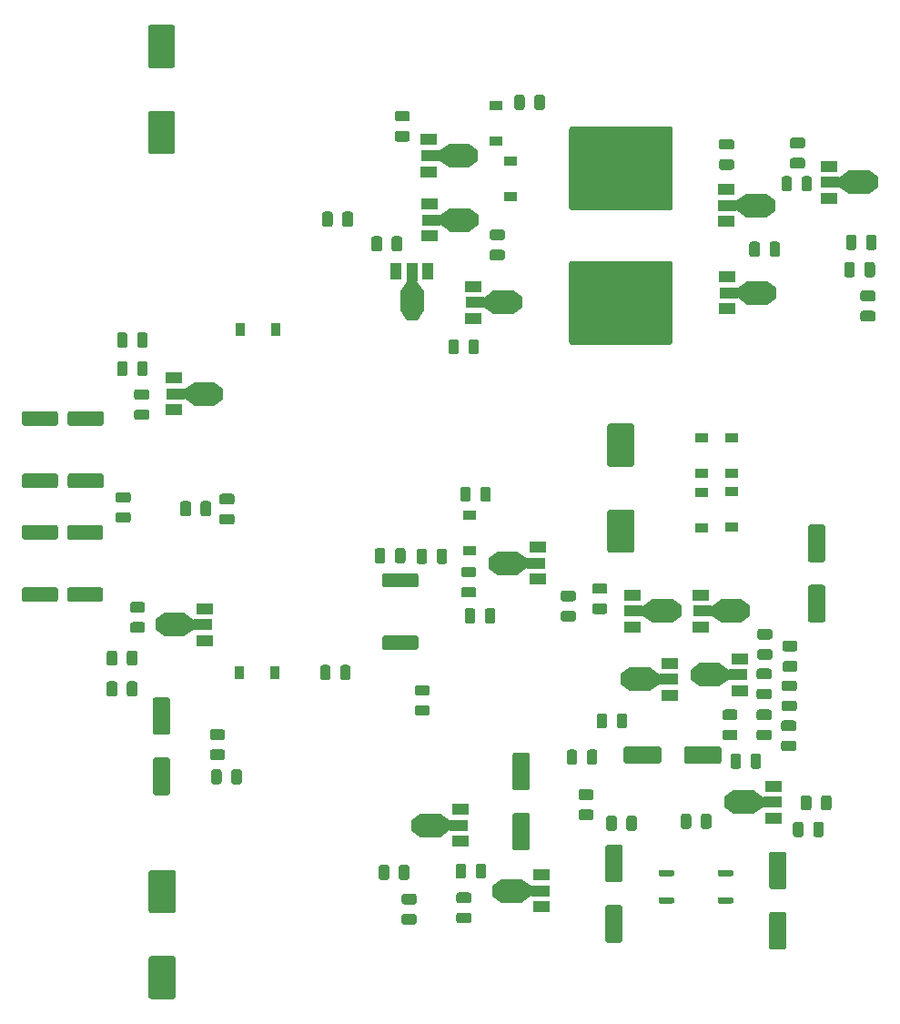
<source format=gbr>
G04 #@! TF.GenerationSoftware,KiCad,Pcbnew,5.1.5-52549c5~84~ubuntu18.04.1*
G04 #@! TF.CreationDate,2020-03-16T16:27:59+13:00*
G04 #@! TF.ProjectId,Trimodal SMD,5472696d-6f64-4616-9c20-534d442e6b69,rev?*
G04 #@! TF.SameCoordinates,Original*
G04 #@! TF.FileFunction,Paste,Top*
G04 #@! TF.FilePolarity,Positive*
%FSLAX46Y46*%
G04 Gerber Fmt 4.6, Leading zero omitted, Abs format (unit mm)*
G04 Created by KiCad (PCBNEW 5.1.5-52549c5~84~ubuntu18.04.1) date 2020-03-16 16:27:59*
%MOMM*%
%LPD*%
G04 APERTURE LIST*
%ADD10C,0.100000*%
%ADD11R,1.200000X0.900000*%
%ADD12R,0.900000X1.200000*%
%ADD13R,1.500000X1.000000*%
%ADD14R,1.800000X1.000000*%
%ADD15R,1.840000X2.200000*%
%ADD16R,2.200000X1.840000*%
%ADD17R,1.000000X1.500000*%
%ADD18R,1.000000X1.800000*%
G04 APERTURE END LIST*
D10*
G36*
X77097504Y-123539704D02*
G01*
X77121773Y-123543304D01*
X77145571Y-123549265D01*
X77168671Y-123557530D01*
X77190849Y-123568020D01*
X77211893Y-123580633D01*
X77231598Y-123595247D01*
X77249777Y-123611723D01*
X77266253Y-123629902D01*
X77280867Y-123649607D01*
X77293480Y-123670651D01*
X77303970Y-123692829D01*
X77312235Y-123715929D01*
X77318196Y-123739727D01*
X77321796Y-123763996D01*
X77323000Y-123788500D01*
X77323000Y-127288500D01*
X77321796Y-127313004D01*
X77318196Y-127337273D01*
X77312235Y-127361071D01*
X77303970Y-127384171D01*
X77293480Y-127406349D01*
X77280867Y-127427393D01*
X77266253Y-127447098D01*
X77249777Y-127465277D01*
X77231598Y-127481753D01*
X77211893Y-127496367D01*
X77190849Y-127508980D01*
X77168671Y-127519470D01*
X77145571Y-127527735D01*
X77121773Y-127533696D01*
X77097504Y-127537296D01*
X77073000Y-127538500D01*
X75073000Y-127538500D01*
X75048496Y-127537296D01*
X75024227Y-127533696D01*
X75000429Y-127527735D01*
X74977329Y-127519470D01*
X74955151Y-127508980D01*
X74934107Y-127496367D01*
X74914402Y-127481753D01*
X74896223Y-127465277D01*
X74879747Y-127447098D01*
X74865133Y-127427393D01*
X74852520Y-127406349D01*
X74842030Y-127384171D01*
X74833765Y-127361071D01*
X74827804Y-127337273D01*
X74824204Y-127313004D01*
X74823000Y-127288500D01*
X74823000Y-123788500D01*
X74824204Y-123763996D01*
X74827804Y-123739727D01*
X74833765Y-123715929D01*
X74842030Y-123692829D01*
X74852520Y-123670651D01*
X74865133Y-123649607D01*
X74879747Y-123629902D01*
X74896223Y-123611723D01*
X74914402Y-123595247D01*
X74934107Y-123580633D01*
X74955151Y-123568020D01*
X74977329Y-123557530D01*
X75000429Y-123549265D01*
X75024227Y-123543304D01*
X75048496Y-123539704D01*
X75073000Y-123538500D01*
X77073000Y-123538500D01*
X77097504Y-123539704D01*
G37*
G36*
X77097504Y-115539704D02*
G01*
X77121773Y-115543304D01*
X77145571Y-115549265D01*
X77168671Y-115557530D01*
X77190849Y-115568020D01*
X77211893Y-115580633D01*
X77231598Y-115595247D01*
X77249777Y-115611723D01*
X77266253Y-115629902D01*
X77280867Y-115649607D01*
X77293480Y-115670651D01*
X77303970Y-115692829D01*
X77312235Y-115715929D01*
X77318196Y-115739727D01*
X77321796Y-115763996D01*
X77323000Y-115788500D01*
X77323000Y-119288500D01*
X77321796Y-119313004D01*
X77318196Y-119337273D01*
X77312235Y-119361071D01*
X77303970Y-119384171D01*
X77293480Y-119406349D01*
X77280867Y-119427393D01*
X77266253Y-119447098D01*
X77249777Y-119465277D01*
X77231598Y-119481753D01*
X77211893Y-119496367D01*
X77190849Y-119508980D01*
X77168671Y-119519470D01*
X77145571Y-119527735D01*
X77121773Y-119533696D01*
X77097504Y-119537296D01*
X77073000Y-119538500D01*
X75073000Y-119538500D01*
X75048496Y-119537296D01*
X75024227Y-119533696D01*
X75000429Y-119527735D01*
X74977329Y-119519470D01*
X74955151Y-119508980D01*
X74934107Y-119496367D01*
X74914402Y-119481753D01*
X74896223Y-119465277D01*
X74879747Y-119447098D01*
X74865133Y-119427393D01*
X74852520Y-119406349D01*
X74842030Y-119384171D01*
X74833765Y-119361071D01*
X74827804Y-119337273D01*
X74824204Y-119313004D01*
X74823000Y-119288500D01*
X74823000Y-115788500D01*
X74824204Y-115763996D01*
X74827804Y-115739727D01*
X74833765Y-115715929D01*
X74842030Y-115692829D01*
X74852520Y-115670651D01*
X74865133Y-115649607D01*
X74879747Y-115629902D01*
X74896223Y-115611723D01*
X74914402Y-115595247D01*
X74934107Y-115580633D01*
X74955151Y-115568020D01*
X74977329Y-115557530D01*
X75000429Y-115549265D01*
X75024227Y-115543304D01*
X75048496Y-115539704D01*
X75073000Y-115538500D01*
X77073000Y-115538500D01*
X77097504Y-115539704D01*
G37*
G36*
X74267142Y-90602674D02*
G01*
X74290803Y-90606184D01*
X74314007Y-90611996D01*
X74336529Y-90620054D01*
X74358153Y-90630282D01*
X74378670Y-90642579D01*
X74397883Y-90656829D01*
X74415607Y-90672893D01*
X74431671Y-90690617D01*
X74445921Y-90709830D01*
X74458218Y-90730347D01*
X74468446Y-90751971D01*
X74476504Y-90774493D01*
X74482316Y-90797697D01*
X74485826Y-90821358D01*
X74487000Y-90845250D01*
X74487000Y-91332750D01*
X74485826Y-91356642D01*
X74482316Y-91380303D01*
X74476504Y-91403507D01*
X74468446Y-91426029D01*
X74458218Y-91447653D01*
X74445921Y-91468170D01*
X74431671Y-91487383D01*
X74415607Y-91505107D01*
X74397883Y-91521171D01*
X74378670Y-91535421D01*
X74358153Y-91547718D01*
X74336529Y-91557946D01*
X74314007Y-91566004D01*
X74290803Y-91571816D01*
X74267142Y-91575326D01*
X74243250Y-91576500D01*
X73330750Y-91576500D01*
X73306858Y-91575326D01*
X73283197Y-91571816D01*
X73259993Y-91566004D01*
X73237471Y-91557946D01*
X73215847Y-91547718D01*
X73195330Y-91535421D01*
X73176117Y-91521171D01*
X73158393Y-91505107D01*
X73142329Y-91487383D01*
X73128079Y-91468170D01*
X73115782Y-91447653D01*
X73105554Y-91426029D01*
X73097496Y-91403507D01*
X73091684Y-91380303D01*
X73088174Y-91356642D01*
X73087000Y-91332750D01*
X73087000Y-90845250D01*
X73088174Y-90821358D01*
X73091684Y-90797697D01*
X73097496Y-90774493D01*
X73105554Y-90751971D01*
X73115782Y-90730347D01*
X73128079Y-90709830D01*
X73142329Y-90690617D01*
X73158393Y-90672893D01*
X73176117Y-90656829D01*
X73195330Y-90642579D01*
X73215847Y-90630282D01*
X73237471Y-90620054D01*
X73259993Y-90611996D01*
X73283197Y-90606184D01*
X73306858Y-90602674D01*
X73330750Y-90601500D01*
X74243250Y-90601500D01*
X74267142Y-90602674D01*
G37*
G36*
X74267142Y-92477674D02*
G01*
X74290803Y-92481184D01*
X74314007Y-92486996D01*
X74336529Y-92495054D01*
X74358153Y-92505282D01*
X74378670Y-92517579D01*
X74397883Y-92531829D01*
X74415607Y-92547893D01*
X74431671Y-92565617D01*
X74445921Y-92584830D01*
X74458218Y-92605347D01*
X74468446Y-92626971D01*
X74476504Y-92649493D01*
X74482316Y-92672697D01*
X74485826Y-92696358D01*
X74487000Y-92720250D01*
X74487000Y-93207750D01*
X74485826Y-93231642D01*
X74482316Y-93255303D01*
X74476504Y-93278507D01*
X74468446Y-93301029D01*
X74458218Y-93322653D01*
X74445921Y-93343170D01*
X74431671Y-93362383D01*
X74415607Y-93380107D01*
X74397883Y-93396171D01*
X74378670Y-93410421D01*
X74358153Y-93422718D01*
X74336529Y-93432946D01*
X74314007Y-93441004D01*
X74290803Y-93446816D01*
X74267142Y-93450326D01*
X74243250Y-93451500D01*
X73330750Y-93451500D01*
X73306858Y-93450326D01*
X73283197Y-93446816D01*
X73259993Y-93441004D01*
X73237471Y-93432946D01*
X73215847Y-93422718D01*
X73195330Y-93410421D01*
X73176117Y-93396171D01*
X73158393Y-93380107D01*
X73142329Y-93362383D01*
X73128079Y-93343170D01*
X73115782Y-93322653D01*
X73105554Y-93301029D01*
X73097496Y-93278507D01*
X73091684Y-93255303D01*
X73088174Y-93231642D01*
X73087000Y-93207750D01*
X73087000Y-92720250D01*
X73088174Y-92696358D01*
X73091684Y-92672697D01*
X73097496Y-92649493D01*
X73105554Y-92626971D01*
X73115782Y-92605347D01*
X73128079Y-92584830D01*
X73142329Y-92565617D01*
X73158393Y-92547893D01*
X73176117Y-92531829D01*
X73195330Y-92517579D01*
X73215847Y-92505282D01*
X73237471Y-92495054D01*
X73259993Y-92486996D01*
X73283197Y-92481184D01*
X73306858Y-92477674D01*
X73330750Y-92476500D01*
X74243250Y-92476500D01*
X74267142Y-92477674D01*
G37*
G36*
X137544004Y-83404704D02*
G01*
X137568273Y-83408304D01*
X137592071Y-83414265D01*
X137615171Y-83422530D01*
X137637349Y-83433020D01*
X137658393Y-83445633D01*
X137678098Y-83460247D01*
X137696277Y-83476723D01*
X137712753Y-83494902D01*
X137727367Y-83514607D01*
X137739980Y-83535651D01*
X137750470Y-83557829D01*
X137758735Y-83580929D01*
X137764696Y-83604727D01*
X137768296Y-83628996D01*
X137769500Y-83653500D01*
X137769500Y-86653500D01*
X137768296Y-86678004D01*
X137764696Y-86702273D01*
X137758735Y-86726071D01*
X137750470Y-86749171D01*
X137739980Y-86771349D01*
X137727367Y-86792393D01*
X137712753Y-86812098D01*
X137696277Y-86830277D01*
X137678098Y-86846753D01*
X137658393Y-86861367D01*
X137637349Y-86873980D01*
X137615171Y-86884470D01*
X137592071Y-86892735D01*
X137568273Y-86898696D01*
X137544004Y-86902296D01*
X137519500Y-86903500D01*
X136419500Y-86903500D01*
X136394996Y-86902296D01*
X136370727Y-86898696D01*
X136346929Y-86892735D01*
X136323829Y-86884470D01*
X136301651Y-86873980D01*
X136280607Y-86861367D01*
X136260902Y-86846753D01*
X136242723Y-86830277D01*
X136226247Y-86812098D01*
X136211633Y-86792393D01*
X136199020Y-86771349D01*
X136188530Y-86749171D01*
X136180265Y-86726071D01*
X136174304Y-86702273D01*
X136170704Y-86678004D01*
X136169500Y-86653500D01*
X136169500Y-83653500D01*
X136170704Y-83628996D01*
X136174304Y-83604727D01*
X136180265Y-83580929D01*
X136188530Y-83557829D01*
X136199020Y-83535651D01*
X136211633Y-83514607D01*
X136226247Y-83494902D01*
X136242723Y-83476723D01*
X136260902Y-83460247D01*
X136280607Y-83445633D01*
X136301651Y-83433020D01*
X136323829Y-83422530D01*
X136346929Y-83414265D01*
X136370727Y-83408304D01*
X136394996Y-83404704D01*
X136419500Y-83403500D01*
X137519500Y-83403500D01*
X137544004Y-83404704D01*
G37*
G36*
X137544004Y-89004704D02*
G01*
X137568273Y-89008304D01*
X137592071Y-89014265D01*
X137615171Y-89022530D01*
X137637349Y-89033020D01*
X137658393Y-89045633D01*
X137678098Y-89060247D01*
X137696277Y-89076723D01*
X137712753Y-89094902D01*
X137727367Y-89114607D01*
X137739980Y-89135651D01*
X137750470Y-89157829D01*
X137758735Y-89180929D01*
X137764696Y-89204727D01*
X137768296Y-89228996D01*
X137769500Y-89253500D01*
X137769500Y-92253500D01*
X137768296Y-92278004D01*
X137764696Y-92302273D01*
X137758735Y-92326071D01*
X137750470Y-92349171D01*
X137739980Y-92371349D01*
X137727367Y-92392393D01*
X137712753Y-92412098D01*
X137696277Y-92430277D01*
X137678098Y-92446753D01*
X137658393Y-92461367D01*
X137637349Y-92473980D01*
X137615171Y-92484470D01*
X137592071Y-92492735D01*
X137568273Y-92498696D01*
X137544004Y-92502296D01*
X137519500Y-92503500D01*
X136419500Y-92503500D01*
X136394996Y-92502296D01*
X136370727Y-92498696D01*
X136346929Y-92492735D01*
X136323829Y-92484470D01*
X136301651Y-92473980D01*
X136280607Y-92461367D01*
X136260902Y-92446753D01*
X136242723Y-92430277D01*
X136226247Y-92412098D01*
X136211633Y-92392393D01*
X136199020Y-92371349D01*
X136188530Y-92349171D01*
X136180265Y-92326071D01*
X136174304Y-92302273D01*
X136170704Y-92278004D01*
X136169500Y-92253500D01*
X136169500Y-89253500D01*
X136170704Y-89228996D01*
X136174304Y-89204727D01*
X136180265Y-89180929D01*
X136188530Y-89157829D01*
X136199020Y-89135651D01*
X136211633Y-89114607D01*
X136226247Y-89094902D01*
X136242723Y-89076723D01*
X136260902Y-89060247D01*
X136280607Y-89045633D01*
X136301651Y-89033020D01*
X136323829Y-89022530D01*
X136346929Y-89014265D01*
X136370727Y-89008304D01*
X136394996Y-89004704D01*
X136419500Y-89003500D01*
X137519500Y-89003500D01*
X137544004Y-89004704D01*
G37*
G36*
X119769504Y-82011204D02*
G01*
X119793773Y-82014804D01*
X119817571Y-82020765D01*
X119840671Y-82029030D01*
X119862849Y-82039520D01*
X119883893Y-82052133D01*
X119903598Y-82066747D01*
X119921777Y-82083223D01*
X119938253Y-82101402D01*
X119952867Y-82121107D01*
X119965480Y-82142151D01*
X119975970Y-82164329D01*
X119984235Y-82187429D01*
X119990196Y-82211227D01*
X119993796Y-82235496D01*
X119995000Y-82260000D01*
X119995000Y-85760000D01*
X119993796Y-85784504D01*
X119990196Y-85808773D01*
X119984235Y-85832571D01*
X119975970Y-85855671D01*
X119965480Y-85877849D01*
X119952867Y-85898893D01*
X119938253Y-85918598D01*
X119921777Y-85936777D01*
X119903598Y-85953253D01*
X119883893Y-85967867D01*
X119862849Y-85980480D01*
X119840671Y-85990970D01*
X119817571Y-85999235D01*
X119793773Y-86005196D01*
X119769504Y-86008796D01*
X119745000Y-86010000D01*
X117745000Y-86010000D01*
X117720496Y-86008796D01*
X117696227Y-86005196D01*
X117672429Y-85999235D01*
X117649329Y-85990970D01*
X117627151Y-85980480D01*
X117606107Y-85967867D01*
X117586402Y-85953253D01*
X117568223Y-85936777D01*
X117551747Y-85918598D01*
X117537133Y-85898893D01*
X117524520Y-85877849D01*
X117514030Y-85855671D01*
X117505765Y-85832571D01*
X117499804Y-85808773D01*
X117496204Y-85784504D01*
X117495000Y-85760000D01*
X117495000Y-82260000D01*
X117496204Y-82235496D01*
X117499804Y-82211227D01*
X117505765Y-82187429D01*
X117514030Y-82164329D01*
X117524520Y-82142151D01*
X117537133Y-82121107D01*
X117551747Y-82101402D01*
X117568223Y-82083223D01*
X117586402Y-82066747D01*
X117606107Y-82052133D01*
X117627151Y-82039520D01*
X117649329Y-82029030D01*
X117672429Y-82020765D01*
X117696227Y-82014804D01*
X117720496Y-82011204D01*
X117745000Y-82010000D01*
X119745000Y-82010000D01*
X119769504Y-82011204D01*
G37*
G36*
X119769504Y-74011204D02*
G01*
X119793773Y-74014804D01*
X119817571Y-74020765D01*
X119840671Y-74029030D01*
X119862849Y-74039520D01*
X119883893Y-74052133D01*
X119903598Y-74066747D01*
X119921777Y-74083223D01*
X119938253Y-74101402D01*
X119952867Y-74121107D01*
X119965480Y-74142151D01*
X119975970Y-74164329D01*
X119984235Y-74187429D01*
X119990196Y-74211227D01*
X119993796Y-74235496D01*
X119995000Y-74260000D01*
X119995000Y-77760000D01*
X119993796Y-77784504D01*
X119990196Y-77808773D01*
X119984235Y-77832571D01*
X119975970Y-77855671D01*
X119965480Y-77877849D01*
X119952867Y-77898893D01*
X119938253Y-77918598D01*
X119921777Y-77936777D01*
X119903598Y-77953253D01*
X119883893Y-77967867D01*
X119862849Y-77980480D01*
X119840671Y-77990970D01*
X119817571Y-77999235D01*
X119793773Y-78005196D01*
X119769504Y-78008796D01*
X119745000Y-78010000D01*
X117745000Y-78010000D01*
X117720496Y-78008796D01*
X117696227Y-78005196D01*
X117672429Y-77999235D01*
X117649329Y-77990970D01*
X117627151Y-77980480D01*
X117606107Y-77967867D01*
X117586402Y-77953253D01*
X117568223Y-77936777D01*
X117551747Y-77918598D01*
X117537133Y-77898893D01*
X117524520Y-77877849D01*
X117514030Y-77855671D01*
X117505765Y-77832571D01*
X117499804Y-77808773D01*
X117496204Y-77784504D01*
X117495000Y-77760000D01*
X117495000Y-74260000D01*
X117496204Y-74235496D01*
X117499804Y-74211227D01*
X117505765Y-74187429D01*
X117514030Y-74164329D01*
X117524520Y-74142151D01*
X117537133Y-74121107D01*
X117551747Y-74101402D01*
X117568223Y-74083223D01*
X117586402Y-74066747D01*
X117606107Y-74052133D01*
X117627151Y-74039520D01*
X117649329Y-74029030D01*
X117672429Y-74020765D01*
X117696227Y-74014804D01*
X117720496Y-74011204D01*
X117745000Y-74010000D01*
X119745000Y-74010000D01*
X119769504Y-74011204D01*
G37*
G36*
X76584004Y-105070204D02*
G01*
X76608273Y-105073804D01*
X76632071Y-105079765D01*
X76655171Y-105088030D01*
X76677349Y-105098520D01*
X76698393Y-105111133D01*
X76718098Y-105125747D01*
X76736277Y-105142223D01*
X76752753Y-105160402D01*
X76767367Y-105180107D01*
X76779980Y-105201151D01*
X76790470Y-105223329D01*
X76798735Y-105246429D01*
X76804696Y-105270227D01*
X76808296Y-105294496D01*
X76809500Y-105319000D01*
X76809500Y-108319000D01*
X76808296Y-108343504D01*
X76804696Y-108367773D01*
X76798735Y-108391571D01*
X76790470Y-108414671D01*
X76779980Y-108436849D01*
X76767367Y-108457893D01*
X76752753Y-108477598D01*
X76736277Y-108495777D01*
X76718098Y-108512253D01*
X76698393Y-108526867D01*
X76677349Y-108539480D01*
X76655171Y-108549970D01*
X76632071Y-108558235D01*
X76608273Y-108564196D01*
X76584004Y-108567796D01*
X76559500Y-108569000D01*
X75459500Y-108569000D01*
X75434996Y-108567796D01*
X75410727Y-108564196D01*
X75386929Y-108558235D01*
X75363829Y-108549970D01*
X75341651Y-108539480D01*
X75320607Y-108526867D01*
X75300902Y-108512253D01*
X75282723Y-108495777D01*
X75266247Y-108477598D01*
X75251633Y-108457893D01*
X75239020Y-108436849D01*
X75228530Y-108414671D01*
X75220265Y-108391571D01*
X75214304Y-108367773D01*
X75210704Y-108343504D01*
X75209500Y-108319000D01*
X75209500Y-105319000D01*
X75210704Y-105294496D01*
X75214304Y-105270227D01*
X75220265Y-105246429D01*
X75228530Y-105223329D01*
X75239020Y-105201151D01*
X75251633Y-105180107D01*
X75266247Y-105160402D01*
X75282723Y-105142223D01*
X75300902Y-105125747D01*
X75320607Y-105111133D01*
X75341651Y-105098520D01*
X75363829Y-105088030D01*
X75386929Y-105079765D01*
X75410727Y-105073804D01*
X75434996Y-105070204D01*
X75459500Y-105069000D01*
X76559500Y-105069000D01*
X76584004Y-105070204D01*
G37*
G36*
X76584004Y-99470204D02*
G01*
X76608273Y-99473804D01*
X76632071Y-99479765D01*
X76655171Y-99488030D01*
X76677349Y-99498520D01*
X76698393Y-99511133D01*
X76718098Y-99525747D01*
X76736277Y-99542223D01*
X76752753Y-99560402D01*
X76767367Y-99580107D01*
X76779980Y-99601151D01*
X76790470Y-99623329D01*
X76798735Y-99646429D01*
X76804696Y-99670227D01*
X76808296Y-99694496D01*
X76809500Y-99719000D01*
X76809500Y-102719000D01*
X76808296Y-102743504D01*
X76804696Y-102767773D01*
X76798735Y-102791571D01*
X76790470Y-102814671D01*
X76779980Y-102836849D01*
X76767367Y-102857893D01*
X76752753Y-102877598D01*
X76736277Y-102895777D01*
X76718098Y-102912253D01*
X76698393Y-102926867D01*
X76677349Y-102939480D01*
X76655171Y-102949970D01*
X76632071Y-102958235D01*
X76608273Y-102964196D01*
X76584004Y-102967796D01*
X76559500Y-102969000D01*
X75459500Y-102969000D01*
X75434996Y-102967796D01*
X75410727Y-102964196D01*
X75386929Y-102958235D01*
X75363829Y-102949970D01*
X75341651Y-102939480D01*
X75320607Y-102926867D01*
X75300902Y-102912253D01*
X75282723Y-102895777D01*
X75266247Y-102877598D01*
X75251633Y-102857893D01*
X75239020Y-102836849D01*
X75228530Y-102814671D01*
X75220265Y-102791571D01*
X75214304Y-102767773D01*
X75210704Y-102743504D01*
X75209500Y-102719000D01*
X75209500Y-99719000D01*
X75210704Y-99694496D01*
X75214304Y-99670227D01*
X75220265Y-99646429D01*
X75228530Y-99623329D01*
X75239020Y-99601151D01*
X75251633Y-99580107D01*
X75266247Y-99560402D01*
X75282723Y-99542223D01*
X75300902Y-99525747D01*
X75320607Y-99511133D01*
X75341651Y-99498520D01*
X75363829Y-99488030D01*
X75386929Y-99479765D01*
X75410727Y-99473804D01*
X75434996Y-99470204D01*
X75459500Y-99469000D01*
X76559500Y-99469000D01*
X76584004Y-99470204D01*
G37*
G36*
X110048504Y-110207704D02*
G01*
X110072773Y-110211304D01*
X110096571Y-110217265D01*
X110119671Y-110225530D01*
X110141849Y-110236020D01*
X110162893Y-110248633D01*
X110182598Y-110263247D01*
X110200777Y-110279723D01*
X110217253Y-110297902D01*
X110231867Y-110317607D01*
X110244480Y-110338651D01*
X110254970Y-110360829D01*
X110263235Y-110383929D01*
X110269196Y-110407727D01*
X110272796Y-110431996D01*
X110274000Y-110456500D01*
X110274000Y-113456500D01*
X110272796Y-113481004D01*
X110269196Y-113505273D01*
X110263235Y-113529071D01*
X110254970Y-113552171D01*
X110244480Y-113574349D01*
X110231867Y-113595393D01*
X110217253Y-113615098D01*
X110200777Y-113633277D01*
X110182598Y-113649753D01*
X110162893Y-113664367D01*
X110141849Y-113676980D01*
X110119671Y-113687470D01*
X110096571Y-113695735D01*
X110072773Y-113701696D01*
X110048504Y-113705296D01*
X110024000Y-113706500D01*
X108924000Y-113706500D01*
X108899496Y-113705296D01*
X108875227Y-113701696D01*
X108851429Y-113695735D01*
X108828329Y-113687470D01*
X108806151Y-113676980D01*
X108785107Y-113664367D01*
X108765402Y-113649753D01*
X108747223Y-113633277D01*
X108730747Y-113615098D01*
X108716133Y-113595393D01*
X108703520Y-113574349D01*
X108693030Y-113552171D01*
X108684765Y-113529071D01*
X108678804Y-113505273D01*
X108675204Y-113481004D01*
X108674000Y-113456500D01*
X108674000Y-110456500D01*
X108675204Y-110431996D01*
X108678804Y-110407727D01*
X108684765Y-110383929D01*
X108693030Y-110360829D01*
X108703520Y-110338651D01*
X108716133Y-110317607D01*
X108730747Y-110297902D01*
X108747223Y-110279723D01*
X108765402Y-110263247D01*
X108785107Y-110248633D01*
X108806151Y-110236020D01*
X108828329Y-110225530D01*
X108851429Y-110217265D01*
X108875227Y-110211304D01*
X108899496Y-110207704D01*
X108924000Y-110206500D01*
X110024000Y-110206500D01*
X110048504Y-110207704D01*
G37*
G36*
X110048504Y-104607704D02*
G01*
X110072773Y-104611304D01*
X110096571Y-104617265D01*
X110119671Y-104625530D01*
X110141849Y-104636020D01*
X110162893Y-104648633D01*
X110182598Y-104663247D01*
X110200777Y-104679723D01*
X110217253Y-104697902D01*
X110231867Y-104717607D01*
X110244480Y-104738651D01*
X110254970Y-104760829D01*
X110263235Y-104783929D01*
X110269196Y-104807727D01*
X110272796Y-104831996D01*
X110274000Y-104856500D01*
X110274000Y-107856500D01*
X110272796Y-107881004D01*
X110269196Y-107905273D01*
X110263235Y-107929071D01*
X110254970Y-107952171D01*
X110244480Y-107974349D01*
X110231867Y-107995393D01*
X110217253Y-108015098D01*
X110200777Y-108033277D01*
X110182598Y-108049753D01*
X110162893Y-108064367D01*
X110141849Y-108076980D01*
X110119671Y-108087470D01*
X110096571Y-108095735D01*
X110072773Y-108101696D01*
X110048504Y-108105296D01*
X110024000Y-108106500D01*
X108924000Y-108106500D01*
X108899496Y-108105296D01*
X108875227Y-108101696D01*
X108851429Y-108095735D01*
X108828329Y-108087470D01*
X108806151Y-108076980D01*
X108785107Y-108064367D01*
X108765402Y-108049753D01*
X108747223Y-108033277D01*
X108730747Y-108015098D01*
X108716133Y-107995393D01*
X108703520Y-107974349D01*
X108693030Y-107952171D01*
X108684765Y-107929071D01*
X108678804Y-107905273D01*
X108675204Y-107881004D01*
X108674000Y-107856500D01*
X108674000Y-104856500D01*
X108675204Y-104831996D01*
X108678804Y-104807727D01*
X108684765Y-104783929D01*
X108693030Y-104760829D01*
X108703520Y-104738651D01*
X108716133Y-104717607D01*
X108730747Y-104697902D01*
X108747223Y-104679723D01*
X108765402Y-104663247D01*
X108785107Y-104648633D01*
X108806151Y-104636020D01*
X108828329Y-104625530D01*
X108851429Y-104617265D01*
X108875227Y-104611304D01*
X108899496Y-104607704D01*
X108924000Y-104606500D01*
X110024000Y-104606500D01*
X110048504Y-104607704D01*
G37*
G36*
X77034004Y-36927704D02*
G01*
X77058273Y-36931304D01*
X77082071Y-36937265D01*
X77105171Y-36945530D01*
X77127349Y-36956020D01*
X77148393Y-36968633D01*
X77168098Y-36983247D01*
X77186277Y-36999723D01*
X77202753Y-37017902D01*
X77217367Y-37037607D01*
X77229980Y-37058651D01*
X77240470Y-37080829D01*
X77248735Y-37103929D01*
X77254696Y-37127727D01*
X77258296Y-37151996D01*
X77259500Y-37176500D01*
X77259500Y-40676500D01*
X77258296Y-40701004D01*
X77254696Y-40725273D01*
X77248735Y-40749071D01*
X77240470Y-40772171D01*
X77229980Y-40794349D01*
X77217367Y-40815393D01*
X77202753Y-40835098D01*
X77186277Y-40853277D01*
X77168098Y-40869753D01*
X77148393Y-40884367D01*
X77127349Y-40896980D01*
X77105171Y-40907470D01*
X77082071Y-40915735D01*
X77058273Y-40921696D01*
X77034004Y-40925296D01*
X77009500Y-40926500D01*
X75009500Y-40926500D01*
X74984996Y-40925296D01*
X74960727Y-40921696D01*
X74936929Y-40915735D01*
X74913829Y-40907470D01*
X74891651Y-40896980D01*
X74870607Y-40884367D01*
X74850902Y-40869753D01*
X74832723Y-40853277D01*
X74816247Y-40835098D01*
X74801633Y-40815393D01*
X74789020Y-40794349D01*
X74778530Y-40772171D01*
X74770265Y-40749071D01*
X74764304Y-40725273D01*
X74760704Y-40701004D01*
X74759500Y-40676500D01*
X74759500Y-37176500D01*
X74760704Y-37151996D01*
X74764304Y-37127727D01*
X74770265Y-37103929D01*
X74778530Y-37080829D01*
X74789020Y-37058651D01*
X74801633Y-37037607D01*
X74816247Y-37017902D01*
X74832723Y-36999723D01*
X74850902Y-36983247D01*
X74870607Y-36968633D01*
X74891651Y-36956020D01*
X74913829Y-36945530D01*
X74936929Y-36937265D01*
X74960727Y-36931304D01*
X74984996Y-36927704D01*
X75009500Y-36926500D01*
X77009500Y-36926500D01*
X77034004Y-36927704D01*
G37*
G36*
X77034004Y-44927704D02*
G01*
X77058273Y-44931304D01*
X77082071Y-44937265D01*
X77105171Y-44945530D01*
X77127349Y-44956020D01*
X77148393Y-44968633D01*
X77168098Y-44983247D01*
X77186277Y-44999723D01*
X77202753Y-45017902D01*
X77217367Y-45037607D01*
X77229980Y-45058651D01*
X77240470Y-45080829D01*
X77248735Y-45103929D01*
X77254696Y-45127727D01*
X77258296Y-45151996D01*
X77259500Y-45176500D01*
X77259500Y-48676500D01*
X77258296Y-48701004D01*
X77254696Y-48725273D01*
X77248735Y-48749071D01*
X77240470Y-48772171D01*
X77229980Y-48794349D01*
X77217367Y-48815393D01*
X77202753Y-48835098D01*
X77186277Y-48853277D01*
X77168098Y-48869753D01*
X77148393Y-48884367D01*
X77127349Y-48896980D01*
X77105171Y-48907470D01*
X77082071Y-48915735D01*
X77058273Y-48921696D01*
X77034004Y-48925296D01*
X77009500Y-48926500D01*
X75009500Y-48926500D01*
X74984996Y-48925296D01*
X74960727Y-48921696D01*
X74936929Y-48915735D01*
X74913829Y-48907470D01*
X74891651Y-48896980D01*
X74870607Y-48884367D01*
X74850902Y-48869753D01*
X74832723Y-48853277D01*
X74816247Y-48835098D01*
X74801633Y-48815393D01*
X74789020Y-48794349D01*
X74778530Y-48772171D01*
X74770265Y-48749071D01*
X74764304Y-48725273D01*
X74760704Y-48701004D01*
X74759500Y-48676500D01*
X74759500Y-45176500D01*
X74760704Y-45151996D01*
X74764304Y-45127727D01*
X74770265Y-45103929D01*
X74778530Y-45080829D01*
X74789020Y-45058651D01*
X74801633Y-45037607D01*
X74816247Y-45017902D01*
X74832723Y-44999723D01*
X74850902Y-44983247D01*
X74870607Y-44968633D01*
X74891651Y-44956020D01*
X74913829Y-44945530D01*
X74936929Y-44937265D01*
X74960727Y-44931304D01*
X74984996Y-44927704D01*
X75009500Y-44926500D01*
X77009500Y-44926500D01*
X77034004Y-44927704D01*
G37*
G36*
X118684504Y-113186204D02*
G01*
X118708773Y-113189804D01*
X118732571Y-113195765D01*
X118755671Y-113204030D01*
X118777849Y-113214520D01*
X118798893Y-113227133D01*
X118818598Y-113241747D01*
X118836777Y-113258223D01*
X118853253Y-113276402D01*
X118867867Y-113296107D01*
X118880480Y-113317151D01*
X118890970Y-113339329D01*
X118899235Y-113362429D01*
X118905196Y-113386227D01*
X118908796Y-113410496D01*
X118910000Y-113435000D01*
X118910000Y-116435000D01*
X118908796Y-116459504D01*
X118905196Y-116483773D01*
X118899235Y-116507571D01*
X118890970Y-116530671D01*
X118880480Y-116552849D01*
X118867867Y-116573893D01*
X118853253Y-116593598D01*
X118836777Y-116611777D01*
X118818598Y-116628253D01*
X118798893Y-116642867D01*
X118777849Y-116655480D01*
X118755671Y-116665970D01*
X118732571Y-116674235D01*
X118708773Y-116680196D01*
X118684504Y-116683796D01*
X118660000Y-116685000D01*
X117560000Y-116685000D01*
X117535496Y-116683796D01*
X117511227Y-116680196D01*
X117487429Y-116674235D01*
X117464329Y-116665970D01*
X117442151Y-116655480D01*
X117421107Y-116642867D01*
X117401402Y-116628253D01*
X117383223Y-116611777D01*
X117366747Y-116593598D01*
X117352133Y-116573893D01*
X117339520Y-116552849D01*
X117329030Y-116530671D01*
X117320765Y-116507571D01*
X117314804Y-116483773D01*
X117311204Y-116459504D01*
X117310000Y-116435000D01*
X117310000Y-113435000D01*
X117311204Y-113410496D01*
X117314804Y-113386227D01*
X117320765Y-113362429D01*
X117329030Y-113339329D01*
X117339520Y-113317151D01*
X117352133Y-113296107D01*
X117366747Y-113276402D01*
X117383223Y-113258223D01*
X117401402Y-113241747D01*
X117421107Y-113227133D01*
X117442151Y-113214520D01*
X117464329Y-113204030D01*
X117487429Y-113195765D01*
X117511227Y-113189804D01*
X117535496Y-113186204D01*
X117560000Y-113185000D01*
X118660000Y-113185000D01*
X118684504Y-113186204D01*
G37*
G36*
X118684504Y-118786204D02*
G01*
X118708773Y-118789804D01*
X118732571Y-118795765D01*
X118755671Y-118804030D01*
X118777849Y-118814520D01*
X118798893Y-118827133D01*
X118818598Y-118841747D01*
X118836777Y-118858223D01*
X118853253Y-118876402D01*
X118867867Y-118896107D01*
X118880480Y-118917151D01*
X118890970Y-118939329D01*
X118899235Y-118962429D01*
X118905196Y-118986227D01*
X118908796Y-119010496D01*
X118910000Y-119035000D01*
X118910000Y-122035000D01*
X118908796Y-122059504D01*
X118905196Y-122083773D01*
X118899235Y-122107571D01*
X118890970Y-122130671D01*
X118880480Y-122152849D01*
X118867867Y-122173893D01*
X118853253Y-122193598D01*
X118836777Y-122211777D01*
X118818598Y-122228253D01*
X118798893Y-122242867D01*
X118777849Y-122255480D01*
X118755671Y-122265970D01*
X118732571Y-122274235D01*
X118708773Y-122280196D01*
X118684504Y-122283796D01*
X118660000Y-122285000D01*
X117560000Y-122285000D01*
X117535496Y-122283796D01*
X117511227Y-122280196D01*
X117487429Y-122274235D01*
X117464329Y-122265970D01*
X117442151Y-122255480D01*
X117421107Y-122242867D01*
X117401402Y-122228253D01*
X117383223Y-122211777D01*
X117366747Y-122193598D01*
X117352133Y-122173893D01*
X117339520Y-122152849D01*
X117329030Y-122130671D01*
X117320765Y-122107571D01*
X117314804Y-122083773D01*
X117311204Y-122059504D01*
X117310000Y-122035000D01*
X117310000Y-119035000D01*
X117311204Y-119010496D01*
X117314804Y-118986227D01*
X117320765Y-118962429D01*
X117329030Y-118939329D01*
X117339520Y-118917151D01*
X117352133Y-118896107D01*
X117366747Y-118876402D01*
X117383223Y-118858223D01*
X117401402Y-118841747D01*
X117421107Y-118827133D01*
X117442151Y-118814520D01*
X117464329Y-118804030D01*
X117487429Y-118795765D01*
X117511227Y-118789804D01*
X117535496Y-118786204D01*
X117560000Y-118785000D01*
X118660000Y-118785000D01*
X118684504Y-118786204D01*
G37*
G36*
X123319507Y-58866204D02*
G01*
X123343775Y-58869804D01*
X123367573Y-58875765D01*
X123390673Y-58884030D01*
X123412851Y-58894519D01*
X123433894Y-58907132D01*
X123453599Y-58921747D01*
X123471778Y-58938222D01*
X123488253Y-58956401D01*
X123502868Y-58976106D01*
X123515481Y-58997149D01*
X123525970Y-59019327D01*
X123534235Y-59042427D01*
X123540196Y-59066225D01*
X123543796Y-59090493D01*
X123545000Y-59114997D01*
X123545000Y-66415003D01*
X123543796Y-66439507D01*
X123540196Y-66463775D01*
X123534235Y-66487573D01*
X123525970Y-66510673D01*
X123515481Y-66532851D01*
X123502868Y-66553894D01*
X123488253Y-66573599D01*
X123471778Y-66591778D01*
X123453599Y-66608253D01*
X123433894Y-66622868D01*
X123412851Y-66635481D01*
X123390673Y-66645970D01*
X123367573Y-66654235D01*
X123343775Y-66660196D01*
X123319507Y-66663796D01*
X123295003Y-66665000D01*
X114194997Y-66665000D01*
X114170493Y-66663796D01*
X114146225Y-66660196D01*
X114122427Y-66654235D01*
X114099327Y-66645970D01*
X114077149Y-66635481D01*
X114056106Y-66622868D01*
X114036401Y-66608253D01*
X114018222Y-66591778D01*
X114001747Y-66573599D01*
X113987132Y-66553894D01*
X113974519Y-66532851D01*
X113964030Y-66510673D01*
X113955765Y-66487573D01*
X113949804Y-66463775D01*
X113946204Y-66439507D01*
X113945000Y-66415003D01*
X113945000Y-59114997D01*
X113946204Y-59090493D01*
X113949804Y-59066225D01*
X113955765Y-59042427D01*
X113964030Y-59019327D01*
X113974519Y-58997149D01*
X113987132Y-58976106D01*
X114001747Y-58956401D01*
X114018222Y-58938222D01*
X114036401Y-58921747D01*
X114056106Y-58907132D01*
X114077149Y-58894519D01*
X114099327Y-58884030D01*
X114122427Y-58875765D01*
X114146225Y-58869804D01*
X114170493Y-58866204D01*
X114194997Y-58865000D01*
X123295003Y-58865000D01*
X123319507Y-58866204D01*
G37*
G36*
X123319507Y-46366204D02*
G01*
X123343775Y-46369804D01*
X123367573Y-46375765D01*
X123390673Y-46384030D01*
X123412851Y-46394519D01*
X123433894Y-46407132D01*
X123453599Y-46421747D01*
X123471778Y-46438222D01*
X123488253Y-46456401D01*
X123502868Y-46476106D01*
X123515481Y-46497149D01*
X123525970Y-46519327D01*
X123534235Y-46542427D01*
X123540196Y-46566225D01*
X123543796Y-46590493D01*
X123545000Y-46614997D01*
X123545000Y-53915003D01*
X123543796Y-53939507D01*
X123540196Y-53963775D01*
X123534235Y-53987573D01*
X123525970Y-54010673D01*
X123515481Y-54032851D01*
X123502868Y-54053894D01*
X123488253Y-54073599D01*
X123471778Y-54091778D01*
X123453599Y-54108253D01*
X123433894Y-54122868D01*
X123412851Y-54135481D01*
X123390673Y-54145970D01*
X123367573Y-54154235D01*
X123343775Y-54160196D01*
X123319507Y-54163796D01*
X123295003Y-54165000D01*
X114194997Y-54165000D01*
X114170493Y-54163796D01*
X114146225Y-54160196D01*
X114122427Y-54154235D01*
X114099327Y-54145970D01*
X114077149Y-54135481D01*
X114056106Y-54122868D01*
X114036401Y-54108253D01*
X114018222Y-54091778D01*
X114001747Y-54073599D01*
X113987132Y-54053894D01*
X113974519Y-54032851D01*
X113964030Y-54010673D01*
X113955765Y-53987573D01*
X113949804Y-53963775D01*
X113946204Y-53939507D01*
X113945000Y-53915003D01*
X113945000Y-46614997D01*
X113946204Y-46590493D01*
X113949804Y-46566225D01*
X113955765Y-46542427D01*
X113964030Y-46519327D01*
X113974519Y-46497149D01*
X113987132Y-46476106D01*
X114001747Y-46456401D01*
X114018222Y-46438222D01*
X114036401Y-46421747D01*
X114056106Y-46407132D01*
X114077149Y-46394519D01*
X114099327Y-46384030D01*
X114122427Y-46375765D01*
X114146225Y-46369804D01*
X114170493Y-46366204D01*
X114194997Y-46365000D01*
X123295003Y-46365000D01*
X123319507Y-46366204D01*
G37*
G36*
X133924504Y-113821204D02*
G01*
X133948773Y-113824804D01*
X133972571Y-113830765D01*
X133995671Y-113839030D01*
X134017849Y-113849520D01*
X134038893Y-113862133D01*
X134058598Y-113876747D01*
X134076777Y-113893223D01*
X134093253Y-113911402D01*
X134107867Y-113931107D01*
X134120480Y-113952151D01*
X134130970Y-113974329D01*
X134139235Y-113997429D01*
X134145196Y-114021227D01*
X134148796Y-114045496D01*
X134150000Y-114070000D01*
X134150000Y-117070000D01*
X134148796Y-117094504D01*
X134145196Y-117118773D01*
X134139235Y-117142571D01*
X134130970Y-117165671D01*
X134120480Y-117187849D01*
X134107867Y-117208893D01*
X134093253Y-117228598D01*
X134076777Y-117246777D01*
X134058598Y-117263253D01*
X134038893Y-117277867D01*
X134017849Y-117290480D01*
X133995671Y-117300970D01*
X133972571Y-117309235D01*
X133948773Y-117315196D01*
X133924504Y-117318796D01*
X133900000Y-117320000D01*
X132800000Y-117320000D01*
X132775496Y-117318796D01*
X132751227Y-117315196D01*
X132727429Y-117309235D01*
X132704329Y-117300970D01*
X132682151Y-117290480D01*
X132661107Y-117277867D01*
X132641402Y-117263253D01*
X132623223Y-117246777D01*
X132606747Y-117228598D01*
X132592133Y-117208893D01*
X132579520Y-117187849D01*
X132569030Y-117165671D01*
X132560765Y-117142571D01*
X132554804Y-117118773D01*
X132551204Y-117094504D01*
X132550000Y-117070000D01*
X132550000Y-114070000D01*
X132551204Y-114045496D01*
X132554804Y-114021227D01*
X132560765Y-113997429D01*
X132569030Y-113974329D01*
X132579520Y-113952151D01*
X132592133Y-113931107D01*
X132606747Y-113911402D01*
X132623223Y-113893223D01*
X132641402Y-113876747D01*
X132661107Y-113862133D01*
X132682151Y-113849520D01*
X132704329Y-113839030D01*
X132727429Y-113830765D01*
X132751227Y-113824804D01*
X132775496Y-113821204D01*
X132800000Y-113820000D01*
X133900000Y-113820000D01*
X133924504Y-113821204D01*
G37*
G36*
X133924504Y-119421204D02*
G01*
X133948773Y-119424804D01*
X133972571Y-119430765D01*
X133995671Y-119439030D01*
X134017849Y-119449520D01*
X134038893Y-119462133D01*
X134058598Y-119476747D01*
X134076777Y-119493223D01*
X134093253Y-119511402D01*
X134107867Y-119531107D01*
X134120480Y-119552151D01*
X134130970Y-119574329D01*
X134139235Y-119597429D01*
X134145196Y-119621227D01*
X134148796Y-119645496D01*
X134150000Y-119670000D01*
X134150000Y-122670000D01*
X134148796Y-122694504D01*
X134145196Y-122718773D01*
X134139235Y-122742571D01*
X134130970Y-122765671D01*
X134120480Y-122787849D01*
X134107867Y-122808893D01*
X134093253Y-122828598D01*
X134076777Y-122846777D01*
X134058598Y-122863253D01*
X134038893Y-122877867D01*
X134017849Y-122890480D01*
X133995671Y-122900970D01*
X133972571Y-122909235D01*
X133948773Y-122915196D01*
X133924504Y-122918796D01*
X133900000Y-122920000D01*
X132800000Y-122920000D01*
X132775496Y-122918796D01*
X132751227Y-122915196D01*
X132727429Y-122909235D01*
X132704329Y-122900970D01*
X132682151Y-122890480D01*
X132661107Y-122877867D01*
X132641402Y-122863253D01*
X132623223Y-122846777D01*
X132606747Y-122828598D01*
X132592133Y-122808893D01*
X132579520Y-122787849D01*
X132569030Y-122765671D01*
X132560765Y-122742571D01*
X132554804Y-122718773D01*
X132551204Y-122694504D01*
X132550000Y-122670000D01*
X132550000Y-119670000D01*
X132551204Y-119645496D01*
X132554804Y-119621227D01*
X132560765Y-119597429D01*
X132569030Y-119574329D01*
X132579520Y-119552151D01*
X132592133Y-119531107D01*
X132606747Y-119511402D01*
X132623223Y-119493223D01*
X132641402Y-119476747D01*
X132661107Y-119462133D01*
X132682151Y-119449520D01*
X132704329Y-119439030D01*
X132727429Y-119430765D01*
X132751227Y-119424804D01*
X132775496Y-119421204D01*
X132800000Y-119420000D01*
X133900000Y-119420000D01*
X133924504Y-119421204D01*
G37*
G36*
X127889504Y-104039704D02*
G01*
X127913773Y-104043304D01*
X127937571Y-104049265D01*
X127960671Y-104057530D01*
X127982849Y-104068020D01*
X128003893Y-104080633D01*
X128023598Y-104095247D01*
X128041777Y-104111723D01*
X128058253Y-104129902D01*
X128072867Y-104149607D01*
X128085480Y-104170651D01*
X128095970Y-104192829D01*
X128104235Y-104215929D01*
X128110196Y-104239727D01*
X128113796Y-104263996D01*
X128115000Y-104288500D01*
X128115000Y-105388500D01*
X128113796Y-105413004D01*
X128110196Y-105437273D01*
X128104235Y-105461071D01*
X128095970Y-105484171D01*
X128085480Y-105506349D01*
X128072867Y-105527393D01*
X128058253Y-105547098D01*
X128041777Y-105565277D01*
X128023598Y-105581753D01*
X128003893Y-105596367D01*
X127982849Y-105608980D01*
X127960671Y-105619470D01*
X127937571Y-105627735D01*
X127913773Y-105633696D01*
X127889504Y-105637296D01*
X127865000Y-105638500D01*
X124865000Y-105638500D01*
X124840496Y-105637296D01*
X124816227Y-105633696D01*
X124792429Y-105627735D01*
X124769329Y-105619470D01*
X124747151Y-105608980D01*
X124726107Y-105596367D01*
X124706402Y-105581753D01*
X124688223Y-105565277D01*
X124671747Y-105547098D01*
X124657133Y-105527393D01*
X124644520Y-105506349D01*
X124634030Y-105484171D01*
X124625765Y-105461071D01*
X124619804Y-105437273D01*
X124616204Y-105413004D01*
X124615000Y-105388500D01*
X124615000Y-104288500D01*
X124616204Y-104263996D01*
X124619804Y-104239727D01*
X124625765Y-104215929D01*
X124634030Y-104192829D01*
X124644520Y-104170651D01*
X124657133Y-104149607D01*
X124671747Y-104129902D01*
X124688223Y-104111723D01*
X124706402Y-104095247D01*
X124726107Y-104080633D01*
X124747151Y-104068020D01*
X124769329Y-104057530D01*
X124792429Y-104049265D01*
X124816227Y-104043304D01*
X124840496Y-104039704D01*
X124865000Y-104038500D01*
X127865000Y-104038500D01*
X127889504Y-104039704D01*
G37*
G36*
X122289504Y-104039704D02*
G01*
X122313773Y-104043304D01*
X122337571Y-104049265D01*
X122360671Y-104057530D01*
X122382849Y-104068020D01*
X122403893Y-104080633D01*
X122423598Y-104095247D01*
X122441777Y-104111723D01*
X122458253Y-104129902D01*
X122472867Y-104149607D01*
X122485480Y-104170651D01*
X122495970Y-104192829D01*
X122504235Y-104215929D01*
X122510196Y-104239727D01*
X122513796Y-104263996D01*
X122515000Y-104288500D01*
X122515000Y-105388500D01*
X122513796Y-105413004D01*
X122510196Y-105437273D01*
X122504235Y-105461071D01*
X122495970Y-105484171D01*
X122485480Y-105506349D01*
X122472867Y-105527393D01*
X122458253Y-105547098D01*
X122441777Y-105565277D01*
X122423598Y-105581753D01*
X122403893Y-105596367D01*
X122382849Y-105608980D01*
X122360671Y-105619470D01*
X122337571Y-105627735D01*
X122313773Y-105633696D01*
X122289504Y-105637296D01*
X122265000Y-105638500D01*
X119265000Y-105638500D01*
X119240496Y-105637296D01*
X119216227Y-105633696D01*
X119192429Y-105627735D01*
X119169329Y-105619470D01*
X119147151Y-105608980D01*
X119126107Y-105596367D01*
X119106402Y-105581753D01*
X119088223Y-105565277D01*
X119071747Y-105547098D01*
X119057133Y-105527393D01*
X119044520Y-105506349D01*
X119034030Y-105484171D01*
X119025765Y-105461071D01*
X119019804Y-105437273D01*
X119016204Y-105413004D01*
X119015000Y-105388500D01*
X119015000Y-104288500D01*
X119016204Y-104263996D01*
X119019804Y-104239727D01*
X119025765Y-104215929D01*
X119034030Y-104192829D01*
X119044520Y-104170651D01*
X119057133Y-104149607D01*
X119071747Y-104129902D01*
X119088223Y-104111723D01*
X119106402Y-104095247D01*
X119126107Y-104080633D01*
X119147151Y-104068020D01*
X119169329Y-104057530D01*
X119192429Y-104049265D01*
X119216227Y-104043304D01*
X119240496Y-104039704D01*
X119265000Y-104038500D01*
X122265000Y-104038500D01*
X122289504Y-104039704D01*
G37*
D11*
X129095500Y-80327500D03*
X129095500Y-83627500D03*
X129095500Y-75313000D03*
X129095500Y-78613000D03*
X126238000Y-80391000D03*
X126238000Y-83691000D03*
X126238000Y-78612000D03*
X126238000Y-75312000D03*
X108521500Y-52893500D03*
X108521500Y-49593500D03*
X107124500Y-47752000D03*
X107124500Y-44452000D03*
D12*
X86550500Y-97155000D03*
X83250500Y-97155000D03*
X86614000Y-65278000D03*
X83314000Y-65278000D03*
D11*
X104648000Y-85788500D03*
X104648000Y-82488500D03*
D10*
G36*
X141815000Y-50462000D02*
G01*
X142665000Y-51062000D01*
X142665000Y-52062000D01*
X141815000Y-52662000D01*
X141815000Y-50462000D01*
G37*
D13*
X138093000Y-50062000D03*
D14*
X138239500Y-51562000D03*
D13*
X138093000Y-53062000D03*
D15*
X140906500Y-51562000D03*
D10*
G36*
X139996800Y-52662000D02*
G01*
X138996800Y-51962000D01*
X138996800Y-51162000D01*
X139996800Y-50462000D01*
X139996800Y-52662000D01*
G37*
G36*
X99684005Y-87908704D02*
G01*
X99708273Y-87912304D01*
X99732072Y-87918265D01*
X99755171Y-87926530D01*
X99777350Y-87937020D01*
X99798393Y-87949632D01*
X99818099Y-87964247D01*
X99836277Y-87980723D01*
X99852753Y-87998901D01*
X99867368Y-88018607D01*
X99879980Y-88039650D01*
X99890470Y-88061829D01*
X99898735Y-88084928D01*
X99904696Y-88108727D01*
X99908296Y-88132995D01*
X99909500Y-88157499D01*
X99909500Y-89007501D01*
X99908296Y-89032005D01*
X99904696Y-89056273D01*
X99898735Y-89080072D01*
X99890470Y-89103171D01*
X99879980Y-89125350D01*
X99867368Y-89146393D01*
X99852753Y-89166099D01*
X99836277Y-89184277D01*
X99818099Y-89200753D01*
X99798393Y-89215368D01*
X99777350Y-89227980D01*
X99755171Y-89238470D01*
X99732072Y-89246735D01*
X99708273Y-89252696D01*
X99684005Y-89256296D01*
X99659501Y-89257500D01*
X96809499Y-89257500D01*
X96784995Y-89256296D01*
X96760727Y-89252696D01*
X96736928Y-89246735D01*
X96713829Y-89238470D01*
X96691650Y-89227980D01*
X96670607Y-89215368D01*
X96650901Y-89200753D01*
X96632723Y-89184277D01*
X96616247Y-89166099D01*
X96601632Y-89146393D01*
X96589020Y-89125350D01*
X96578530Y-89103171D01*
X96570265Y-89080072D01*
X96564304Y-89056273D01*
X96560704Y-89032005D01*
X96559500Y-89007501D01*
X96559500Y-88157499D01*
X96560704Y-88132995D01*
X96564304Y-88108727D01*
X96570265Y-88084928D01*
X96578530Y-88061829D01*
X96589020Y-88039650D01*
X96601632Y-88018607D01*
X96616247Y-87998901D01*
X96632723Y-87980723D01*
X96650901Y-87964247D01*
X96670607Y-87949632D01*
X96691650Y-87937020D01*
X96713829Y-87926530D01*
X96736928Y-87918265D01*
X96760727Y-87912304D01*
X96784995Y-87908704D01*
X96809499Y-87907500D01*
X99659501Y-87907500D01*
X99684005Y-87908704D01*
G37*
G36*
X99684005Y-93708704D02*
G01*
X99708273Y-93712304D01*
X99732072Y-93718265D01*
X99755171Y-93726530D01*
X99777350Y-93737020D01*
X99798393Y-93749632D01*
X99818099Y-93764247D01*
X99836277Y-93780723D01*
X99852753Y-93798901D01*
X99867368Y-93818607D01*
X99879980Y-93839650D01*
X99890470Y-93861829D01*
X99898735Y-93884928D01*
X99904696Y-93908727D01*
X99908296Y-93932995D01*
X99909500Y-93957499D01*
X99909500Y-94807501D01*
X99908296Y-94832005D01*
X99904696Y-94856273D01*
X99898735Y-94880072D01*
X99890470Y-94903171D01*
X99879980Y-94925350D01*
X99867368Y-94946393D01*
X99852753Y-94966099D01*
X99836277Y-94984277D01*
X99818099Y-95000753D01*
X99798393Y-95015368D01*
X99777350Y-95027980D01*
X99755171Y-95038470D01*
X99732072Y-95046735D01*
X99708273Y-95052696D01*
X99684005Y-95056296D01*
X99659501Y-95057500D01*
X96809499Y-95057500D01*
X96784995Y-95056296D01*
X96760727Y-95052696D01*
X96736928Y-95046735D01*
X96713829Y-95038470D01*
X96691650Y-95027980D01*
X96670607Y-95015368D01*
X96650901Y-95000753D01*
X96632723Y-94984277D01*
X96616247Y-94966099D01*
X96601632Y-94946393D01*
X96589020Y-94925350D01*
X96578530Y-94903171D01*
X96570265Y-94880072D01*
X96564304Y-94856273D01*
X96560704Y-94832005D01*
X96559500Y-94807501D01*
X96559500Y-93957499D01*
X96560704Y-93932995D01*
X96564304Y-93908727D01*
X96570265Y-93884928D01*
X96578530Y-93861829D01*
X96589020Y-93839650D01*
X96601632Y-93818607D01*
X96616247Y-93798901D01*
X96632723Y-93780723D01*
X96650901Y-93764247D01*
X96670607Y-93749632D01*
X96691650Y-93737020D01*
X96713829Y-93726530D01*
X96736928Y-93718265D01*
X96760727Y-93712304D01*
X96784995Y-93708704D01*
X96809499Y-93707500D01*
X99659501Y-93707500D01*
X99684005Y-93708704D01*
G37*
G36*
X131084700Y-108120000D02*
G01*
X132084700Y-108820000D01*
X132084700Y-109620000D01*
X131084700Y-110320000D01*
X131084700Y-108120000D01*
G37*
D15*
X130175000Y-109220000D03*
D13*
X132988500Y-107720000D03*
D14*
X132842000Y-109220000D03*
D13*
X132988500Y-110720000D03*
D10*
G36*
X129266500Y-110320000D02*
G01*
X128416500Y-109720000D01*
X128416500Y-108720000D01*
X129266500Y-108120000D01*
X129266500Y-110320000D01*
G37*
G36*
X127909700Y-96285000D02*
G01*
X128909700Y-96985000D01*
X128909700Y-97785000D01*
X127909700Y-98485000D01*
X127909700Y-96285000D01*
G37*
D15*
X127000000Y-97385000D03*
D13*
X129813500Y-95885000D03*
D14*
X129667000Y-97385000D03*
D13*
X129813500Y-98885000D03*
D10*
G36*
X126091500Y-98485000D02*
G01*
X125241500Y-97885000D01*
X125241500Y-96885000D01*
X126091500Y-96285000D01*
X126091500Y-98485000D01*
G37*
G36*
X119614500Y-98890000D02*
G01*
X118764500Y-98290000D01*
X118764500Y-97290000D01*
X119614500Y-96690000D01*
X119614500Y-98890000D01*
G37*
D13*
X123336500Y-99290000D03*
D14*
X123190000Y-97790000D03*
D13*
X123336500Y-96290000D03*
D15*
X120523000Y-97790000D03*
D10*
G36*
X121432700Y-96690000D02*
G01*
X122432700Y-97390000D01*
X122432700Y-98190000D01*
X121432700Y-98890000D01*
X121432700Y-96690000D01*
G37*
G36*
X132239200Y-52621000D02*
G01*
X133089200Y-53221000D01*
X133089200Y-54221000D01*
X132239200Y-54821000D01*
X132239200Y-52621000D01*
G37*
D13*
X128517200Y-52221000D03*
D14*
X128663700Y-53721000D03*
D13*
X128517200Y-55221000D03*
D15*
X131330700Y-53721000D03*
D10*
G36*
X130421000Y-54821000D02*
G01*
X129421000Y-54121000D01*
X129421000Y-53321000D01*
X130421000Y-52621000D01*
X130421000Y-54821000D01*
G37*
G36*
X100120000Y-112479000D02*
G01*
X99270000Y-111879000D01*
X99270000Y-110879000D01*
X100120000Y-110279000D01*
X100120000Y-112479000D01*
G37*
D13*
X103842000Y-112879000D03*
D14*
X103695500Y-111379000D03*
D13*
X103842000Y-109879000D03*
D15*
X101028500Y-111379000D03*
D10*
G36*
X101938200Y-110279000D02*
G01*
X102938200Y-110979000D01*
X102938200Y-111779000D01*
X101938200Y-112479000D01*
X101938200Y-110279000D01*
G37*
G36*
X129940500Y-90340000D02*
G01*
X130790500Y-90940000D01*
X130790500Y-91940000D01*
X129940500Y-92540000D01*
X129940500Y-90340000D01*
G37*
D13*
X126218500Y-89940000D03*
D14*
X126365000Y-91440000D03*
D13*
X126218500Y-92940000D03*
D15*
X129032000Y-91440000D03*
D10*
G36*
X128122300Y-92540000D02*
G01*
X127122300Y-91840000D01*
X127122300Y-91040000D01*
X128122300Y-90340000D01*
X128122300Y-92540000D01*
G37*
G36*
X121708800Y-92540000D02*
G01*
X120708800Y-91840000D01*
X120708800Y-91040000D01*
X121708800Y-90340000D01*
X121708800Y-92540000D01*
G37*
D15*
X122618500Y-91440000D03*
D13*
X119805000Y-92940000D03*
D14*
X119951500Y-91440000D03*
D13*
X119805000Y-89940000D03*
D10*
G36*
X123527000Y-90340000D02*
G01*
X124377000Y-90940000D01*
X124377000Y-91940000D01*
X123527000Y-92540000D01*
X123527000Y-90340000D01*
G37*
G36*
X130535300Y-62949000D02*
G01*
X129535300Y-62249000D01*
X129535300Y-61449000D01*
X130535300Y-60749000D01*
X130535300Y-62949000D01*
G37*
D15*
X131445000Y-61849000D03*
D13*
X128631500Y-63349000D03*
D14*
X128778000Y-61849000D03*
D13*
X128631500Y-60349000D03*
D10*
G36*
X132353500Y-60749000D02*
G01*
X133203500Y-61349000D01*
X133203500Y-62349000D01*
X132353500Y-62949000D01*
X132353500Y-60749000D01*
G37*
G36*
X98214000Y-61701300D02*
G01*
X98914000Y-60701300D01*
X99714000Y-60701300D01*
X100414000Y-61701300D01*
X98214000Y-61701300D01*
G37*
D16*
X99314000Y-62611000D03*
D17*
X97814000Y-59797500D03*
D18*
X99314000Y-59944000D03*
D17*
X100814000Y-59797500D03*
D10*
G36*
X100414000Y-63519500D02*
G01*
X99814000Y-64369500D01*
X98814000Y-64369500D01*
X98214000Y-63519500D01*
X100414000Y-63519500D01*
G37*
G36*
X108731500Y-61638000D02*
G01*
X109581500Y-62238000D01*
X109581500Y-63238000D01*
X108731500Y-63838000D01*
X108731500Y-61638000D01*
G37*
D13*
X105009500Y-61238000D03*
D14*
X105156000Y-62738000D03*
D13*
X105009500Y-64238000D03*
D15*
X107823000Y-62738000D03*
D10*
G36*
X106913300Y-63838000D02*
G01*
X105913300Y-63138000D01*
X105913300Y-62338000D01*
X106913300Y-61638000D01*
X106913300Y-63838000D01*
G37*
G36*
X104667500Y-53954500D02*
G01*
X105517500Y-54554500D01*
X105517500Y-55554500D01*
X104667500Y-56154500D01*
X104667500Y-53954500D01*
G37*
D13*
X100945500Y-53554500D03*
D14*
X101092000Y-55054500D03*
D13*
X100945500Y-56554500D03*
D15*
X103759000Y-55054500D03*
D10*
G36*
X102849300Y-56154500D02*
G01*
X101849300Y-55454500D01*
X101849300Y-54654500D01*
X102849300Y-53954500D01*
X102849300Y-56154500D01*
G37*
G36*
X104604000Y-47985500D02*
G01*
X105454000Y-48585500D01*
X105454000Y-49585500D01*
X104604000Y-50185500D01*
X104604000Y-47985500D01*
G37*
D13*
X100882000Y-47585500D03*
D14*
X101028500Y-49085500D03*
D13*
X100882000Y-50585500D03*
D15*
X103695500Y-49085500D03*
D10*
G36*
X102785800Y-50185500D02*
G01*
X101785800Y-49485500D01*
X101785800Y-48685500D01*
X102785800Y-47985500D01*
X102785800Y-50185500D01*
G37*
G36*
X76307500Y-93810000D02*
G01*
X75457500Y-93210000D01*
X75457500Y-92210000D01*
X76307500Y-91610000D01*
X76307500Y-93810000D01*
G37*
D13*
X80029500Y-94210000D03*
D14*
X79883000Y-92710000D03*
D13*
X80029500Y-91210000D03*
D15*
X77216000Y-92710000D03*
D10*
G36*
X78125700Y-91610000D02*
G01*
X79125700Y-92310000D01*
X79125700Y-93110000D01*
X78125700Y-93810000D01*
X78125700Y-91610000D01*
G37*
G36*
X79100300Y-72347000D02*
G01*
X78100300Y-71647000D01*
X78100300Y-70847000D01*
X79100300Y-70147000D01*
X79100300Y-72347000D01*
G37*
D15*
X80010000Y-71247000D03*
D13*
X77196500Y-72747000D03*
D14*
X77343000Y-71247000D03*
D13*
X77196500Y-69747000D03*
D10*
G36*
X80918500Y-70147000D02*
G01*
X81768500Y-70747000D01*
X81768500Y-71747000D01*
X80918500Y-72347000D01*
X80918500Y-70147000D01*
G37*
G36*
X109113700Y-85895000D02*
G01*
X110113700Y-86595000D01*
X110113700Y-87395000D01*
X109113700Y-88095000D01*
X109113700Y-85895000D01*
G37*
D15*
X108204000Y-86995000D03*
D13*
X111017500Y-85495000D03*
D14*
X110871000Y-86995000D03*
D13*
X111017500Y-88495000D03*
D10*
G36*
X107295500Y-88095000D02*
G01*
X106445500Y-87495000D01*
X106445500Y-86495000D01*
X107295500Y-85895000D01*
X107295500Y-88095000D01*
G37*
G36*
X109494700Y-116375000D02*
G01*
X110494700Y-117075000D01*
X110494700Y-117875000D01*
X109494700Y-118575000D01*
X109494700Y-116375000D01*
G37*
D15*
X108585000Y-117475000D03*
D13*
X111398500Y-115975000D03*
D14*
X111252000Y-117475000D03*
D13*
X111398500Y-118975000D03*
D10*
G36*
X107676500Y-118575000D02*
G01*
X106826500Y-117975000D01*
X106826500Y-116975000D01*
X107676500Y-116375000D01*
X107676500Y-118575000D01*
G37*
G36*
X70347005Y-89242204D02*
G01*
X70371273Y-89245804D01*
X70395072Y-89251765D01*
X70418171Y-89260030D01*
X70440350Y-89270520D01*
X70461393Y-89283132D01*
X70481099Y-89297747D01*
X70499277Y-89314223D01*
X70515753Y-89332401D01*
X70530368Y-89352107D01*
X70542980Y-89373150D01*
X70553470Y-89395329D01*
X70561735Y-89418428D01*
X70567696Y-89442227D01*
X70571296Y-89466495D01*
X70572500Y-89490999D01*
X70572500Y-90341001D01*
X70571296Y-90365505D01*
X70567696Y-90389773D01*
X70561735Y-90413572D01*
X70553470Y-90436671D01*
X70542980Y-90458850D01*
X70530368Y-90479893D01*
X70515753Y-90499599D01*
X70499277Y-90517777D01*
X70481099Y-90534253D01*
X70461393Y-90548868D01*
X70440350Y-90561480D01*
X70418171Y-90571970D01*
X70395072Y-90580235D01*
X70371273Y-90586196D01*
X70347005Y-90589796D01*
X70322501Y-90591000D01*
X67472499Y-90591000D01*
X67447995Y-90589796D01*
X67423727Y-90586196D01*
X67399928Y-90580235D01*
X67376829Y-90571970D01*
X67354650Y-90561480D01*
X67333607Y-90548868D01*
X67313901Y-90534253D01*
X67295723Y-90517777D01*
X67279247Y-90499599D01*
X67264632Y-90479893D01*
X67252020Y-90458850D01*
X67241530Y-90436671D01*
X67233265Y-90413572D01*
X67227304Y-90389773D01*
X67223704Y-90365505D01*
X67222500Y-90341001D01*
X67222500Y-89490999D01*
X67223704Y-89466495D01*
X67227304Y-89442227D01*
X67233265Y-89418428D01*
X67241530Y-89395329D01*
X67252020Y-89373150D01*
X67264632Y-89352107D01*
X67279247Y-89332401D01*
X67295723Y-89314223D01*
X67313901Y-89297747D01*
X67333607Y-89283132D01*
X67354650Y-89270520D01*
X67376829Y-89260030D01*
X67399928Y-89251765D01*
X67423727Y-89245804D01*
X67447995Y-89242204D01*
X67472499Y-89241000D01*
X70322501Y-89241000D01*
X70347005Y-89242204D01*
G37*
G36*
X70347005Y-83442204D02*
G01*
X70371273Y-83445804D01*
X70395072Y-83451765D01*
X70418171Y-83460030D01*
X70440350Y-83470520D01*
X70461393Y-83483132D01*
X70481099Y-83497747D01*
X70499277Y-83514223D01*
X70515753Y-83532401D01*
X70530368Y-83552107D01*
X70542980Y-83573150D01*
X70553470Y-83595329D01*
X70561735Y-83618428D01*
X70567696Y-83642227D01*
X70571296Y-83666495D01*
X70572500Y-83690999D01*
X70572500Y-84541001D01*
X70571296Y-84565505D01*
X70567696Y-84589773D01*
X70561735Y-84613572D01*
X70553470Y-84636671D01*
X70542980Y-84658850D01*
X70530368Y-84679893D01*
X70515753Y-84699599D01*
X70499277Y-84717777D01*
X70481099Y-84734253D01*
X70461393Y-84748868D01*
X70440350Y-84761480D01*
X70418171Y-84771970D01*
X70395072Y-84780235D01*
X70371273Y-84786196D01*
X70347005Y-84789796D01*
X70322501Y-84791000D01*
X67472499Y-84791000D01*
X67447995Y-84789796D01*
X67423727Y-84786196D01*
X67399928Y-84780235D01*
X67376829Y-84771970D01*
X67354650Y-84761480D01*
X67333607Y-84748868D01*
X67313901Y-84734253D01*
X67295723Y-84717777D01*
X67279247Y-84699599D01*
X67264632Y-84679893D01*
X67252020Y-84658850D01*
X67241530Y-84636671D01*
X67233265Y-84613572D01*
X67227304Y-84589773D01*
X67223704Y-84565505D01*
X67222500Y-84541001D01*
X67222500Y-83690999D01*
X67223704Y-83666495D01*
X67227304Y-83642227D01*
X67233265Y-83618428D01*
X67241530Y-83595329D01*
X67252020Y-83573150D01*
X67264632Y-83552107D01*
X67279247Y-83532401D01*
X67295723Y-83514223D01*
X67313901Y-83497747D01*
X67333607Y-83483132D01*
X67354650Y-83470520D01*
X67376829Y-83460030D01*
X67399928Y-83451765D01*
X67423727Y-83445804D01*
X67447995Y-83442204D01*
X67472499Y-83441000D01*
X70322501Y-83441000D01*
X70347005Y-83442204D01*
G37*
G36*
X70410505Y-72859204D02*
G01*
X70434773Y-72862804D01*
X70458572Y-72868765D01*
X70481671Y-72877030D01*
X70503850Y-72887520D01*
X70524893Y-72900132D01*
X70544599Y-72914747D01*
X70562777Y-72931223D01*
X70579253Y-72949401D01*
X70593868Y-72969107D01*
X70606480Y-72990150D01*
X70616970Y-73012329D01*
X70625235Y-73035428D01*
X70631196Y-73059227D01*
X70634796Y-73083495D01*
X70636000Y-73107999D01*
X70636000Y-73958001D01*
X70634796Y-73982505D01*
X70631196Y-74006773D01*
X70625235Y-74030572D01*
X70616970Y-74053671D01*
X70606480Y-74075850D01*
X70593868Y-74096893D01*
X70579253Y-74116599D01*
X70562777Y-74134777D01*
X70544599Y-74151253D01*
X70524893Y-74165868D01*
X70503850Y-74178480D01*
X70481671Y-74188970D01*
X70458572Y-74197235D01*
X70434773Y-74203196D01*
X70410505Y-74206796D01*
X70386001Y-74208000D01*
X67535999Y-74208000D01*
X67511495Y-74206796D01*
X67487227Y-74203196D01*
X67463428Y-74197235D01*
X67440329Y-74188970D01*
X67418150Y-74178480D01*
X67397107Y-74165868D01*
X67377401Y-74151253D01*
X67359223Y-74134777D01*
X67342747Y-74116599D01*
X67328132Y-74096893D01*
X67315520Y-74075850D01*
X67305030Y-74053671D01*
X67296765Y-74030572D01*
X67290804Y-74006773D01*
X67287204Y-73982505D01*
X67286000Y-73958001D01*
X67286000Y-73107999D01*
X67287204Y-73083495D01*
X67290804Y-73059227D01*
X67296765Y-73035428D01*
X67305030Y-73012329D01*
X67315520Y-72990150D01*
X67328132Y-72969107D01*
X67342747Y-72949401D01*
X67359223Y-72931223D01*
X67377401Y-72914747D01*
X67397107Y-72900132D01*
X67418150Y-72887520D01*
X67440329Y-72877030D01*
X67463428Y-72868765D01*
X67487227Y-72862804D01*
X67511495Y-72859204D01*
X67535999Y-72858000D01*
X70386001Y-72858000D01*
X70410505Y-72859204D01*
G37*
G36*
X70410505Y-78659204D02*
G01*
X70434773Y-78662804D01*
X70458572Y-78668765D01*
X70481671Y-78677030D01*
X70503850Y-78687520D01*
X70524893Y-78700132D01*
X70544599Y-78714747D01*
X70562777Y-78731223D01*
X70579253Y-78749401D01*
X70593868Y-78769107D01*
X70606480Y-78790150D01*
X70616970Y-78812329D01*
X70625235Y-78835428D01*
X70631196Y-78859227D01*
X70634796Y-78883495D01*
X70636000Y-78907999D01*
X70636000Y-79758001D01*
X70634796Y-79782505D01*
X70631196Y-79806773D01*
X70625235Y-79830572D01*
X70616970Y-79853671D01*
X70606480Y-79875850D01*
X70593868Y-79896893D01*
X70579253Y-79916599D01*
X70562777Y-79934777D01*
X70544599Y-79951253D01*
X70524893Y-79965868D01*
X70503850Y-79978480D01*
X70481671Y-79988970D01*
X70458572Y-79997235D01*
X70434773Y-80003196D01*
X70410505Y-80006796D01*
X70386001Y-80008000D01*
X67535999Y-80008000D01*
X67511495Y-80006796D01*
X67487227Y-80003196D01*
X67463428Y-79997235D01*
X67440329Y-79988970D01*
X67418150Y-79978480D01*
X67397107Y-79965868D01*
X67377401Y-79951253D01*
X67359223Y-79934777D01*
X67342747Y-79916599D01*
X67328132Y-79896893D01*
X67315520Y-79875850D01*
X67305030Y-79853671D01*
X67296765Y-79830572D01*
X67290804Y-79806773D01*
X67287204Y-79782505D01*
X67286000Y-79758001D01*
X67286000Y-78907999D01*
X67287204Y-78883495D01*
X67290804Y-78859227D01*
X67296765Y-78835428D01*
X67305030Y-78812329D01*
X67315520Y-78790150D01*
X67328132Y-78769107D01*
X67342747Y-78749401D01*
X67359223Y-78731223D01*
X67377401Y-78714747D01*
X67397107Y-78700132D01*
X67418150Y-78687520D01*
X67440329Y-78677030D01*
X67463428Y-78668765D01*
X67487227Y-78662804D01*
X67511495Y-78659204D01*
X67535999Y-78658000D01*
X70386001Y-78658000D01*
X70410505Y-78659204D01*
G37*
G36*
X133333642Y-57086174D02*
G01*
X133357303Y-57089684D01*
X133380507Y-57095496D01*
X133403029Y-57103554D01*
X133424653Y-57113782D01*
X133445170Y-57126079D01*
X133464383Y-57140329D01*
X133482107Y-57156393D01*
X133498171Y-57174117D01*
X133512421Y-57193330D01*
X133524718Y-57213847D01*
X133534946Y-57235471D01*
X133543004Y-57257993D01*
X133548816Y-57281197D01*
X133552326Y-57304858D01*
X133553500Y-57328750D01*
X133553500Y-58241250D01*
X133552326Y-58265142D01*
X133548816Y-58288803D01*
X133543004Y-58312007D01*
X133534946Y-58334529D01*
X133524718Y-58356153D01*
X133512421Y-58376670D01*
X133498171Y-58395883D01*
X133482107Y-58413607D01*
X133464383Y-58429671D01*
X133445170Y-58443921D01*
X133424653Y-58456218D01*
X133403029Y-58466446D01*
X133380507Y-58474504D01*
X133357303Y-58480316D01*
X133333642Y-58483826D01*
X133309750Y-58485000D01*
X132822250Y-58485000D01*
X132798358Y-58483826D01*
X132774697Y-58480316D01*
X132751493Y-58474504D01*
X132728971Y-58466446D01*
X132707347Y-58456218D01*
X132686830Y-58443921D01*
X132667617Y-58429671D01*
X132649893Y-58413607D01*
X132633829Y-58395883D01*
X132619579Y-58376670D01*
X132607282Y-58356153D01*
X132597054Y-58334529D01*
X132588996Y-58312007D01*
X132583184Y-58288803D01*
X132579674Y-58265142D01*
X132578500Y-58241250D01*
X132578500Y-57328750D01*
X132579674Y-57304858D01*
X132583184Y-57281197D01*
X132588996Y-57257993D01*
X132597054Y-57235471D01*
X132607282Y-57213847D01*
X132619579Y-57193330D01*
X132633829Y-57174117D01*
X132649893Y-57156393D01*
X132667617Y-57140329D01*
X132686830Y-57126079D01*
X132707347Y-57113782D01*
X132728971Y-57103554D01*
X132751493Y-57095496D01*
X132774697Y-57089684D01*
X132798358Y-57086174D01*
X132822250Y-57085000D01*
X133309750Y-57085000D01*
X133333642Y-57086174D01*
G37*
G36*
X131458642Y-57086174D02*
G01*
X131482303Y-57089684D01*
X131505507Y-57095496D01*
X131528029Y-57103554D01*
X131549653Y-57113782D01*
X131570170Y-57126079D01*
X131589383Y-57140329D01*
X131607107Y-57156393D01*
X131623171Y-57174117D01*
X131637421Y-57193330D01*
X131649718Y-57213847D01*
X131659946Y-57235471D01*
X131668004Y-57257993D01*
X131673816Y-57281197D01*
X131677326Y-57304858D01*
X131678500Y-57328750D01*
X131678500Y-58241250D01*
X131677326Y-58265142D01*
X131673816Y-58288803D01*
X131668004Y-58312007D01*
X131659946Y-58334529D01*
X131649718Y-58356153D01*
X131637421Y-58376670D01*
X131623171Y-58395883D01*
X131607107Y-58413607D01*
X131589383Y-58429671D01*
X131570170Y-58443921D01*
X131549653Y-58456218D01*
X131528029Y-58466446D01*
X131505507Y-58474504D01*
X131482303Y-58480316D01*
X131458642Y-58483826D01*
X131434750Y-58485000D01*
X130947250Y-58485000D01*
X130923358Y-58483826D01*
X130899697Y-58480316D01*
X130876493Y-58474504D01*
X130853971Y-58466446D01*
X130832347Y-58456218D01*
X130811830Y-58443921D01*
X130792617Y-58429671D01*
X130774893Y-58413607D01*
X130758829Y-58395883D01*
X130744579Y-58376670D01*
X130732282Y-58356153D01*
X130722054Y-58334529D01*
X130713996Y-58312007D01*
X130708184Y-58288803D01*
X130704674Y-58265142D01*
X130703500Y-58241250D01*
X130703500Y-57328750D01*
X130704674Y-57304858D01*
X130708184Y-57281197D01*
X130713996Y-57257993D01*
X130722054Y-57235471D01*
X130732282Y-57213847D01*
X130744579Y-57193330D01*
X130758829Y-57174117D01*
X130774893Y-57156393D01*
X130792617Y-57140329D01*
X130811830Y-57126079D01*
X130832347Y-57113782D01*
X130853971Y-57103554D01*
X130876493Y-57095496D01*
X130899697Y-57089684D01*
X130923358Y-57086174D01*
X130947250Y-57085000D01*
X131434750Y-57085000D01*
X131458642Y-57086174D01*
G37*
G36*
X82585642Y-80539674D02*
G01*
X82609303Y-80543184D01*
X82632507Y-80548996D01*
X82655029Y-80557054D01*
X82676653Y-80567282D01*
X82697170Y-80579579D01*
X82716383Y-80593829D01*
X82734107Y-80609893D01*
X82750171Y-80627617D01*
X82764421Y-80646830D01*
X82776718Y-80667347D01*
X82786946Y-80688971D01*
X82795004Y-80711493D01*
X82800816Y-80734697D01*
X82804326Y-80758358D01*
X82805500Y-80782250D01*
X82805500Y-81269750D01*
X82804326Y-81293642D01*
X82800816Y-81317303D01*
X82795004Y-81340507D01*
X82786946Y-81363029D01*
X82776718Y-81384653D01*
X82764421Y-81405170D01*
X82750171Y-81424383D01*
X82734107Y-81442107D01*
X82716383Y-81458171D01*
X82697170Y-81472421D01*
X82676653Y-81484718D01*
X82655029Y-81494946D01*
X82632507Y-81503004D01*
X82609303Y-81508816D01*
X82585642Y-81512326D01*
X82561750Y-81513500D01*
X81649250Y-81513500D01*
X81625358Y-81512326D01*
X81601697Y-81508816D01*
X81578493Y-81503004D01*
X81555971Y-81494946D01*
X81534347Y-81484718D01*
X81513830Y-81472421D01*
X81494617Y-81458171D01*
X81476893Y-81442107D01*
X81460829Y-81424383D01*
X81446579Y-81405170D01*
X81434282Y-81384653D01*
X81424054Y-81363029D01*
X81415996Y-81340507D01*
X81410184Y-81317303D01*
X81406674Y-81293642D01*
X81405500Y-81269750D01*
X81405500Y-80782250D01*
X81406674Y-80758358D01*
X81410184Y-80734697D01*
X81415996Y-80711493D01*
X81424054Y-80688971D01*
X81434282Y-80667347D01*
X81446579Y-80646830D01*
X81460829Y-80627617D01*
X81476893Y-80609893D01*
X81494617Y-80593829D01*
X81513830Y-80579579D01*
X81534347Y-80567282D01*
X81555971Y-80557054D01*
X81578493Y-80548996D01*
X81601697Y-80543184D01*
X81625358Y-80539674D01*
X81649250Y-80538500D01*
X82561750Y-80538500D01*
X82585642Y-80539674D01*
G37*
G36*
X82585642Y-82414674D02*
G01*
X82609303Y-82418184D01*
X82632507Y-82423996D01*
X82655029Y-82432054D01*
X82676653Y-82442282D01*
X82697170Y-82454579D01*
X82716383Y-82468829D01*
X82734107Y-82484893D01*
X82750171Y-82502617D01*
X82764421Y-82521830D01*
X82776718Y-82542347D01*
X82786946Y-82563971D01*
X82795004Y-82586493D01*
X82800816Y-82609697D01*
X82804326Y-82633358D01*
X82805500Y-82657250D01*
X82805500Y-83144750D01*
X82804326Y-83168642D01*
X82800816Y-83192303D01*
X82795004Y-83215507D01*
X82786946Y-83238029D01*
X82776718Y-83259653D01*
X82764421Y-83280170D01*
X82750171Y-83299383D01*
X82734107Y-83317107D01*
X82716383Y-83333171D01*
X82697170Y-83347421D01*
X82676653Y-83359718D01*
X82655029Y-83369946D01*
X82632507Y-83378004D01*
X82609303Y-83383816D01*
X82585642Y-83387326D01*
X82561750Y-83388500D01*
X81649250Y-83388500D01*
X81625358Y-83387326D01*
X81601697Y-83383816D01*
X81578493Y-83378004D01*
X81555971Y-83369946D01*
X81534347Y-83359718D01*
X81513830Y-83347421D01*
X81494617Y-83333171D01*
X81476893Y-83317107D01*
X81460829Y-83299383D01*
X81446579Y-83280170D01*
X81434282Y-83259653D01*
X81424054Y-83238029D01*
X81415996Y-83215507D01*
X81410184Y-83192303D01*
X81406674Y-83168642D01*
X81405500Y-83144750D01*
X81405500Y-82657250D01*
X81406674Y-82633358D01*
X81410184Y-82609697D01*
X81415996Y-82586493D01*
X81424054Y-82563971D01*
X81434282Y-82542347D01*
X81446579Y-82521830D01*
X81460829Y-82502617D01*
X81476893Y-82484893D01*
X81494617Y-82468829D01*
X81513830Y-82454579D01*
X81534347Y-82442282D01*
X81555971Y-82432054D01*
X81578493Y-82423996D01*
X81601697Y-82418184D01*
X81625358Y-82414674D01*
X81649250Y-82413500D01*
X82561750Y-82413500D01*
X82585642Y-82414674D01*
G37*
G36*
X136251142Y-108584674D02*
G01*
X136274803Y-108588184D01*
X136298007Y-108593996D01*
X136320529Y-108602054D01*
X136342153Y-108612282D01*
X136362670Y-108624579D01*
X136381883Y-108638829D01*
X136399607Y-108654893D01*
X136415671Y-108672617D01*
X136429921Y-108691830D01*
X136442218Y-108712347D01*
X136452446Y-108733971D01*
X136460504Y-108756493D01*
X136466316Y-108779697D01*
X136469826Y-108803358D01*
X136471000Y-108827250D01*
X136471000Y-109739750D01*
X136469826Y-109763642D01*
X136466316Y-109787303D01*
X136460504Y-109810507D01*
X136452446Y-109833029D01*
X136442218Y-109854653D01*
X136429921Y-109875170D01*
X136415671Y-109894383D01*
X136399607Y-109912107D01*
X136381883Y-109928171D01*
X136362670Y-109942421D01*
X136342153Y-109954718D01*
X136320529Y-109964946D01*
X136298007Y-109973004D01*
X136274803Y-109978816D01*
X136251142Y-109982326D01*
X136227250Y-109983500D01*
X135739750Y-109983500D01*
X135715858Y-109982326D01*
X135692197Y-109978816D01*
X135668993Y-109973004D01*
X135646471Y-109964946D01*
X135624847Y-109954718D01*
X135604330Y-109942421D01*
X135585117Y-109928171D01*
X135567393Y-109912107D01*
X135551329Y-109894383D01*
X135537079Y-109875170D01*
X135524782Y-109854653D01*
X135514554Y-109833029D01*
X135506496Y-109810507D01*
X135500684Y-109787303D01*
X135497174Y-109763642D01*
X135496000Y-109739750D01*
X135496000Y-108827250D01*
X135497174Y-108803358D01*
X135500684Y-108779697D01*
X135506496Y-108756493D01*
X135514554Y-108733971D01*
X135524782Y-108712347D01*
X135537079Y-108691830D01*
X135551329Y-108672617D01*
X135567393Y-108654893D01*
X135585117Y-108638829D01*
X135604330Y-108624579D01*
X135624847Y-108612282D01*
X135646471Y-108602054D01*
X135668993Y-108593996D01*
X135692197Y-108588184D01*
X135715858Y-108584674D01*
X135739750Y-108583500D01*
X136227250Y-108583500D01*
X136251142Y-108584674D01*
G37*
G36*
X138126142Y-108584674D02*
G01*
X138149803Y-108588184D01*
X138173007Y-108593996D01*
X138195529Y-108602054D01*
X138217153Y-108612282D01*
X138237670Y-108624579D01*
X138256883Y-108638829D01*
X138274607Y-108654893D01*
X138290671Y-108672617D01*
X138304921Y-108691830D01*
X138317218Y-108712347D01*
X138327446Y-108733971D01*
X138335504Y-108756493D01*
X138341316Y-108779697D01*
X138344826Y-108803358D01*
X138346000Y-108827250D01*
X138346000Y-109739750D01*
X138344826Y-109763642D01*
X138341316Y-109787303D01*
X138335504Y-109810507D01*
X138327446Y-109833029D01*
X138317218Y-109854653D01*
X138304921Y-109875170D01*
X138290671Y-109894383D01*
X138274607Y-109912107D01*
X138256883Y-109928171D01*
X138237670Y-109942421D01*
X138217153Y-109954718D01*
X138195529Y-109964946D01*
X138173007Y-109973004D01*
X138149803Y-109978816D01*
X138126142Y-109982326D01*
X138102250Y-109983500D01*
X137614750Y-109983500D01*
X137590858Y-109982326D01*
X137567197Y-109978816D01*
X137543993Y-109973004D01*
X137521471Y-109964946D01*
X137499847Y-109954718D01*
X137479330Y-109942421D01*
X137460117Y-109928171D01*
X137442393Y-109912107D01*
X137426329Y-109894383D01*
X137412079Y-109875170D01*
X137399782Y-109854653D01*
X137389554Y-109833029D01*
X137381496Y-109810507D01*
X137375684Y-109787303D01*
X137372174Y-109763642D01*
X137371000Y-109739750D01*
X137371000Y-108827250D01*
X137372174Y-108803358D01*
X137375684Y-108779697D01*
X137381496Y-108756493D01*
X137389554Y-108733971D01*
X137399782Y-108712347D01*
X137412079Y-108691830D01*
X137426329Y-108672617D01*
X137442393Y-108654893D01*
X137460117Y-108638829D01*
X137479330Y-108624579D01*
X137499847Y-108612282D01*
X137521471Y-108602054D01*
X137543993Y-108593996D01*
X137567197Y-108588184D01*
X137590858Y-108584674D01*
X137614750Y-108583500D01*
X138102250Y-108583500D01*
X138126142Y-108584674D01*
G37*
G36*
X93597642Y-54292174D02*
G01*
X93621303Y-54295684D01*
X93644507Y-54301496D01*
X93667029Y-54309554D01*
X93688653Y-54319782D01*
X93709170Y-54332079D01*
X93728383Y-54346329D01*
X93746107Y-54362393D01*
X93762171Y-54380117D01*
X93776421Y-54399330D01*
X93788718Y-54419847D01*
X93798946Y-54441471D01*
X93807004Y-54463993D01*
X93812816Y-54487197D01*
X93816326Y-54510858D01*
X93817500Y-54534750D01*
X93817500Y-55447250D01*
X93816326Y-55471142D01*
X93812816Y-55494803D01*
X93807004Y-55518007D01*
X93798946Y-55540529D01*
X93788718Y-55562153D01*
X93776421Y-55582670D01*
X93762171Y-55601883D01*
X93746107Y-55619607D01*
X93728383Y-55635671D01*
X93709170Y-55649921D01*
X93688653Y-55662218D01*
X93667029Y-55672446D01*
X93644507Y-55680504D01*
X93621303Y-55686316D01*
X93597642Y-55689826D01*
X93573750Y-55691000D01*
X93086250Y-55691000D01*
X93062358Y-55689826D01*
X93038697Y-55686316D01*
X93015493Y-55680504D01*
X92992971Y-55672446D01*
X92971347Y-55662218D01*
X92950830Y-55649921D01*
X92931617Y-55635671D01*
X92913893Y-55619607D01*
X92897829Y-55601883D01*
X92883579Y-55582670D01*
X92871282Y-55562153D01*
X92861054Y-55540529D01*
X92852996Y-55518007D01*
X92847184Y-55494803D01*
X92843674Y-55471142D01*
X92842500Y-55447250D01*
X92842500Y-54534750D01*
X92843674Y-54510858D01*
X92847184Y-54487197D01*
X92852996Y-54463993D01*
X92861054Y-54441471D01*
X92871282Y-54419847D01*
X92883579Y-54399330D01*
X92897829Y-54380117D01*
X92913893Y-54362393D01*
X92931617Y-54346329D01*
X92950830Y-54332079D01*
X92971347Y-54319782D01*
X92992971Y-54309554D01*
X93015493Y-54301496D01*
X93038697Y-54295684D01*
X93062358Y-54292174D01*
X93086250Y-54291000D01*
X93573750Y-54291000D01*
X93597642Y-54292174D01*
G37*
G36*
X91722642Y-54292174D02*
G01*
X91746303Y-54295684D01*
X91769507Y-54301496D01*
X91792029Y-54309554D01*
X91813653Y-54319782D01*
X91834170Y-54332079D01*
X91853383Y-54346329D01*
X91871107Y-54362393D01*
X91887171Y-54380117D01*
X91901421Y-54399330D01*
X91913718Y-54419847D01*
X91923946Y-54441471D01*
X91932004Y-54463993D01*
X91937816Y-54487197D01*
X91941326Y-54510858D01*
X91942500Y-54534750D01*
X91942500Y-55447250D01*
X91941326Y-55471142D01*
X91937816Y-55494803D01*
X91932004Y-55518007D01*
X91923946Y-55540529D01*
X91913718Y-55562153D01*
X91901421Y-55582670D01*
X91887171Y-55601883D01*
X91871107Y-55619607D01*
X91853383Y-55635671D01*
X91834170Y-55649921D01*
X91813653Y-55662218D01*
X91792029Y-55672446D01*
X91769507Y-55680504D01*
X91746303Y-55686316D01*
X91722642Y-55689826D01*
X91698750Y-55691000D01*
X91211250Y-55691000D01*
X91187358Y-55689826D01*
X91163697Y-55686316D01*
X91140493Y-55680504D01*
X91117971Y-55672446D01*
X91096347Y-55662218D01*
X91075830Y-55649921D01*
X91056617Y-55635671D01*
X91038893Y-55619607D01*
X91022829Y-55601883D01*
X91008579Y-55582670D01*
X90996282Y-55562153D01*
X90986054Y-55540529D01*
X90977996Y-55518007D01*
X90972184Y-55494803D01*
X90968674Y-55471142D01*
X90967500Y-55447250D01*
X90967500Y-54534750D01*
X90968674Y-54510858D01*
X90972184Y-54487197D01*
X90977996Y-54463993D01*
X90986054Y-54441471D01*
X90996282Y-54419847D01*
X91008579Y-54399330D01*
X91022829Y-54380117D01*
X91038893Y-54362393D01*
X91056617Y-54346329D01*
X91075830Y-54332079D01*
X91096347Y-54319782D01*
X91117971Y-54309554D01*
X91140493Y-54301496D01*
X91163697Y-54295684D01*
X91187358Y-54292174D01*
X91211250Y-54291000D01*
X91698750Y-54291000D01*
X91722642Y-54292174D01*
G37*
G36*
X132560142Y-96795674D02*
G01*
X132583803Y-96799184D01*
X132607007Y-96804996D01*
X132629529Y-96813054D01*
X132651153Y-96823282D01*
X132671670Y-96835579D01*
X132690883Y-96849829D01*
X132708607Y-96865893D01*
X132724671Y-96883617D01*
X132738921Y-96902830D01*
X132751218Y-96923347D01*
X132761446Y-96944971D01*
X132769504Y-96967493D01*
X132775316Y-96990697D01*
X132778826Y-97014358D01*
X132780000Y-97038250D01*
X132780000Y-97525750D01*
X132778826Y-97549642D01*
X132775316Y-97573303D01*
X132769504Y-97596507D01*
X132761446Y-97619029D01*
X132751218Y-97640653D01*
X132738921Y-97661170D01*
X132724671Y-97680383D01*
X132708607Y-97698107D01*
X132690883Y-97714171D01*
X132671670Y-97728421D01*
X132651153Y-97740718D01*
X132629529Y-97750946D01*
X132607007Y-97759004D01*
X132583803Y-97764816D01*
X132560142Y-97768326D01*
X132536250Y-97769500D01*
X131623750Y-97769500D01*
X131599858Y-97768326D01*
X131576197Y-97764816D01*
X131552993Y-97759004D01*
X131530471Y-97750946D01*
X131508847Y-97740718D01*
X131488330Y-97728421D01*
X131469117Y-97714171D01*
X131451393Y-97698107D01*
X131435329Y-97680383D01*
X131421079Y-97661170D01*
X131408782Y-97640653D01*
X131398554Y-97619029D01*
X131390496Y-97596507D01*
X131384684Y-97573303D01*
X131381174Y-97549642D01*
X131380000Y-97525750D01*
X131380000Y-97038250D01*
X131381174Y-97014358D01*
X131384684Y-96990697D01*
X131390496Y-96967493D01*
X131398554Y-96944971D01*
X131408782Y-96923347D01*
X131421079Y-96902830D01*
X131435329Y-96883617D01*
X131451393Y-96865893D01*
X131469117Y-96849829D01*
X131488330Y-96835579D01*
X131508847Y-96823282D01*
X131530471Y-96813054D01*
X131552993Y-96804996D01*
X131576197Y-96799184D01*
X131599858Y-96795674D01*
X131623750Y-96794500D01*
X132536250Y-96794500D01*
X132560142Y-96795674D01*
G37*
G36*
X132560142Y-98670674D02*
G01*
X132583803Y-98674184D01*
X132607007Y-98679996D01*
X132629529Y-98688054D01*
X132651153Y-98698282D01*
X132671670Y-98710579D01*
X132690883Y-98724829D01*
X132708607Y-98740893D01*
X132724671Y-98758617D01*
X132738921Y-98777830D01*
X132751218Y-98798347D01*
X132761446Y-98819971D01*
X132769504Y-98842493D01*
X132775316Y-98865697D01*
X132778826Y-98889358D01*
X132780000Y-98913250D01*
X132780000Y-99400750D01*
X132778826Y-99424642D01*
X132775316Y-99448303D01*
X132769504Y-99471507D01*
X132761446Y-99494029D01*
X132751218Y-99515653D01*
X132738921Y-99536170D01*
X132724671Y-99555383D01*
X132708607Y-99573107D01*
X132690883Y-99589171D01*
X132671670Y-99603421D01*
X132651153Y-99615718D01*
X132629529Y-99625946D01*
X132607007Y-99634004D01*
X132583803Y-99639816D01*
X132560142Y-99643326D01*
X132536250Y-99644500D01*
X131623750Y-99644500D01*
X131599858Y-99643326D01*
X131576197Y-99639816D01*
X131552993Y-99634004D01*
X131530471Y-99625946D01*
X131508847Y-99615718D01*
X131488330Y-99603421D01*
X131469117Y-99589171D01*
X131451393Y-99573107D01*
X131435329Y-99555383D01*
X131421079Y-99536170D01*
X131408782Y-99515653D01*
X131398554Y-99494029D01*
X131390496Y-99471507D01*
X131384684Y-99448303D01*
X131381174Y-99424642D01*
X131380000Y-99400750D01*
X131380000Y-98913250D01*
X131381174Y-98889358D01*
X131384684Y-98865697D01*
X131390496Y-98842493D01*
X131398554Y-98819971D01*
X131408782Y-98798347D01*
X131421079Y-98777830D01*
X131435329Y-98758617D01*
X131451393Y-98740893D01*
X131469117Y-98724829D01*
X131488330Y-98710579D01*
X131508847Y-98698282D01*
X131530471Y-98688054D01*
X131552993Y-98679996D01*
X131576197Y-98674184D01*
X131599858Y-98670674D01*
X131623750Y-98669500D01*
X132536250Y-98669500D01*
X132560142Y-98670674D01*
G37*
G36*
X142212142Y-63521674D02*
G01*
X142235803Y-63525184D01*
X142259007Y-63530996D01*
X142281529Y-63539054D01*
X142303153Y-63549282D01*
X142323670Y-63561579D01*
X142342883Y-63575829D01*
X142360607Y-63591893D01*
X142376671Y-63609617D01*
X142390921Y-63628830D01*
X142403218Y-63649347D01*
X142413446Y-63670971D01*
X142421504Y-63693493D01*
X142427316Y-63716697D01*
X142430826Y-63740358D01*
X142432000Y-63764250D01*
X142432000Y-64251750D01*
X142430826Y-64275642D01*
X142427316Y-64299303D01*
X142421504Y-64322507D01*
X142413446Y-64345029D01*
X142403218Y-64366653D01*
X142390921Y-64387170D01*
X142376671Y-64406383D01*
X142360607Y-64424107D01*
X142342883Y-64440171D01*
X142323670Y-64454421D01*
X142303153Y-64466718D01*
X142281529Y-64476946D01*
X142259007Y-64485004D01*
X142235803Y-64490816D01*
X142212142Y-64494326D01*
X142188250Y-64495500D01*
X141275750Y-64495500D01*
X141251858Y-64494326D01*
X141228197Y-64490816D01*
X141204993Y-64485004D01*
X141182471Y-64476946D01*
X141160847Y-64466718D01*
X141140330Y-64454421D01*
X141121117Y-64440171D01*
X141103393Y-64424107D01*
X141087329Y-64406383D01*
X141073079Y-64387170D01*
X141060782Y-64366653D01*
X141050554Y-64345029D01*
X141042496Y-64322507D01*
X141036684Y-64299303D01*
X141033174Y-64275642D01*
X141032000Y-64251750D01*
X141032000Y-63764250D01*
X141033174Y-63740358D01*
X141036684Y-63716697D01*
X141042496Y-63693493D01*
X141050554Y-63670971D01*
X141060782Y-63649347D01*
X141073079Y-63628830D01*
X141087329Y-63609617D01*
X141103393Y-63591893D01*
X141121117Y-63575829D01*
X141140330Y-63561579D01*
X141160847Y-63549282D01*
X141182471Y-63539054D01*
X141204993Y-63530996D01*
X141228197Y-63525184D01*
X141251858Y-63521674D01*
X141275750Y-63520500D01*
X142188250Y-63520500D01*
X142212142Y-63521674D01*
G37*
G36*
X142212142Y-61646674D02*
G01*
X142235803Y-61650184D01*
X142259007Y-61655996D01*
X142281529Y-61664054D01*
X142303153Y-61674282D01*
X142323670Y-61686579D01*
X142342883Y-61700829D01*
X142360607Y-61716893D01*
X142376671Y-61734617D01*
X142390921Y-61753830D01*
X142403218Y-61774347D01*
X142413446Y-61795971D01*
X142421504Y-61818493D01*
X142427316Y-61841697D01*
X142430826Y-61865358D01*
X142432000Y-61889250D01*
X142432000Y-62376750D01*
X142430826Y-62400642D01*
X142427316Y-62424303D01*
X142421504Y-62447507D01*
X142413446Y-62470029D01*
X142403218Y-62491653D01*
X142390921Y-62512170D01*
X142376671Y-62531383D01*
X142360607Y-62549107D01*
X142342883Y-62565171D01*
X142323670Y-62579421D01*
X142303153Y-62591718D01*
X142281529Y-62601946D01*
X142259007Y-62610004D01*
X142235803Y-62615816D01*
X142212142Y-62619326D01*
X142188250Y-62620500D01*
X141275750Y-62620500D01*
X141251858Y-62619326D01*
X141228197Y-62615816D01*
X141204993Y-62610004D01*
X141182471Y-62601946D01*
X141160847Y-62591718D01*
X141140330Y-62579421D01*
X141121117Y-62565171D01*
X141103393Y-62549107D01*
X141087329Y-62531383D01*
X141073079Y-62512170D01*
X141060782Y-62491653D01*
X141050554Y-62470029D01*
X141042496Y-62447507D01*
X141036684Y-62424303D01*
X141033174Y-62400642D01*
X141032000Y-62376750D01*
X141032000Y-61889250D01*
X141033174Y-61865358D01*
X141036684Y-61841697D01*
X141042496Y-61818493D01*
X141050554Y-61795971D01*
X141060782Y-61774347D01*
X141073079Y-61753830D01*
X141087329Y-61734617D01*
X141103393Y-61716893D01*
X141121117Y-61700829D01*
X141140330Y-61686579D01*
X141160847Y-61674282D01*
X141182471Y-61664054D01*
X141204993Y-61655996D01*
X141228197Y-61650184D01*
X141251858Y-61646674D01*
X141275750Y-61645500D01*
X142188250Y-61645500D01*
X142212142Y-61646674D01*
G37*
G36*
X134973142Y-94222174D02*
G01*
X134996803Y-94225684D01*
X135020007Y-94231496D01*
X135042529Y-94239554D01*
X135064153Y-94249782D01*
X135084670Y-94262079D01*
X135103883Y-94276329D01*
X135121607Y-94292393D01*
X135137671Y-94310117D01*
X135151921Y-94329330D01*
X135164218Y-94349847D01*
X135174446Y-94371471D01*
X135182504Y-94393993D01*
X135188316Y-94417197D01*
X135191826Y-94440858D01*
X135193000Y-94464750D01*
X135193000Y-94952250D01*
X135191826Y-94976142D01*
X135188316Y-94999803D01*
X135182504Y-95023007D01*
X135174446Y-95045529D01*
X135164218Y-95067153D01*
X135151921Y-95087670D01*
X135137671Y-95106883D01*
X135121607Y-95124607D01*
X135103883Y-95140671D01*
X135084670Y-95154921D01*
X135064153Y-95167218D01*
X135042529Y-95177446D01*
X135020007Y-95185504D01*
X134996803Y-95191316D01*
X134973142Y-95194826D01*
X134949250Y-95196000D01*
X134036750Y-95196000D01*
X134012858Y-95194826D01*
X133989197Y-95191316D01*
X133965993Y-95185504D01*
X133943471Y-95177446D01*
X133921847Y-95167218D01*
X133901330Y-95154921D01*
X133882117Y-95140671D01*
X133864393Y-95124607D01*
X133848329Y-95106883D01*
X133834079Y-95087670D01*
X133821782Y-95067153D01*
X133811554Y-95045529D01*
X133803496Y-95023007D01*
X133797684Y-94999803D01*
X133794174Y-94976142D01*
X133793000Y-94952250D01*
X133793000Y-94464750D01*
X133794174Y-94440858D01*
X133797684Y-94417197D01*
X133803496Y-94393993D01*
X133811554Y-94371471D01*
X133821782Y-94349847D01*
X133834079Y-94329330D01*
X133848329Y-94310117D01*
X133864393Y-94292393D01*
X133882117Y-94276329D01*
X133901330Y-94262079D01*
X133921847Y-94249782D01*
X133943471Y-94239554D01*
X133965993Y-94231496D01*
X133989197Y-94225684D01*
X134012858Y-94222174D01*
X134036750Y-94221000D01*
X134949250Y-94221000D01*
X134973142Y-94222174D01*
G37*
G36*
X134973142Y-96097174D02*
G01*
X134996803Y-96100684D01*
X135020007Y-96106496D01*
X135042529Y-96114554D01*
X135064153Y-96124782D01*
X135084670Y-96137079D01*
X135103883Y-96151329D01*
X135121607Y-96167393D01*
X135137671Y-96185117D01*
X135151921Y-96204330D01*
X135164218Y-96224847D01*
X135174446Y-96246471D01*
X135182504Y-96268993D01*
X135188316Y-96292197D01*
X135191826Y-96315858D01*
X135193000Y-96339750D01*
X135193000Y-96827250D01*
X135191826Y-96851142D01*
X135188316Y-96874803D01*
X135182504Y-96898007D01*
X135174446Y-96920529D01*
X135164218Y-96942153D01*
X135151921Y-96962670D01*
X135137671Y-96981883D01*
X135121607Y-96999607D01*
X135103883Y-97015671D01*
X135084670Y-97029921D01*
X135064153Y-97042218D01*
X135042529Y-97052446D01*
X135020007Y-97060504D01*
X134996803Y-97066316D01*
X134973142Y-97069826D01*
X134949250Y-97071000D01*
X134036750Y-97071000D01*
X134012858Y-97069826D01*
X133989197Y-97066316D01*
X133965993Y-97060504D01*
X133943471Y-97052446D01*
X133921847Y-97042218D01*
X133901330Y-97029921D01*
X133882117Y-97015671D01*
X133864393Y-96999607D01*
X133848329Y-96981883D01*
X133834079Y-96962670D01*
X133821782Y-96942153D01*
X133811554Y-96920529D01*
X133803496Y-96898007D01*
X133797684Y-96874803D01*
X133794174Y-96851142D01*
X133793000Y-96827250D01*
X133793000Y-96339750D01*
X133794174Y-96315858D01*
X133797684Y-96292197D01*
X133803496Y-96268993D01*
X133811554Y-96246471D01*
X133821782Y-96224847D01*
X133834079Y-96204330D01*
X133848329Y-96185117D01*
X133864393Y-96167393D01*
X133882117Y-96151329D01*
X133901330Y-96137079D01*
X133921847Y-96124782D01*
X133943471Y-96114554D01*
X133965993Y-96106496D01*
X133989197Y-96100684D01*
X134012858Y-96097174D01*
X134036750Y-96096000D01*
X134949250Y-96096000D01*
X134973142Y-96097174D01*
G37*
G36*
X132560142Y-100605674D02*
G01*
X132583803Y-100609184D01*
X132607007Y-100614996D01*
X132629529Y-100623054D01*
X132651153Y-100633282D01*
X132671670Y-100645579D01*
X132690883Y-100659829D01*
X132708607Y-100675893D01*
X132724671Y-100693617D01*
X132738921Y-100712830D01*
X132751218Y-100733347D01*
X132761446Y-100754971D01*
X132769504Y-100777493D01*
X132775316Y-100800697D01*
X132778826Y-100824358D01*
X132780000Y-100848250D01*
X132780000Y-101335750D01*
X132778826Y-101359642D01*
X132775316Y-101383303D01*
X132769504Y-101406507D01*
X132761446Y-101429029D01*
X132751218Y-101450653D01*
X132738921Y-101471170D01*
X132724671Y-101490383D01*
X132708607Y-101508107D01*
X132690883Y-101524171D01*
X132671670Y-101538421D01*
X132651153Y-101550718D01*
X132629529Y-101560946D01*
X132607007Y-101569004D01*
X132583803Y-101574816D01*
X132560142Y-101578326D01*
X132536250Y-101579500D01*
X131623750Y-101579500D01*
X131599858Y-101578326D01*
X131576197Y-101574816D01*
X131552993Y-101569004D01*
X131530471Y-101560946D01*
X131508847Y-101550718D01*
X131488330Y-101538421D01*
X131469117Y-101524171D01*
X131451393Y-101508107D01*
X131435329Y-101490383D01*
X131421079Y-101471170D01*
X131408782Y-101450653D01*
X131398554Y-101429029D01*
X131390496Y-101406507D01*
X131384684Y-101383303D01*
X131381174Y-101359642D01*
X131380000Y-101335750D01*
X131380000Y-100848250D01*
X131381174Y-100824358D01*
X131384684Y-100800697D01*
X131390496Y-100777493D01*
X131398554Y-100754971D01*
X131408782Y-100733347D01*
X131421079Y-100712830D01*
X131435329Y-100693617D01*
X131451393Y-100675893D01*
X131469117Y-100659829D01*
X131488330Y-100645579D01*
X131508847Y-100633282D01*
X131530471Y-100623054D01*
X131552993Y-100614996D01*
X131576197Y-100609184D01*
X131599858Y-100605674D01*
X131623750Y-100604500D01*
X132536250Y-100604500D01*
X132560142Y-100605674D01*
G37*
G36*
X132560142Y-102480674D02*
G01*
X132583803Y-102484184D01*
X132607007Y-102489996D01*
X132629529Y-102498054D01*
X132651153Y-102508282D01*
X132671670Y-102520579D01*
X132690883Y-102534829D01*
X132708607Y-102550893D01*
X132724671Y-102568617D01*
X132738921Y-102587830D01*
X132751218Y-102608347D01*
X132761446Y-102629971D01*
X132769504Y-102652493D01*
X132775316Y-102675697D01*
X132778826Y-102699358D01*
X132780000Y-102723250D01*
X132780000Y-103210750D01*
X132778826Y-103234642D01*
X132775316Y-103258303D01*
X132769504Y-103281507D01*
X132761446Y-103304029D01*
X132751218Y-103325653D01*
X132738921Y-103346170D01*
X132724671Y-103365383D01*
X132708607Y-103383107D01*
X132690883Y-103399171D01*
X132671670Y-103413421D01*
X132651153Y-103425718D01*
X132629529Y-103435946D01*
X132607007Y-103444004D01*
X132583803Y-103449816D01*
X132560142Y-103453326D01*
X132536250Y-103454500D01*
X131623750Y-103454500D01*
X131599858Y-103453326D01*
X131576197Y-103449816D01*
X131552993Y-103444004D01*
X131530471Y-103435946D01*
X131508847Y-103425718D01*
X131488330Y-103413421D01*
X131469117Y-103399171D01*
X131451393Y-103383107D01*
X131435329Y-103365383D01*
X131421079Y-103346170D01*
X131408782Y-103325653D01*
X131398554Y-103304029D01*
X131390496Y-103281507D01*
X131384684Y-103258303D01*
X131381174Y-103234642D01*
X131380000Y-103210750D01*
X131380000Y-102723250D01*
X131381174Y-102699358D01*
X131384684Y-102675697D01*
X131390496Y-102652493D01*
X131398554Y-102629971D01*
X131408782Y-102608347D01*
X131421079Y-102587830D01*
X131435329Y-102568617D01*
X131451393Y-102550893D01*
X131469117Y-102534829D01*
X131488330Y-102520579D01*
X131508847Y-102508282D01*
X131530471Y-102498054D01*
X131552993Y-102489996D01*
X131576197Y-102484184D01*
X131599858Y-102480674D01*
X131623750Y-102479500D01*
X132536250Y-102479500D01*
X132560142Y-102480674D01*
G37*
G36*
X129385142Y-102480674D02*
G01*
X129408803Y-102484184D01*
X129432007Y-102489996D01*
X129454529Y-102498054D01*
X129476153Y-102508282D01*
X129496670Y-102520579D01*
X129515883Y-102534829D01*
X129533607Y-102550893D01*
X129549671Y-102568617D01*
X129563921Y-102587830D01*
X129576218Y-102608347D01*
X129586446Y-102629971D01*
X129594504Y-102652493D01*
X129600316Y-102675697D01*
X129603826Y-102699358D01*
X129605000Y-102723250D01*
X129605000Y-103210750D01*
X129603826Y-103234642D01*
X129600316Y-103258303D01*
X129594504Y-103281507D01*
X129586446Y-103304029D01*
X129576218Y-103325653D01*
X129563921Y-103346170D01*
X129549671Y-103365383D01*
X129533607Y-103383107D01*
X129515883Y-103399171D01*
X129496670Y-103413421D01*
X129476153Y-103425718D01*
X129454529Y-103435946D01*
X129432007Y-103444004D01*
X129408803Y-103449816D01*
X129385142Y-103453326D01*
X129361250Y-103454500D01*
X128448750Y-103454500D01*
X128424858Y-103453326D01*
X128401197Y-103449816D01*
X128377993Y-103444004D01*
X128355471Y-103435946D01*
X128333847Y-103425718D01*
X128313330Y-103413421D01*
X128294117Y-103399171D01*
X128276393Y-103383107D01*
X128260329Y-103365383D01*
X128246079Y-103346170D01*
X128233782Y-103325653D01*
X128223554Y-103304029D01*
X128215496Y-103281507D01*
X128209684Y-103258303D01*
X128206174Y-103234642D01*
X128205000Y-103210750D01*
X128205000Y-102723250D01*
X128206174Y-102699358D01*
X128209684Y-102675697D01*
X128215496Y-102652493D01*
X128223554Y-102629971D01*
X128233782Y-102608347D01*
X128246079Y-102587830D01*
X128260329Y-102568617D01*
X128276393Y-102550893D01*
X128294117Y-102534829D01*
X128313330Y-102520579D01*
X128333847Y-102508282D01*
X128355471Y-102498054D01*
X128377993Y-102489996D01*
X128401197Y-102484184D01*
X128424858Y-102480674D01*
X128448750Y-102479500D01*
X129361250Y-102479500D01*
X129385142Y-102480674D01*
G37*
G36*
X129385142Y-100605674D02*
G01*
X129408803Y-100609184D01*
X129432007Y-100614996D01*
X129454529Y-100623054D01*
X129476153Y-100633282D01*
X129496670Y-100645579D01*
X129515883Y-100659829D01*
X129533607Y-100675893D01*
X129549671Y-100693617D01*
X129563921Y-100712830D01*
X129576218Y-100733347D01*
X129586446Y-100754971D01*
X129594504Y-100777493D01*
X129600316Y-100800697D01*
X129603826Y-100824358D01*
X129605000Y-100848250D01*
X129605000Y-101335750D01*
X129603826Y-101359642D01*
X129600316Y-101383303D01*
X129594504Y-101406507D01*
X129586446Y-101429029D01*
X129576218Y-101450653D01*
X129563921Y-101471170D01*
X129549671Y-101490383D01*
X129533607Y-101508107D01*
X129515883Y-101524171D01*
X129496670Y-101538421D01*
X129476153Y-101550718D01*
X129454529Y-101560946D01*
X129432007Y-101569004D01*
X129408803Y-101574816D01*
X129385142Y-101578326D01*
X129361250Y-101579500D01*
X128448750Y-101579500D01*
X128424858Y-101578326D01*
X128401197Y-101574816D01*
X128377993Y-101569004D01*
X128355471Y-101560946D01*
X128333847Y-101550718D01*
X128313330Y-101538421D01*
X128294117Y-101524171D01*
X128276393Y-101508107D01*
X128260329Y-101490383D01*
X128246079Y-101471170D01*
X128233782Y-101450653D01*
X128223554Y-101429029D01*
X128215496Y-101406507D01*
X128209684Y-101383303D01*
X128206174Y-101359642D01*
X128205000Y-101335750D01*
X128205000Y-100848250D01*
X128206174Y-100824358D01*
X128209684Y-100800697D01*
X128215496Y-100777493D01*
X128223554Y-100754971D01*
X128233782Y-100733347D01*
X128246079Y-100712830D01*
X128260329Y-100693617D01*
X128276393Y-100675893D01*
X128294117Y-100659829D01*
X128313330Y-100645579D01*
X128333847Y-100633282D01*
X128355471Y-100623054D01*
X128377993Y-100614996D01*
X128401197Y-100609184D01*
X128424858Y-100605674D01*
X128448750Y-100604500D01*
X129361250Y-100604500D01*
X129385142Y-100605674D01*
G37*
G36*
X137397642Y-111061174D02*
G01*
X137421303Y-111064684D01*
X137444507Y-111070496D01*
X137467029Y-111078554D01*
X137488653Y-111088782D01*
X137509170Y-111101079D01*
X137528383Y-111115329D01*
X137546107Y-111131393D01*
X137562171Y-111149117D01*
X137576421Y-111168330D01*
X137588718Y-111188847D01*
X137598946Y-111210471D01*
X137607004Y-111232993D01*
X137612816Y-111256197D01*
X137616326Y-111279858D01*
X137617500Y-111303750D01*
X137617500Y-112216250D01*
X137616326Y-112240142D01*
X137612816Y-112263803D01*
X137607004Y-112287007D01*
X137598946Y-112309529D01*
X137588718Y-112331153D01*
X137576421Y-112351670D01*
X137562171Y-112370883D01*
X137546107Y-112388607D01*
X137528383Y-112404671D01*
X137509170Y-112418921D01*
X137488653Y-112431218D01*
X137467029Y-112441446D01*
X137444507Y-112449504D01*
X137421303Y-112455316D01*
X137397642Y-112458826D01*
X137373750Y-112460000D01*
X136886250Y-112460000D01*
X136862358Y-112458826D01*
X136838697Y-112455316D01*
X136815493Y-112449504D01*
X136792971Y-112441446D01*
X136771347Y-112431218D01*
X136750830Y-112418921D01*
X136731617Y-112404671D01*
X136713893Y-112388607D01*
X136697829Y-112370883D01*
X136683579Y-112351670D01*
X136671282Y-112331153D01*
X136661054Y-112309529D01*
X136652996Y-112287007D01*
X136647184Y-112263803D01*
X136643674Y-112240142D01*
X136642500Y-112216250D01*
X136642500Y-111303750D01*
X136643674Y-111279858D01*
X136647184Y-111256197D01*
X136652996Y-111232993D01*
X136661054Y-111210471D01*
X136671282Y-111188847D01*
X136683579Y-111168330D01*
X136697829Y-111149117D01*
X136713893Y-111131393D01*
X136731617Y-111115329D01*
X136750830Y-111101079D01*
X136771347Y-111088782D01*
X136792971Y-111078554D01*
X136815493Y-111070496D01*
X136838697Y-111064684D01*
X136862358Y-111061174D01*
X136886250Y-111060000D01*
X137373750Y-111060000D01*
X137397642Y-111061174D01*
G37*
G36*
X135522642Y-111061174D02*
G01*
X135546303Y-111064684D01*
X135569507Y-111070496D01*
X135592029Y-111078554D01*
X135613653Y-111088782D01*
X135634170Y-111101079D01*
X135653383Y-111115329D01*
X135671107Y-111131393D01*
X135687171Y-111149117D01*
X135701421Y-111168330D01*
X135713718Y-111188847D01*
X135723946Y-111210471D01*
X135732004Y-111232993D01*
X135737816Y-111256197D01*
X135741326Y-111279858D01*
X135742500Y-111303750D01*
X135742500Y-112216250D01*
X135741326Y-112240142D01*
X135737816Y-112263803D01*
X135732004Y-112287007D01*
X135723946Y-112309529D01*
X135713718Y-112331153D01*
X135701421Y-112351670D01*
X135687171Y-112370883D01*
X135671107Y-112388607D01*
X135653383Y-112404671D01*
X135634170Y-112418921D01*
X135613653Y-112431218D01*
X135592029Y-112441446D01*
X135569507Y-112449504D01*
X135546303Y-112455316D01*
X135522642Y-112458826D01*
X135498750Y-112460000D01*
X135011250Y-112460000D01*
X134987358Y-112458826D01*
X134963697Y-112455316D01*
X134940493Y-112449504D01*
X134917971Y-112441446D01*
X134896347Y-112431218D01*
X134875830Y-112418921D01*
X134856617Y-112404671D01*
X134838893Y-112388607D01*
X134822829Y-112370883D01*
X134808579Y-112351670D01*
X134796282Y-112331153D01*
X134786054Y-112309529D01*
X134777996Y-112287007D01*
X134772184Y-112263803D01*
X134768674Y-112240142D01*
X134767500Y-112216250D01*
X134767500Y-111303750D01*
X134768674Y-111279858D01*
X134772184Y-111256197D01*
X134777996Y-111232993D01*
X134786054Y-111210471D01*
X134796282Y-111188847D01*
X134808579Y-111168330D01*
X134822829Y-111149117D01*
X134838893Y-111131393D01*
X134856617Y-111115329D01*
X134875830Y-111101079D01*
X134896347Y-111088782D01*
X134917971Y-111078554D01*
X134940493Y-111070496D01*
X134963697Y-111064684D01*
X134987358Y-111061174D01*
X135011250Y-111060000D01*
X135498750Y-111060000D01*
X135522642Y-111061174D01*
G37*
G36*
X126950142Y-110299174D02*
G01*
X126973803Y-110302684D01*
X126997007Y-110308496D01*
X127019529Y-110316554D01*
X127041153Y-110326782D01*
X127061670Y-110339079D01*
X127080883Y-110353329D01*
X127098607Y-110369393D01*
X127114671Y-110387117D01*
X127128921Y-110406330D01*
X127141218Y-110426847D01*
X127151446Y-110448471D01*
X127159504Y-110470993D01*
X127165316Y-110494197D01*
X127168826Y-110517858D01*
X127170000Y-110541750D01*
X127170000Y-111454250D01*
X127168826Y-111478142D01*
X127165316Y-111501803D01*
X127159504Y-111525007D01*
X127151446Y-111547529D01*
X127141218Y-111569153D01*
X127128921Y-111589670D01*
X127114671Y-111608883D01*
X127098607Y-111626607D01*
X127080883Y-111642671D01*
X127061670Y-111656921D01*
X127041153Y-111669218D01*
X127019529Y-111679446D01*
X126997007Y-111687504D01*
X126973803Y-111693316D01*
X126950142Y-111696826D01*
X126926250Y-111698000D01*
X126438750Y-111698000D01*
X126414858Y-111696826D01*
X126391197Y-111693316D01*
X126367993Y-111687504D01*
X126345471Y-111679446D01*
X126323847Y-111669218D01*
X126303330Y-111656921D01*
X126284117Y-111642671D01*
X126266393Y-111626607D01*
X126250329Y-111608883D01*
X126236079Y-111589670D01*
X126223782Y-111569153D01*
X126213554Y-111547529D01*
X126205496Y-111525007D01*
X126199684Y-111501803D01*
X126196174Y-111478142D01*
X126195000Y-111454250D01*
X126195000Y-110541750D01*
X126196174Y-110517858D01*
X126199684Y-110494197D01*
X126205496Y-110470993D01*
X126213554Y-110448471D01*
X126223782Y-110426847D01*
X126236079Y-110406330D01*
X126250329Y-110387117D01*
X126266393Y-110369393D01*
X126284117Y-110353329D01*
X126303330Y-110339079D01*
X126323847Y-110326782D01*
X126345471Y-110316554D01*
X126367993Y-110308496D01*
X126391197Y-110302684D01*
X126414858Y-110299174D01*
X126438750Y-110298000D01*
X126926250Y-110298000D01*
X126950142Y-110299174D01*
G37*
G36*
X125075142Y-110299174D02*
G01*
X125098803Y-110302684D01*
X125122007Y-110308496D01*
X125144529Y-110316554D01*
X125166153Y-110326782D01*
X125186670Y-110339079D01*
X125205883Y-110353329D01*
X125223607Y-110369393D01*
X125239671Y-110387117D01*
X125253921Y-110406330D01*
X125266218Y-110426847D01*
X125276446Y-110448471D01*
X125284504Y-110470993D01*
X125290316Y-110494197D01*
X125293826Y-110517858D01*
X125295000Y-110541750D01*
X125295000Y-111454250D01*
X125293826Y-111478142D01*
X125290316Y-111501803D01*
X125284504Y-111525007D01*
X125276446Y-111547529D01*
X125266218Y-111569153D01*
X125253921Y-111589670D01*
X125239671Y-111608883D01*
X125223607Y-111626607D01*
X125205883Y-111642671D01*
X125186670Y-111656921D01*
X125166153Y-111669218D01*
X125144529Y-111679446D01*
X125122007Y-111687504D01*
X125098803Y-111693316D01*
X125075142Y-111696826D01*
X125051250Y-111698000D01*
X124563750Y-111698000D01*
X124539858Y-111696826D01*
X124516197Y-111693316D01*
X124492993Y-111687504D01*
X124470471Y-111679446D01*
X124448847Y-111669218D01*
X124428330Y-111656921D01*
X124409117Y-111642671D01*
X124391393Y-111626607D01*
X124375329Y-111608883D01*
X124361079Y-111589670D01*
X124348782Y-111569153D01*
X124338554Y-111547529D01*
X124330496Y-111525007D01*
X124324684Y-111501803D01*
X124321174Y-111478142D01*
X124320000Y-111454250D01*
X124320000Y-110541750D01*
X124321174Y-110517858D01*
X124324684Y-110494197D01*
X124330496Y-110470993D01*
X124338554Y-110448471D01*
X124348782Y-110426847D01*
X124361079Y-110406330D01*
X124375329Y-110387117D01*
X124391393Y-110369393D01*
X124409117Y-110353329D01*
X124428330Y-110339079D01*
X124448847Y-110326782D01*
X124470471Y-110316554D01*
X124492993Y-110308496D01*
X124516197Y-110302684D01*
X124539858Y-110299174D01*
X124563750Y-110298000D01*
X125051250Y-110298000D01*
X125075142Y-110299174D01*
G37*
G36*
X142175142Y-58991174D02*
G01*
X142198803Y-58994684D01*
X142222007Y-59000496D01*
X142244529Y-59008554D01*
X142266153Y-59018782D01*
X142286670Y-59031079D01*
X142305883Y-59045329D01*
X142323607Y-59061393D01*
X142339671Y-59079117D01*
X142353921Y-59098330D01*
X142366218Y-59118847D01*
X142376446Y-59140471D01*
X142384504Y-59162993D01*
X142390316Y-59186197D01*
X142393826Y-59209858D01*
X142395000Y-59233750D01*
X142395000Y-60146250D01*
X142393826Y-60170142D01*
X142390316Y-60193803D01*
X142384504Y-60217007D01*
X142376446Y-60239529D01*
X142366218Y-60261153D01*
X142353921Y-60281670D01*
X142339671Y-60300883D01*
X142323607Y-60318607D01*
X142305883Y-60334671D01*
X142286670Y-60348921D01*
X142266153Y-60361218D01*
X142244529Y-60371446D01*
X142222007Y-60379504D01*
X142198803Y-60385316D01*
X142175142Y-60388826D01*
X142151250Y-60390000D01*
X141663750Y-60390000D01*
X141639858Y-60388826D01*
X141616197Y-60385316D01*
X141592993Y-60379504D01*
X141570471Y-60371446D01*
X141548847Y-60361218D01*
X141528330Y-60348921D01*
X141509117Y-60334671D01*
X141491393Y-60318607D01*
X141475329Y-60300883D01*
X141461079Y-60281670D01*
X141448782Y-60261153D01*
X141438554Y-60239529D01*
X141430496Y-60217007D01*
X141424684Y-60193803D01*
X141421174Y-60170142D01*
X141420000Y-60146250D01*
X141420000Y-59233750D01*
X141421174Y-59209858D01*
X141424684Y-59186197D01*
X141430496Y-59162993D01*
X141438554Y-59140471D01*
X141448782Y-59118847D01*
X141461079Y-59098330D01*
X141475329Y-59079117D01*
X141491393Y-59061393D01*
X141509117Y-59045329D01*
X141528330Y-59031079D01*
X141548847Y-59018782D01*
X141570471Y-59008554D01*
X141592993Y-59000496D01*
X141616197Y-58994684D01*
X141639858Y-58991174D01*
X141663750Y-58990000D01*
X142151250Y-58990000D01*
X142175142Y-58991174D01*
G37*
G36*
X140300142Y-58991174D02*
G01*
X140323803Y-58994684D01*
X140347007Y-59000496D01*
X140369529Y-59008554D01*
X140391153Y-59018782D01*
X140411670Y-59031079D01*
X140430883Y-59045329D01*
X140448607Y-59061393D01*
X140464671Y-59079117D01*
X140478921Y-59098330D01*
X140491218Y-59118847D01*
X140501446Y-59140471D01*
X140509504Y-59162993D01*
X140515316Y-59186197D01*
X140518826Y-59209858D01*
X140520000Y-59233750D01*
X140520000Y-60146250D01*
X140518826Y-60170142D01*
X140515316Y-60193803D01*
X140509504Y-60217007D01*
X140501446Y-60239529D01*
X140491218Y-60261153D01*
X140478921Y-60281670D01*
X140464671Y-60300883D01*
X140448607Y-60318607D01*
X140430883Y-60334671D01*
X140411670Y-60348921D01*
X140391153Y-60361218D01*
X140369529Y-60371446D01*
X140347007Y-60379504D01*
X140323803Y-60385316D01*
X140300142Y-60388826D01*
X140276250Y-60390000D01*
X139788750Y-60390000D01*
X139764858Y-60388826D01*
X139741197Y-60385316D01*
X139717993Y-60379504D01*
X139695471Y-60371446D01*
X139673847Y-60361218D01*
X139653330Y-60348921D01*
X139634117Y-60334671D01*
X139616393Y-60318607D01*
X139600329Y-60300883D01*
X139586079Y-60281670D01*
X139573782Y-60261153D01*
X139563554Y-60239529D01*
X139555496Y-60217007D01*
X139549684Y-60193803D01*
X139546174Y-60170142D01*
X139545000Y-60146250D01*
X139545000Y-59233750D01*
X139546174Y-59209858D01*
X139549684Y-59186197D01*
X139555496Y-59162993D01*
X139563554Y-59140471D01*
X139573782Y-59118847D01*
X139586079Y-59098330D01*
X139600329Y-59079117D01*
X139616393Y-59061393D01*
X139634117Y-59045329D01*
X139653330Y-59031079D01*
X139673847Y-59018782D01*
X139695471Y-59008554D01*
X139717993Y-59000496D01*
X139741197Y-58994684D01*
X139764858Y-58991174D01*
X139788750Y-58990000D01*
X140276250Y-58990000D01*
X140300142Y-58991174D01*
G37*
G36*
X140450142Y-56451174D02*
G01*
X140473803Y-56454684D01*
X140497007Y-56460496D01*
X140519529Y-56468554D01*
X140541153Y-56478782D01*
X140561670Y-56491079D01*
X140580883Y-56505329D01*
X140598607Y-56521393D01*
X140614671Y-56539117D01*
X140628921Y-56558330D01*
X140641218Y-56578847D01*
X140651446Y-56600471D01*
X140659504Y-56622993D01*
X140665316Y-56646197D01*
X140668826Y-56669858D01*
X140670000Y-56693750D01*
X140670000Y-57606250D01*
X140668826Y-57630142D01*
X140665316Y-57653803D01*
X140659504Y-57677007D01*
X140651446Y-57699529D01*
X140641218Y-57721153D01*
X140628921Y-57741670D01*
X140614671Y-57760883D01*
X140598607Y-57778607D01*
X140580883Y-57794671D01*
X140561670Y-57808921D01*
X140541153Y-57821218D01*
X140519529Y-57831446D01*
X140497007Y-57839504D01*
X140473803Y-57845316D01*
X140450142Y-57848826D01*
X140426250Y-57850000D01*
X139938750Y-57850000D01*
X139914858Y-57848826D01*
X139891197Y-57845316D01*
X139867993Y-57839504D01*
X139845471Y-57831446D01*
X139823847Y-57821218D01*
X139803330Y-57808921D01*
X139784117Y-57794671D01*
X139766393Y-57778607D01*
X139750329Y-57760883D01*
X139736079Y-57741670D01*
X139723782Y-57721153D01*
X139713554Y-57699529D01*
X139705496Y-57677007D01*
X139699684Y-57653803D01*
X139696174Y-57630142D01*
X139695000Y-57606250D01*
X139695000Y-56693750D01*
X139696174Y-56669858D01*
X139699684Y-56646197D01*
X139705496Y-56622993D01*
X139713554Y-56600471D01*
X139723782Y-56578847D01*
X139736079Y-56558330D01*
X139750329Y-56539117D01*
X139766393Y-56521393D01*
X139784117Y-56505329D01*
X139803330Y-56491079D01*
X139823847Y-56478782D01*
X139845471Y-56468554D01*
X139867993Y-56460496D01*
X139891197Y-56454684D01*
X139914858Y-56451174D01*
X139938750Y-56450000D01*
X140426250Y-56450000D01*
X140450142Y-56451174D01*
G37*
G36*
X142325142Y-56451174D02*
G01*
X142348803Y-56454684D01*
X142372007Y-56460496D01*
X142394529Y-56468554D01*
X142416153Y-56478782D01*
X142436670Y-56491079D01*
X142455883Y-56505329D01*
X142473607Y-56521393D01*
X142489671Y-56539117D01*
X142503921Y-56558330D01*
X142516218Y-56578847D01*
X142526446Y-56600471D01*
X142534504Y-56622993D01*
X142540316Y-56646197D01*
X142543826Y-56669858D01*
X142545000Y-56693750D01*
X142545000Y-57606250D01*
X142543826Y-57630142D01*
X142540316Y-57653803D01*
X142534504Y-57677007D01*
X142526446Y-57699529D01*
X142516218Y-57721153D01*
X142503921Y-57741670D01*
X142489671Y-57760883D01*
X142473607Y-57778607D01*
X142455883Y-57794671D01*
X142436670Y-57808921D01*
X142416153Y-57821218D01*
X142394529Y-57831446D01*
X142372007Y-57839504D01*
X142348803Y-57845316D01*
X142325142Y-57848826D01*
X142301250Y-57850000D01*
X141813750Y-57850000D01*
X141789858Y-57848826D01*
X141766197Y-57845316D01*
X141742993Y-57839504D01*
X141720471Y-57831446D01*
X141698847Y-57821218D01*
X141678330Y-57808921D01*
X141659117Y-57794671D01*
X141641393Y-57778607D01*
X141625329Y-57760883D01*
X141611079Y-57741670D01*
X141598782Y-57721153D01*
X141588554Y-57699529D01*
X141580496Y-57677007D01*
X141574684Y-57653803D01*
X141571174Y-57630142D01*
X141570000Y-57606250D01*
X141570000Y-56693750D01*
X141571174Y-56669858D01*
X141574684Y-56646197D01*
X141580496Y-56622993D01*
X141588554Y-56600471D01*
X141598782Y-56578847D01*
X141611079Y-56558330D01*
X141625329Y-56539117D01*
X141641393Y-56521393D01*
X141659117Y-56505329D01*
X141678330Y-56491079D01*
X141698847Y-56478782D01*
X141720471Y-56468554D01*
X141742993Y-56460496D01*
X141766197Y-56454684D01*
X141789858Y-56451174D01*
X141813750Y-56450000D01*
X142301250Y-56450000D01*
X142325142Y-56451174D01*
G37*
G36*
X114470642Y-104330174D02*
G01*
X114494303Y-104333684D01*
X114517507Y-104339496D01*
X114540029Y-104347554D01*
X114561653Y-104357782D01*
X114582170Y-104370079D01*
X114601383Y-104384329D01*
X114619107Y-104400393D01*
X114635171Y-104418117D01*
X114649421Y-104437330D01*
X114661718Y-104457847D01*
X114671946Y-104479471D01*
X114680004Y-104501993D01*
X114685816Y-104525197D01*
X114689326Y-104548858D01*
X114690500Y-104572750D01*
X114690500Y-105485250D01*
X114689326Y-105509142D01*
X114685816Y-105532803D01*
X114680004Y-105556007D01*
X114671946Y-105578529D01*
X114661718Y-105600153D01*
X114649421Y-105620670D01*
X114635171Y-105639883D01*
X114619107Y-105657607D01*
X114601383Y-105673671D01*
X114582170Y-105687921D01*
X114561653Y-105700218D01*
X114540029Y-105710446D01*
X114517507Y-105718504D01*
X114494303Y-105724316D01*
X114470642Y-105727826D01*
X114446750Y-105729000D01*
X113959250Y-105729000D01*
X113935358Y-105727826D01*
X113911697Y-105724316D01*
X113888493Y-105718504D01*
X113865971Y-105710446D01*
X113844347Y-105700218D01*
X113823830Y-105687921D01*
X113804617Y-105673671D01*
X113786893Y-105657607D01*
X113770829Y-105639883D01*
X113756579Y-105620670D01*
X113744282Y-105600153D01*
X113734054Y-105578529D01*
X113725996Y-105556007D01*
X113720184Y-105532803D01*
X113716674Y-105509142D01*
X113715500Y-105485250D01*
X113715500Y-104572750D01*
X113716674Y-104548858D01*
X113720184Y-104525197D01*
X113725996Y-104501993D01*
X113734054Y-104479471D01*
X113744282Y-104457847D01*
X113756579Y-104437330D01*
X113770829Y-104418117D01*
X113786893Y-104400393D01*
X113804617Y-104384329D01*
X113823830Y-104370079D01*
X113844347Y-104357782D01*
X113865971Y-104347554D01*
X113888493Y-104339496D01*
X113911697Y-104333684D01*
X113935358Y-104330174D01*
X113959250Y-104329000D01*
X114446750Y-104329000D01*
X114470642Y-104330174D01*
G37*
G36*
X116345642Y-104330174D02*
G01*
X116369303Y-104333684D01*
X116392507Y-104339496D01*
X116415029Y-104347554D01*
X116436653Y-104357782D01*
X116457170Y-104370079D01*
X116476383Y-104384329D01*
X116494107Y-104400393D01*
X116510171Y-104418117D01*
X116524421Y-104437330D01*
X116536718Y-104457847D01*
X116546946Y-104479471D01*
X116555004Y-104501993D01*
X116560816Y-104525197D01*
X116564326Y-104548858D01*
X116565500Y-104572750D01*
X116565500Y-105485250D01*
X116564326Y-105509142D01*
X116560816Y-105532803D01*
X116555004Y-105556007D01*
X116546946Y-105578529D01*
X116536718Y-105600153D01*
X116524421Y-105620670D01*
X116510171Y-105639883D01*
X116494107Y-105657607D01*
X116476383Y-105673671D01*
X116457170Y-105687921D01*
X116436653Y-105700218D01*
X116415029Y-105710446D01*
X116392507Y-105718504D01*
X116369303Y-105724316D01*
X116345642Y-105727826D01*
X116321750Y-105729000D01*
X115834250Y-105729000D01*
X115810358Y-105727826D01*
X115786697Y-105724316D01*
X115763493Y-105718504D01*
X115740971Y-105710446D01*
X115719347Y-105700218D01*
X115698830Y-105687921D01*
X115679617Y-105673671D01*
X115661893Y-105657607D01*
X115645829Y-105639883D01*
X115631579Y-105620670D01*
X115619282Y-105600153D01*
X115609054Y-105578529D01*
X115600996Y-105556007D01*
X115595184Y-105532803D01*
X115591674Y-105509142D01*
X115590500Y-105485250D01*
X115590500Y-104572750D01*
X115591674Y-104548858D01*
X115595184Y-104525197D01*
X115600996Y-104501993D01*
X115609054Y-104479471D01*
X115619282Y-104457847D01*
X115631579Y-104437330D01*
X115645829Y-104418117D01*
X115661893Y-104400393D01*
X115679617Y-104384329D01*
X115698830Y-104370079D01*
X115719347Y-104357782D01*
X115740971Y-104347554D01*
X115763493Y-104339496D01*
X115786697Y-104333684D01*
X115810358Y-104330174D01*
X115834250Y-104329000D01*
X116321750Y-104329000D01*
X116345642Y-104330174D01*
G37*
G36*
X132623642Y-93112674D02*
G01*
X132647303Y-93116184D01*
X132670507Y-93121996D01*
X132693029Y-93130054D01*
X132714653Y-93140282D01*
X132735170Y-93152579D01*
X132754383Y-93166829D01*
X132772107Y-93182893D01*
X132788171Y-93200617D01*
X132802421Y-93219830D01*
X132814718Y-93240347D01*
X132824946Y-93261971D01*
X132833004Y-93284493D01*
X132838816Y-93307697D01*
X132842326Y-93331358D01*
X132843500Y-93355250D01*
X132843500Y-93842750D01*
X132842326Y-93866642D01*
X132838816Y-93890303D01*
X132833004Y-93913507D01*
X132824946Y-93936029D01*
X132814718Y-93957653D01*
X132802421Y-93978170D01*
X132788171Y-93997383D01*
X132772107Y-94015107D01*
X132754383Y-94031171D01*
X132735170Y-94045421D01*
X132714653Y-94057718D01*
X132693029Y-94067946D01*
X132670507Y-94076004D01*
X132647303Y-94081816D01*
X132623642Y-94085326D01*
X132599750Y-94086500D01*
X131687250Y-94086500D01*
X131663358Y-94085326D01*
X131639697Y-94081816D01*
X131616493Y-94076004D01*
X131593971Y-94067946D01*
X131572347Y-94057718D01*
X131551830Y-94045421D01*
X131532617Y-94031171D01*
X131514893Y-94015107D01*
X131498829Y-93997383D01*
X131484579Y-93978170D01*
X131472282Y-93957653D01*
X131462054Y-93936029D01*
X131453996Y-93913507D01*
X131448184Y-93890303D01*
X131444674Y-93866642D01*
X131443500Y-93842750D01*
X131443500Y-93355250D01*
X131444674Y-93331358D01*
X131448184Y-93307697D01*
X131453996Y-93284493D01*
X131462054Y-93261971D01*
X131472282Y-93240347D01*
X131484579Y-93219830D01*
X131498829Y-93200617D01*
X131514893Y-93182893D01*
X131532617Y-93166829D01*
X131551830Y-93152579D01*
X131572347Y-93140282D01*
X131593971Y-93130054D01*
X131616493Y-93121996D01*
X131639697Y-93116184D01*
X131663358Y-93112674D01*
X131687250Y-93111500D01*
X132599750Y-93111500D01*
X132623642Y-93112674D01*
G37*
G36*
X132623642Y-94987674D02*
G01*
X132647303Y-94991184D01*
X132670507Y-94996996D01*
X132693029Y-95005054D01*
X132714653Y-95015282D01*
X132735170Y-95027579D01*
X132754383Y-95041829D01*
X132772107Y-95057893D01*
X132788171Y-95075617D01*
X132802421Y-95094830D01*
X132814718Y-95115347D01*
X132824946Y-95136971D01*
X132833004Y-95159493D01*
X132838816Y-95182697D01*
X132842326Y-95206358D01*
X132843500Y-95230250D01*
X132843500Y-95717750D01*
X132842326Y-95741642D01*
X132838816Y-95765303D01*
X132833004Y-95788507D01*
X132824946Y-95811029D01*
X132814718Y-95832653D01*
X132802421Y-95853170D01*
X132788171Y-95872383D01*
X132772107Y-95890107D01*
X132754383Y-95906171D01*
X132735170Y-95920421D01*
X132714653Y-95932718D01*
X132693029Y-95942946D01*
X132670507Y-95951004D01*
X132647303Y-95956816D01*
X132623642Y-95960326D01*
X132599750Y-95961500D01*
X131687250Y-95961500D01*
X131663358Y-95960326D01*
X131639697Y-95956816D01*
X131616493Y-95951004D01*
X131593971Y-95942946D01*
X131572347Y-95932718D01*
X131551830Y-95920421D01*
X131532617Y-95906171D01*
X131514893Y-95890107D01*
X131498829Y-95872383D01*
X131484579Y-95853170D01*
X131472282Y-95832653D01*
X131462054Y-95811029D01*
X131453996Y-95788507D01*
X131448184Y-95765303D01*
X131444674Y-95741642D01*
X131443500Y-95717750D01*
X131443500Y-95230250D01*
X131444674Y-95206358D01*
X131448184Y-95182697D01*
X131453996Y-95159493D01*
X131462054Y-95136971D01*
X131472282Y-95115347D01*
X131484579Y-95094830D01*
X131498829Y-95075617D01*
X131514893Y-95057893D01*
X131532617Y-95041829D01*
X131551830Y-95027579D01*
X131572347Y-95015282D01*
X131593971Y-95005054D01*
X131616493Y-94996996D01*
X131639697Y-94991184D01*
X131663358Y-94987674D01*
X131687250Y-94986500D01*
X132599750Y-94986500D01*
X132623642Y-94987674D01*
G37*
G36*
X83262142Y-106156674D02*
G01*
X83285803Y-106160184D01*
X83309007Y-106165996D01*
X83331529Y-106174054D01*
X83353153Y-106184282D01*
X83373670Y-106196579D01*
X83392883Y-106210829D01*
X83410607Y-106226893D01*
X83426671Y-106244617D01*
X83440921Y-106263830D01*
X83453218Y-106284347D01*
X83463446Y-106305971D01*
X83471504Y-106328493D01*
X83477316Y-106351697D01*
X83480826Y-106375358D01*
X83482000Y-106399250D01*
X83482000Y-107311750D01*
X83480826Y-107335642D01*
X83477316Y-107359303D01*
X83471504Y-107382507D01*
X83463446Y-107405029D01*
X83453218Y-107426653D01*
X83440921Y-107447170D01*
X83426671Y-107466383D01*
X83410607Y-107484107D01*
X83392883Y-107500171D01*
X83373670Y-107514421D01*
X83353153Y-107526718D01*
X83331529Y-107536946D01*
X83309007Y-107545004D01*
X83285803Y-107550816D01*
X83262142Y-107554326D01*
X83238250Y-107555500D01*
X82750750Y-107555500D01*
X82726858Y-107554326D01*
X82703197Y-107550816D01*
X82679993Y-107545004D01*
X82657471Y-107536946D01*
X82635847Y-107526718D01*
X82615330Y-107514421D01*
X82596117Y-107500171D01*
X82578393Y-107484107D01*
X82562329Y-107466383D01*
X82548079Y-107447170D01*
X82535782Y-107426653D01*
X82525554Y-107405029D01*
X82517496Y-107382507D01*
X82511684Y-107359303D01*
X82508174Y-107335642D01*
X82507000Y-107311750D01*
X82507000Y-106399250D01*
X82508174Y-106375358D01*
X82511684Y-106351697D01*
X82517496Y-106328493D01*
X82525554Y-106305971D01*
X82535782Y-106284347D01*
X82548079Y-106263830D01*
X82562329Y-106244617D01*
X82578393Y-106226893D01*
X82596117Y-106210829D01*
X82615330Y-106196579D01*
X82635847Y-106184282D01*
X82657471Y-106174054D01*
X82679993Y-106165996D01*
X82703197Y-106160184D01*
X82726858Y-106156674D01*
X82750750Y-106155500D01*
X83238250Y-106155500D01*
X83262142Y-106156674D01*
G37*
G36*
X81387142Y-106156674D02*
G01*
X81410803Y-106160184D01*
X81434007Y-106165996D01*
X81456529Y-106174054D01*
X81478153Y-106184282D01*
X81498670Y-106196579D01*
X81517883Y-106210829D01*
X81535607Y-106226893D01*
X81551671Y-106244617D01*
X81565921Y-106263830D01*
X81578218Y-106284347D01*
X81588446Y-106305971D01*
X81596504Y-106328493D01*
X81602316Y-106351697D01*
X81605826Y-106375358D01*
X81607000Y-106399250D01*
X81607000Y-107311750D01*
X81605826Y-107335642D01*
X81602316Y-107359303D01*
X81596504Y-107382507D01*
X81588446Y-107405029D01*
X81578218Y-107426653D01*
X81565921Y-107447170D01*
X81551671Y-107466383D01*
X81535607Y-107484107D01*
X81517883Y-107500171D01*
X81498670Y-107514421D01*
X81478153Y-107526718D01*
X81456529Y-107536946D01*
X81434007Y-107545004D01*
X81410803Y-107550816D01*
X81387142Y-107554326D01*
X81363250Y-107555500D01*
X80875750Y-107555500D01*
X80851858Y-107554326D01*
X80828197Y-107550816D01*
X80804993Y-107545004D01*
X80782471Y-107536946D01*
X80760847Y-107526718D01*
X80740330Y-107514421D01*
X80721117Y-107500171D01*
X80703393Y-107484107D01*
X80687329Y-107466383D01*
X80673079Y-107447170D01*
X80660782Y-107426653D01*
X80650554Y-107405029D01*
X80642496Y-107382507D01*
X80636684Y-107359303D01*
X80633174Y-107335642D01*
X80632000Y-107311750D01*
X80632000Y-106399250D01*
X80633174Y-106375358D01*
X80636684Y-106351697D01*
X80642496Y-106328493D01*
X80650554Y-106305971D01*
X80660782Y-106284347D01*
X80673079Y-106263830D01*
X80687329Y-106244617D01*
X80703393Y-106226893D01*
X80721117Y-106210829D01*
X80740330Y-106196579D01*
X80760847Y-106184282D01*
X80782471Y-106174054D01*
X80804993Y-106165996D01*
X80828197Y-106160184D01*
X80851858Y-106156674D01*
X80875750Y-106155500D01*
X81363250Y-106155500D01*
X81387142Y-106156674D01*
G37*
G36*
X100746642Y-98334674D02*
G01*
X100770303Y-98338184D01*
X100793507Y-98343996D01*
X100816029Y-98352054D01*
X100837653Y-98362282D01*
X100858170Y-98374579D01*
X100877383Y-98388829D01*
X100895107Y-98404893D01*
X100911171Y-98422617D01*
X100925421Y-98441830D01*
X100937718Y-98462347D01*
X100947946Y-98483971D01*
X100956004Y-98506493D01*
X100961816Y-98529697D01*
X100965326Y-98553358D01*
X100966500Y-98577250D01*
X100966500Y-99064750D01*
X100965326Y-99088642D01*
X100961816Y-99112303D01*
X100956004Y-99135507D01*
X100947946Y-99158029D01*
X100937718Y-99179653D01*
X100925421Y-99200170D01*
X100911171Y-99219383D01*
X100895107Y-99237107D01*
X100877383Y-99253171D01*
X100858170Y-99267421D01*
X100837653Y-99279718D01*
X100816029Y-99289946D01*
X100793507Y-99298004D01*
X100770303Y-99303816D01*
X100746642Y-99307326D01*
X100722750Y-99308500D01*
X99810250Y-99308500D01*
X99786358Y-99307326D01*
X99762697Y-99303816D01*
X99739493Y-99298004D01*
X99716971Y-99289946D01*
X99695347Y-99279718D01*
X99674830Y-99267421D01*
X99655617Y-99253171D01*
X99637893Y-99237107D01*
X99621829Y-99219383D01*
X99607579Y-99200170D01*
X99595282Y-99179653D01*
X99585054Y-99158029D01*
X99576996Y-99135507D01*
X99571184Y-99112303D01*
X99567674Y-99088642D01*
X99566500Y-99064750D01*
X99566500Y-98577250D01*
X99567674Y-98553358D01*
X99571184Y-98529697D01*
X99576996Y-98506493D01*
X99585054Y-98483971D01*
X99595282Y-98462347D01*
X99607579Y-98441830D01*
X99621829Y-98422617D01*
X99637893Y-98404893D01*
X99655617Y-98388829D01*
X99674830Y-98374579D01*
X99695347Y-98362282D01*
X99716971Y-98352054D01*
X99739493Y-98343996D01*
X99762697Y-98338184D01*
X99786358Y-98334674D01*
X99810250Y-98333500D01*
X100722750Y-98333500D01*
X100746642Y-98334674D01*
G37*
G36*
X100746642Y-100209674D02*
G01*
X100770303Y-100213184D01*
X100793507Y-100218996D01*
X100816029Y-100227054D01*
X100837653Y-100237282D01*
X100858170Y-100249579D01*
X100877383Y-100263829D01*
X100895107Y-100279893D01*
X100911171Y-100297617D01*
X100925421Y-100316830D01*
X100937718Y-100337347D01*
X100947946Y-100358971D01*
X100956004Y-100381493D01*
X100961816Y-100404697D01*
X100965326Y-100428358D01*
X100966500Y-100452250D01*
X100966500Y-100939750D01*
X100965326Y-100963642D01*
X100961816Y-100987303D01*
X100956004Y-101010507D01*
X100947946Y-101033029D01*
X100937718Y-101054653D01*
X100925421Y-101075170D01*
X100911171Y-101094383D01*
X100895107Y-101112107D01*
X100877383Y-101128171D01*
X100858170Y-101142421D01*
X100837653Y-101154718D01*
X100816029Y-101164946D01*
X100793507Y-101173004D01*
X100770303Y-101178816D01*
X100746642Y-101182326D01*
X100722750Y-101183500D01*
X99810250Y-101183500D01*
X99786358Y-101182326D01*
X99762697Y-101178816D01*
X99739493Y-101173004D01*
X99716971Y-101164946D01*
X99695347Y-101154718D01*
X99674830Y-101142421D01*
X99655617Y-101128171D01*
X99637893Y-101112107D01*
X99621829Y-101094383D01*
X99607579Y-101075170D01*
X99595282Y-101054653D01*
X99585054Y-101033029D01*
X99576996Y-101010507D01*
X99571184Y-100987303D01*
X99567674Y-100963642D01*
X99566500Y-100939750D01*
X99566500Y-100452250D01*
X99567674Y-100428358D01*
X99571184Y-100404697D01*
X99576996Y-100381493D01*
X99585054Y-100358971D01*
X99595282Y-100337347D01*
X99607579Y-100316830D01*
X99621829Y-100297617D01*
X99637893Y-100279893D01*
X99655617Y-100263829D01*
X99674830Y-100249579D01*
X99695347Y-100237282D01*
X99716971Y-100227054D01*
X99739493Y-100218996D01*
X99762697Y-100213184D01*
X99786358Y-100209674D01*
X99810250Y-100208500D01*
X100722750Y-100208500D01*
X100746642Y-100209674D01*
G37*
G36*
X93392142Y-96456174D02*
G01*
X93415803Y-96459684D01*
X93439007Y-96465496D01*
X93461529Y-96473554D01*
X93483153Y-96483782D01*
X93503670Y-96496079D01*
X93522883Y-96510329D01*
X93540607Y-96526393D01*
X93556671Y-96544117D01*
X93570921Y-96563330D01*
X93583218Y-96583847D01*
X93593446Y-96605471D01*
X93601504Y-96627993D01*
X93607316Y-96651197D01*
X93610826Y-96674858D01*
X93612000Y-96698750D01*
X93612000Y-97611250D01*
X93610826Y-97635142D01*
X93607316Y-97658803D01*
X93601504Y-97682007D01*
X93593446Y-97704529D01*
X93583218Y-97726153D01*
X93570921Y-97746670D01*
X93556671Y-97765883D01*
X93540607Y-97783607D01*
X93522883Y-97799671D01*
X93503670Y-97813921D01*
X93483153Y-97826218D01*
X93461529Y-97836446D01*
X93439007Y-97844504D01*
X93415803Y-97850316D01*
X93392142Y-97853826D01*
X93368250Y-97855000D01*
X92880750Y-97855000D01*
X92856858Y-97853826D01*
X92833197Y-97850316D01*
X92809993Y-97844504D01*
X92787471Y-97836446D01*
X92765847Y-97826218D01*
X92745330Y-97813921D01*
X92726117Y-97799671D01*
X92708393Y-97783607D01*
X92692329Y-97765883D01*
X92678079Y-97746670D01*
X92665782Y-97726153D01*
X92655554Y-97704529D01*
X92647496Y-97682007D01*
X92641684Y-97658803D01*
X92638174Y-97635142D01*
X92637000Y-97611250D01*
X92637000Y-96698750D01*
X92638174Y-96674858D01*
X92641684Y-96651197D01*
X92647496Y-96627993D01*
X92655554Y-96605471D01*
X92665782Y-96583847D01*
X92678079Y-96563330D01*
X92692329Y-96544117D01*
X92708393Y-96526393D01*
X92726117Y-96510329D01*
X92745330Y-96496079D01*
X92765847Y-96483782D01*
X92787471Y-96473554D01*
X92809993Y-96465496D01*
X92833197Y-96459684D01*
X92856858Y-96456174D01*
X92880750Y-96455000D01*
X93368250Y-96455000D01*
X93392142Y-96456174D01*
G37*
G36*
X91517142Y-96456174D02*
G01*
X91540803Y-96459684D01*
X91564007Y-96465496D01*
X91586529Y-96473554D01*
X91608153Y-96483782D01*
X91628670Y-96496079D01*
X91647883Y-96510329D01*
X91665607Y-96526393D01*
X91681671Y-96544117D01*
X91695921Y-96563330D01*
X91708218Y-96583847D01*
X91718446Y-96605471D01*
X91726504Y-96627993D01*
X91732316Y-96651197D01*
X91735826Y-96674858D01*
X91737000Y-96698750D01*
X91737000Y-97611250D01*
X91735826Y-97635142D01*
X91732316Y-97658803D01*
X91726504Y-97682007D01*
X91718446Y-97704529D01*
X91708218Y-97726153D01*
X91695921Y-97746670D01*
X91681671Y-97765883D01*
X91665607Y-97783607D01*
X91647883Y-97799671D01*
X91628670Y-97813921D01*
X91608153Y-97826218D01*
X91586529Y-97836446D01*
X91564007Y-97844504D01*
X91540803Y-97850316D01*
X91517142Y-97853826D01*
X91493250Y-97855000D01*
X91005750Y-97855000D01*
X90981858Y-97853826D01*
X90958197Y-97850316D01*
X90934993Y-97844504D01*
X90912471Y-97836446D01*
X90890847Y-97826218D01*
X90870330Y-97813921D01*
X90851117Y-97799671D01*
X90833393Y-97783607D01*
X90817329Y-97765883D01*
X90803079Y-97746670D01*
X90790782Y-97726153D01*
X90780554Y-97704529D01*
X90772496Y-97682007D01*
X90766684Y-97658803D01*
X90763174Y-97635142D01*
X90762000Y-97611250D01*
X90762000Y-96698750D01*
X90763174Y-96674858D01*
X90766684Y-96651197D01*
X90772496Y-96627993D01*
X90780554Y-96605471D01*
X90790782Y-96583847D01*
X90803079Y-96563330D01*
X90817329Y-96544117D01*
X90833393Y-96526393D01*
X90851117Y-96510329D01*
X90870330Y-96496079D01*
X90890847Y-96483782D01*
X90912471Y-96473554D01*
X90934993Y-96465496D01*
X90958197Y-96459684D01*
X90981858Y-96456174D01*
X91005750Y-96455000D01*
X91493250Y-96455000D01*
X91517142Y-96456174D01*
G37*
G36*
X104620142Y-117623674D02*
G01*
X104643803Y-117627184D01*
X104667007Y-117632996D01*
X104689529Y-117641054D01*
X104711153Y-117651282D01*
X104731670Y-117663579D01*
X104750883Y-117677829D01*
X104768607Y-117693893D01*
X104784671Y-117711617D01*
X104798921Y-117730830D01*
X104811218Y-117751347D01*
X104821446Y-117772971D01*
X104829504Y-117795493D01*
X104835316Y-117818697D01*
X104838826Y-117842358D01*
X104840000Y-117866250D01*
X104840000Y-118353750D01*
X104838826Y-118377642D01*
X104835316Y-118401303D01*
X104829504Y-118424507D01*
X104821446Y-118447029D01*
X104811218Y-118468653D01*
X104798921Y-118489170D01*
X104784671Y-118508383D01*
X104768607Y-118526107D01*
X104750883Y-118542171D01*
X104731670Y-118556421D01*
X104711153Y-118568718D01*
X104689529Y-118578946D01*
X104667007Y-118587004D01*
X104643803Y-118592816D01*
X104620142Y-118596326D01*
X104596250Y-118597500D01*
X103683750Y-118597500D01*
X103659858Y-118596326D01*
X103636197Y-118592816D01*
X103612993Y-118587004D01*
X103590471Y-118578946D01*
X103568847Y-118568718D01*
X103548330Y-118556421D01*
X103529117Y-118542171D01*
X103511393Y-118526107D01*
X103495329Y-118508383D01*
X103481079Y-118489170D01*
X103468782Y-118468653D01*
X103458554Y-118447029D01*
X103450496Y-118424507D01*
X103444684Y-118401303D01*
X103441174Y-118377642D01*
X103440000Y-118353750D01*
X103440000Y-117866250D01*
X103441174Y-117842358D01*
X103444684Y-117818697D01*
X103450496Y-117795493D01*
X103458554Y-117772971D01*
X103468782Y-117751347D01*
X103481079Y-117730830D01*
X103495329Y-117711617D01*
X103511393Y-117693893D01*
X103529117Y-117677829D01*
X103548330Y-117663579D01*
X103568847Y-117651282D01*
X103590471Y-117641054D01*
X103612993Y-117632996D01*
X103636197Y-117627184D01*
X103659858Y-117623674D01*
X103683750Y-117622500D01*
X104596250Y-117622500D01*
X104620142Y-117623674D01*
G37*
G36*
X104620142Y-119498674D02*
G01*
X104643803Y-119502184D01*
X104667007Y-119507996D01*
X104689529Y-119516054D01*
X104711153Y-119526282D01*
X104731670Y-119538579D01*
X104750883Y-119552829D01*
X104768607Y-119568893D01*
X104784671Y-119586617D01*
X104798921Y-119605830D01*
X104811218Y-119626347D01*
X104821446Y-119647971D01*
X104829504Y-119670493D01*
X104835316Y-119693697D01*
X104838826Y-119717358D01*
X104840000Y-119741250D01*
X104840000Y-120228750D01*
X104838826Y-120252642D01*
X104835316Y-120276303D01*
X104829504Y-120299507D01*
X104821446Y-120322029D01*
X104811218Y-120343653D01*
X104798921Y-120364170D01*
X104784671Y-120383383D01*
X104768607Y-120401107D01*
X104750883Y-120417171D01*
X104731670Y-120431421D01*
X104711153Y-120443718D01*
X104689529Y-120453946D01*
X104667007Y-120462004D01*
X104643803Y-120467816D01*
X104620142Y-120471326D01*
X104596250Y-120472500D01*
X103683750Y-120472500D01*
X103659858Y-120471326D01*
X103636197Y-120467816D01*
X103612993Y-120462004D01*
X103590471Y-120453946D01*
X103568847Y-120443718D01*
X103548330Y-120431421D01*
X103529117Y-120417171D01*
X103511393Y-120401107D01*
X103495329Y-120383383D01*
X103481079Y-120364170D01*
X103468782Y-120343653D01*
X103458554Y-120322029D01*
X103450496Y-120299507D01*
X103444684Y-120276303D01*
X103441174Y-120252642D01*
X103440000Y-120228750D01*
X103440000Y-119741250D01*
X103441174Y-119717358D01*
X103444684Y-119693697D01*
X103450496Y-119670493D01*
X103458554Y-119647971D01*
X103468782Y-119626347D01*
X103481079Y-119605830D01*
X103495329Y-119586617D01*
X103511393Y-119568893D01*
X103529117Y-119552829D01*
X103548330Y-119538579D01*
X103568847Y-119526282D01*
X103590471Y-119516054D01*
X103612993Y-119507996D01*
X103636197Y-119502184D01*
X103659858Y-119498674D01*
X103683750Y-119497500D01*
X104596250Y-119497500D01*
X104620142Y-119498674D01*
G37*
G36*
X81696642Y-104322174D02*
G01*
X81720303Y-104325684D01*
X81743507Y-104331496D01*
X81766029Y-104339554D01*
X81787653Y-104349782D01*
X81808170Y-104362079D01*
X81827383Y-104376329D01*
X81845107Y-104392393D01*
X81861171Y-104410117D01*
X81875421Y-104429330D01*
X81887718Y-104449847D01*
X81897946Y-104471471D01*
X81906004Y-104493993D01*
X81911816Y-104517197D01*
X81915326Y-104540858D01*
X81916500Y-104564750D01*
X81916500Y-105052250D01*
X81915326Y-105076142D01*
X81911816Y-105099803D01*
X81906004Y-105123007D01*
X81897946Y-105145529D01*
X81887718Y-105167153D01*
X81875421Y-105187670D01*
X81861171Y-105206883D01*
X81845107Y-105224607D01*
X81827383Y-105240671D01*
X81808170Y-105254921D01*
X81787653Y-105267218D01*
X81766029Y-105277446D01*
X81743507Y-105285504D01*
X81720303Y-105291316D01*
X81696642Y-105294826D01*
X81672750Y-105296000D01*
X80760250Y-105296000D01*
X80736358Y-105294826D01*
X80712697Y-105291316D01*
X80689493Y-105285504D01*
X80666971Y-105277446D01*
X80645347Y-105267218D01*
X80624830Y-105254921D01*
X80605617Y-105240671D01*
X80587893Y-105224607D01*
X80571829Y-105206883D01*
X80557579Y-105187670D01*
X80545282Y-105167153D01*
X80535054Y-105145529D01*
X80526996Y-105123007D01*
X80521184Y-105099803D01*
X80517674Y-105076142D01*
X80516500Y-105052250D01*
X80516500Y-104564750D01*
X80517674Y-104540858D01*
X80521184Y-104517197D01*
X80526996Y-104493993D01*
X80535054Y-104471471D01*
X80545282Y-104449847D01*
X80557579Y-104429330D01*
X80571829Y-104410117D01*
X80587893Y-104392393D01*
X80605617Y-104376329D01*
X80624830Y-104362079D01*
X80645347Y-104349782D01*
X80666971Y-104339554D01*
X80689493Y-104331496D01*
X80712697Y-104325684D01*
X80736358Y-104322174D01*
X80760250Y-104321000D01*
X81672750Y-104321000D01*
X81696642Y-104322174D01*
G37*
G36*
X81696642Y-102447174D02*
G01*
X81720303Y-102450684D01*
X81743507Y-102456496D01*
X81766029Y-102464554D01*
X81787653Y-102474782D01*
X81808170Y-102487079D01*
X81827383Y-102501329D01*
X81845107Y-102517393D01*
X81861171Y-102535117D01*
X81875421Y-102554330D01*
X81887718Y-102574847D01*
X81897946Y-102596471D01*
X81906004Y-102618993D01*
X81911816Y-102642197D01*
X81915326Y-102665858D01*
X81916500Y-102689750D01*
X81916500Y-103177250D01*
X81915326Y-103201142D01*
X81911816Y-103224803D01*
X81906004Y-103248007D01*
X81897946Y-103270529D01*
X81887718Y-103292153D01*
X81875421Y-103312670D01*
X81861171Y-103331883D01*
X81845107Y-103349607D01*
X81827383Y-103365671D01*
X81808170Y-103379921D01*
X81787653Y-103392218D01*
X81766029Y-103402446D01*
X81743507Y-103410504D01*
X81720303Y-103416316D01*
X81696642Y-103419826D01*
X81672750Y-103421000D01*
X80760250Y-103421000D01*
X80736358Y-103419826D01*
X80712697Y-103416316D01*
X80689493Y-103410504D01*
X80666971Y-103402446D01*
X80645347Y-103392218D01*
X80624830Y-103379921D01*
X80605617Y-103365671D01*
X80587893Y-103349607D01*
X80571829Y-103331883D01*
X80557579Y-103312670D01*
X80545282Y-103292153D01*
X80535054Y-103270529D01*
X80526996Y-103248007D01*
X80521184Y-103224803D01*
X80517674Y-103201142D01*
X80516500Y-103177250D01*
X80516500Y-102689750D01*
X80517674Y-102665858D01*
X80521184Y-102642197D01*
X80526996Y-102618993D01*
X80535054Y-102596471D01*
X80545282Y-102574847D01*
X80557579Y-102554330D01*
X80571829Y-102535117D01*
X80587893Y-102517393D01*
X80605617Y-102501329D01*
X80624830Y-102487079D01*
X80645347Y-102474782D01*
X80666971Y-102464554D01*
X80689493Y-102456496D01*
X80712697Y-102450684D01*
X80736358Y-102447174D01*
X80760250Y-102446000D01*
X81672750Y-102446000D01*
X81696642Y-102447174D01*
G37*
G36*
X105330142Y-66166674D02*
G01*
X105353803Y-66170184D01*
X105377007Y-66175996D01*
X105399529Y-66184054D01*
X105421153Y-66194282D01*
X105441670Y-66206579D01*
X105460883Y-66220829D01*
X105478607Y-66236893D01*
X105494671Y-66254617D01*
X105508921Y-66273830D01*
X105521218Y-66294347D01*
X105531446Y-66315971D01*
X105539504Y-66338493D01*
X105545316Y-66361697D01*
X105548826Y-66385358D01*
X105550000Y-66409250D01*
X105550000Y-67321750D01*
X105548826Y-67345642D01*
X105545316Y-67369303D01*
X105539504Y-67392507D01*
X105531446Y-67415029D01*
X105521218Y-67436653D01*
X105508921Y-67457170D01*
X105494671Y-67476383D01*
X105478607Y-67494107D01*
X105460883Y-67510171D01*
X105441670Y-67524421D01*
X105421153Y-67536718D01*
X105399529Y-67546946D01*
X105377007Y-67555004D01*
X105353803Y-67560816D01*
X105330142Y-67564326D01*
X105306250Y-67565500D01*
X104818750Y-67565500D01*
X104794858Y-67564326D01*
X104771197Y-67560816D01*
X104747993Y-67555004D01*
X104725471Y-67546946D01*
X104703847Y-67536718D01*
X104683330Y-67524421D01*
X104664117Y-67510171D01*
X104646393Y-67494107D01*
X104630329Y-67476383D01*
X104616079Y-67457170D01*
X104603782Y-67436653D01*
X104593554Y-67415029D01*
X104585496Y-67392507D01*
X104579684Y-67369303D01*
X104576174Y-67345642D01*
X104575000Y-67321750D01*
X104575000Y-66409250D01*
X104576174Y-66385358D01*
X104579684Y-66361697D01*
X104585496Y-66338493D01*
X104593554Y-66315971D01*
X104603782Y-66294347D01*
X104616079Y-66273830D01*
X104630329Y-66254617D01*
X104646393Y-66236893D01*
X104664117Y-66220829D01*
X104683330Y-66206579D01*
X104703847Y-66194282D01*
X104725471Y-66184054D01*
X104747993Y-66175996D01*
X104771197Y-66170184D01*
X104794858Y-66166674D01*
X104818750Y-66165500D01*
X105306250Y-66165500D01*
X105330142Y-66166674D01*
G37*
G36*
X103455142Y-66166674D02*
G01*
X103478803Y-66170184D01*
X103502007Y-66175996D01*
X103524529Y-66184054D01*
X103546153Y-66194282D01*
X103566670Y-66206579D01*
X103585883Y-66220829D01*
X103603607Y-66236893D01*
X103619671Y-66254617D01*
X103633921Y-66273830D01*
X103646218Y-66294347D01*
X103656446Y-66315971D01*
X103664504Y-66338493D01*
X103670316Y-66361697D01*
X103673826Y-66385358D01*
X103675000Y-66409250D01*
X103675000Y-67321750D01*
X103673826Y-67345642D01*
X103670316Y-67369303D01*
X103664504Y-67392507D01*
X103656446Y-67415029D01*
X103646218Y-67436653D01*
X103633921Y-67457170D01*
X103619671Y-67476383D01*
X103603607Y-67494107D01*
X103585883Y-67510171D01*
X103566670Y-67524421D01*
X103546153Y-67536718D01*
X103524529Y-67546946D01*
X103502007Y-67555004D01*
X103478803Y-67560816D01*
X103455142Y-67564326D01*
X103431250Y-67565500D01*
X102943750Y-67565500D01*
X102919858Y-67564326D01*
X102896197Y-67560816D01*
X102872993Y-67555004D01*
X102850471Y-67546946D01*
X102828847Y-67536718D01*
X102808330Y-67524421D01*
X102789117Y-67510171D01*
X102771393Y-67494107D01*
X102755329Y-67476383D01*
X102741079Y-67457170D01*
X102728782Y-67436653D01*
X102718554Y-67415029D01*
X102710496Y-67392507D01*
X102704684Y-67369303D01*
X102701174Y-67345642D01*
X102700000Y-67321750D01*
X102700000Y-66409250D01*
X102701174Y-66385358D01*
X102704684Y-66361697D01*
X102710496Y-66338493D01*
X102718554Y-66315971D01*
X102728782Y-66294347D01*
X102741079Y-66273830D01*
X102755329Y-66254617D01*
X102771393Y-66236893D01*
X102789117Y-66220829D01*
X102808330Y-66206579D01*
X102828847Y-66194282D01*
X102850471Y-66184054D01*
X102872993Y-66175996D01*
X102896197Y-66170184D01*
X102919858Y-66166674D01*
X102943750Y-66165500D01*
X103431250Y-66165500D01*
X103455142Y-66166674D01*
G37*
G36*
X80404642Y-81216174D02*
G01*
X80428303Y-81219684D01*
X80451507Y-81225496D01*
X80474029Y-81233554D01*
X80495653Y-81243782D01*
X80516170Y-81256079D01*
X80535383Y-81270329D01*
X80553107Y-81286393D01*
X80569171Y-81304117D01*
X80583421Y-81323330D01*
X80595718Y-81343847D01*
X80605946Y-81365471D01*
X80614004Y-81387993D01*
X80619816Y-81411197D01*
X80623326Y-81434858D01*
X80624500Y-81458750D01*
X80624500Y-82371250D01*
X80623326Y-82395142D01*
X80619816Y-82418803D01*
X80614004Y-82442007D01*
X80605946Y-82464529D01*
X80595718Y-82486153D01*
X80583421Y-82506670D01*
X80569171Y-82525883D01*
X80553107Y-82543607D01*
X80535383Y-82559671D01*
X80516170Y-82573921D01*
X80495653Y-82586218D01*
X80474029Y-82596446D01*
X80451507Y-82604504D01*
X80428303Y-82610316D01*
X80404642Y-82613826D01*
X80380750Y-82615000D01*
X79893250Y-82615000D01*
X79869358Y-82613826D01*
X79845697Y-82610316D01*
X79822493Y-82604504D01*
X79799971Y-82596446D01*
X79778347Y-82586218D01*
X79757830Y-82573921D01*
X79738617Y-82559671D01*
X79720893Y-82543607D01*
X79704829Y-82525883D01*
X79690579Y-82506670D01*
X79678282Y-82486153D01*
X79668054Y-82464529D01*
X79659996Y-82442007D01*
X79654184Y-82418803D01*
X79650674Y-82395142D01*
X79649500Y-82371250D01*
X79649500Y-81458750D01*
X79650674Y-81434858D01*
X79654184Y-81411197D01*
X79659996Y-81387993D01*
X79668054Y-81365471D01*
X79678282Y-81343847D01*
X79690579Y-81323330D01*
X79704829Y-81304117D01*
X79720893Y-81286393D01*
X79738617Y-81270329D01*
X79757830Y-81256079D01*
X79778347Y-81243782D01*
X79799971Y-81233554D01*
X79822493Y-81225496D01*
X79845697Y-81219684D01*
X79869358Y-81216174D01*
X79893250Y-81215000D01*
X80380750Y-81215000D01*
X80404642Y-81216174D01*
G37*
G36*
X78529642Y-81216174D02*
G01*
X78553303Y-81219684D01*
X78576507Y-81225496D01*
X78599029Y-81233554D01*
X78620653Y-81243782D01*
X78641170Y-81256079D01*
X78660383Y-81270329D01*
X78678107Y-81286393D01*
X78694171Y-81304117D01*
X78708421Y-81323330D01*
X78720718Y-81343847D01*
X78730946Y-81365471D01*
X78739004Y-81387993D01*
X78744816Y-81411197D01*
X78748326Y-81434858D01*
X78749500Y-81458750D01*
X78749500Y-82371250D01*
X78748326Y-82395142D01*
X78744816Y-82418803D01*
X78739004Y-82442007D01*
X78730946Y-82464529D01*
X78720718Y-82486153D01*
X78708421Y-82506670D01*
X78694171Y-82525883D01*
X78678107Y-82543607D01*
X78660383Y-82559671D01*
X78641170Y-82573921D01*
X78620653Y-82586218D01*
X78599029Y-82596446D01*
X78576507Y-82604504D01*
X78553303Y-82610316D01*
X78529642Y-82613826D01*
X78505750Y-82615000D01*
X78018250Y-82615000D01*
X77994358Y-82613826D01*
X77970697Y-82610316D01*
X77947493Y-82604504D01*
X77924971Y-82596446D01*
X77903347Y-82586218D01*
X77882830Y-82573921D01*
X77863617Y-82559671D01*
X77845893Y-82543607D01*
X77829829Y-82525883D01*
X77815579Y-82506670D01*
X77803282Y-82486153D01*
X77793054Y-82464529D01*
X77784996Y-82442007D01*
X77779184Y-82418803D01*
X77775674Y-82395142D01*
X77774500Y-82371250D01*
X77774500Y-81458750D01*
X77775674Y-81434858D01*
X77779184Y-81411197D01*
X77784996Y-81387993D01*
X77793054Y-81365471D01*
X77803282Y-81343847D01*
X77815579Y-81323330D01*
X77829829Y-81304117D01*
X77845893Y-81286393D01*
X77863617Y-81270329D01*
X77882830Y-81256079D01*
X77903347Y-81243782D01*
X77924971Y-81233554D01*
X77947493Y-81225496D01*
X77970697Y-81219684D01*
X77994358Y-81216174D01*
X78018250Y-81215000D01*
X78505750Y-81215000D01*
X78529642Y-81216174D01*
G37*
G36*
X72933642Y-80379174D02*
G01*
X72957303Y-80382684D01*
X72980507Y-80388496D01*
X73003029Y-80396554D01*
X73024653Y-80406782D01*
X73045170Y-80419079D01*
X73064383Y-80433329D01*
X73082107Y-80449393D01*
X73098171Y-80467117D01*
X73112421Y-80486330D01*
X73124718Y-80506847D01*
X73134946Y-80528471D01*
X73143004Y-80550993D01*
X73148816Y-80574197D01*
X73152326Y-80597858D01*
X73153500Y-80621750D01*
X73153500Y-81109250D01*
X73152326Y-81133142D01*
X73148816Y-81156803D01*
X73143004Y-81180007D01*
X73134946Y-81202529D01*
X73124718Y-81224153D01*
X73112421Y-81244670D01*
X73098171Y-81263883D01*
X73082107Y-81281607D01*
X73064383Y-81297671D01*
X73045170Y-81311921D01*
X73024653Y-81324218D01*
X73003029Y-81334446D01*
X72980507Y-81342504D01*
X72957303Y-81348316D01*
X72933642Y-81351826D01*
X72909750Y-81353000D01*
X71997250Y-81353000D01*
X71973358Y-81351826D01*
X71949697Y-81348316D01*
X71926493Y-81342504D01*
X71903971Y-81334446D01*
X71882347Y-81324218D01*
X71861830Y-81311921D01*
X71842617Y-81297671D01*
X71824893Y-81281607D01*
X71808829Y-81263883D01*
X71794579Y-81244670D01*
X71782282Y-81224153D01*
X71772054Y-81202529D01*
X71763996Y-81180007D01*
X71758184Y-81156803D01*
X71754674Y-81133142D01*
X71753500Y-81109250D01*
X71753500Y-80621750D01*
X71754674Y-80597858D01*
X71758184Y-80574197D01*
X71763996Y-80550993D01*
X71772054Y-80528471D01*
X71782282Y-80506847D01*
X71794579Y-80486330D01*
X71808829Y-80467117D01*
X71824893Y-80449393D01*
X71842617Y-80433329D01*
X71861830Y-80419079D01*
X71882347Y-80406782D01*
X71903971Y-80396554D01*
X71926493Y-80388496D01*
X71949697Y-80382684D01*
X71973358Y-80379174D01*
X71997250Y-80378000D01*
X72909750Y-80378000D01*
X72933642Y-80379174D01*
G37*
G36*
X72933642Y-82254174D02*
G01*
X72957303Y-82257684D01*
X72980507Y-82263496D01*
X73003029Y-82271554D01*
X73024653Y-82281782D01*
X73045170Y-82294079D01*
X73064383Y-82308329D01*
X73082107Y-82324393D01*
X73098171Y-82342117D01*
X73112421Y-82361330D01*
X73124718Y-82381847D01*
X73134946Y-82403471D01*
X73143004Y-82425993D01*
X73148816Y-82449197D01*
X73152326Y-82472858D01*
X73153500Y-82496750D01*
X73153500Y-82984250D01*
X73152326Y-83008142D01*
X73148816Y-83031803D01*
X73143004Y-83055007D01*
X73134946Y-83077529D01*
X73124718Y-83099153D01*
X73112421Y-83119670D01*
X73098171Y-83138883D01*
X73082107Y-83156607D01*
X73064383Y-83172671D01*
X73045170Y-83186921D01*
X73024653Y-83199218D01*
X73003029Y-83209446D01*
X72980507Y-83217504D01*
X72957303Y-83223316D01*
X72933642Y-83226826D01*
X72909750Y-83228000D01*
X71997250Y-83228000D01*
X71973358Y-83226826D01*
X71949697Y-83223316D01*
X71926493Y-83217504D01*
X71903971Y-83209446D01*
X71882347Y-83199218D01*
X71861830Y-83186921D01*
X71842617Y-83172671D01*
X71824893Y-83156607D01*
X71808829Y-83138883D01*
X71794579Y-83119670D01*
X71782282Y-83099153D01*
X71772054Y-83077529D01*
X71763996Y-83055007D01*
X71758184Y-83031803D01*
X71754674Y-83008142D01*
X71753500Y-82984250D01*
X71753500Y-82496750D01*
X71754674Y-82472858D01*
X71758184Y-82449197D01*
X71763996Y-82425993D01*
X71772054Y-82403471D01*
X71782282Y-82381847D01*
X71794579Y-82361330D01*
X71808829Y-82342117D01*
X71824893Y-82324393D01*
X71842617Y-82308329D01*
X71861830Y-82294079D01*
X71882347Y-82281782D01*
X71903971Y-82271554D01*
X71926493Y-82263496D01*
X71949697Y-82257684D01*
X71973358Y-82254174D01*
X71997250Y-82253000D01*
X72909750Y-82253000D01*
X72933642Y-82254174D01*
G37*
G36*
X107731642Y-57840174D02*
G01*
X107755303Y-57843684D01*
X107778507Y-57849496D01*
X107801029Y-57857554D01*
X107822653Y-57867782D01*
X107843170Y-57880079D01*
X107862383Y-57894329D01*
X107880107Y-57910393D01*
X107896171Y-57928117D01*
X107910421Y-57947330D01*
X107922718Y-57967847D01*
X107932946Y-57989471D01*
X107941004Y-58011993D01*
X107946816Y-58035197D01*
X107950326Y-58058858D01*
X107951500Y-58082750D01*
X107951500Y-58570250D01*
X107950326Y-58594142D01*
X107946816Y-58617803D01*
X107941004Y-58641007D01*
X107932946Y-58663529D01*
X107922718Y-58685153D01*
X107910421Y-58705670D01*
X107896171Y-58724883D01*
X107880107Y-58742607D01*
X107862383Y-58758671D01*
X107843170Y-58772921D01*
X107822653Y-58785218D01*
X107801029Y-58795446D01*
X107778507Y-58803504D01*
X107755303Y-58809316D01*
X107731642Y-58812826D01*
X107707750Y-58814000D01*
X106795250Y-58814000D01*
X106771358Y-58812826D01*
X106747697Y-58809316D01*
X106724493Y-58803504D01*
X106701971Y-58795446D01*
X106680347Y-58785218D01*
X106659830Y-58772921D01*
X106640617Y-58758671D01*
X106622893Y-58742607D01*
X106606829Y-58724883D01*
X106592579Y-58705670D01*
X106580282Y-58685153D01*
X106570054Y-58663529D01*
X106561996Y-58641007D01*
X106556184Y-58617803D01*
X106552674Y-58594142D01*
X106551500Y-58570250D01*
X106551500Y-58082750D01*
X106552674Y-58058858D01*
X106556184Y-58035197D01*
X106561996Y-58011993D01*
X106570054Y-57989471D01*
X106580282Y-57967847D01*
X106592579Y-57947330D01*
X106606829Y-57928117D01*
X106622893Y-57910393D01*
X106640617Y-57894329D01*
X106659830Y-57880079D01*
X106680347Y-57867782D01*
X106701971Y-57857554D01*
X106724493Y-57849496D01*
X106747697Y-57843684D01*
X106771358Y-57840174D01*
X106795250Y-57839000D01*
X107707750Y-57839000D01*
X107731642Y-57840174D01*
G37*
G36*
X107731642Y-55965174D02*
G01*
X107755303Y-55968684D01*
X107778507Y-55974496D01*
X107801029Y-55982554D01*
X107822653Y-55992782D01*
X107843170Y-56005079D01*
X107862383Y-56019329D01*
X107880107Y-56035393D01*
X107896171Y-56053117D01*
X107910421Y-56072330D01*
X107922718Y-56092847D01*
X107932946Y-56114471D01*
X107941004Y-56136993D01*
X107946816Y-56160197D01*
X107950326Y-56183858D01*
X107951500Y-56207750D01*
X107951500Y-56695250D01*
X107950326Y-56719142D01*
X107946816Y-56742803D01*
X107941004Y-56766007D01*
X107932946Y-56788529D01*
X107922718Y-56810153D01*
X107910421Y-56830670D01*
X107896171Y-56849883D01*
X107880107Y-56867607D01*
X107862383Y-56883671D01*
X107843170Y-56897921D01*
X107822653Y-56910218D01*
X107801029Y-56920446D01*
X107778507Y-56928504D01*
X107755303Y-56934316D01*
X107731642Y-56937826D01*
X107707750Y-56939000D01*
X106795250Y-56939000D01*
X106771358Y-56937826D01*
X106747697Y-56934316D01*
X106724493Y-56928504D01*
X106701971Y-56920446D01*
X106680347Y-56910218D01*
X106659830Y-56897921D01*
X106640617Y-56883671D01*
X106622893Y-56867607D01*
X106606829Y-56849883D01*
X106592579Y-56830670D01*
X106580282Y-56810153D01*
X106570054Y-56788529D01*
X106561996Y-56766007D01*
X106556184Y-56742803D01*
X106552674Y-56719142D01*
X106551500Y-56695250D01*
X106551500Y-56207750D01*
X106552674Y-56183858D01*
X106556184Y-56160197D01*
X106561996Y-56136993D01*
X106570054Y-56114471D01*
X106580282Y-56092847D01*
X106592579Y-56072330D01*
X106606829Y-56053117D01*
X106622893Y-56035393D01*
X106640617Y-56019329D01*
X106659830Y-56005079D01*
X106680347Y-55992782D01*
X106701971Y-55982554D01*
X106724493Y-55974496D01*
X106747697Y-55968684D01*
X106771358Y-55965174D01*
X106795250Y-55964000D01*
X107707750Y-55964000D01*
X107731642Y-55965174D01*
G37*
G36*
X73546642Y-95122674D02*
G01*
X73570303Y-95126184D01*
X73593507Y-95131996D01*
X73616029Y-95140054D01*
X73637653Y-95150282D01*
X73658170Y-95162579D01*
X73677383Y-95176829D01*
X73695107Y-95192893D01*
X73711171Y-95210617D01*
X73725421Y-95229830D01*
X73737718Y-95250347D01*
X73747946Y-95271971D01*
X73756004Y-95294493D01*
X73761816Y-95317697D01*
X73765326Y-95341358D01*
X73766500Y-95365250D01*
X73766500Y-96277750D01*
X73765326Y-96301642D01*
X73761816Y-96325303D01*
X73756004Y-96348507D01*
X73747946Y-96371029D01*
X73737718Y-96392653D01*
X73725421Y-96413170D01*
X73711171Y-96432383D01*
X73695107Y-96450107D01*
X73677383Y-96466171D01*
X73658170Y-96480421D01*
X73637653Y-96492718D01*
X73616029Y-96502946D01*
X73593507Y-96511004D01*
X73570303Y-96516816D01*
X73546642Y-96520326D01*
X73522750Y-96521500D01*
X73035250Y-96521500D01*
X73011358Y-96520326D01*
X72987697Y-96516816D01*
X72964493Y-96511004D01*
X72941971Y-96502946D01*
X72920347Y-96492718D01*
X72899830Y-96480421D01*
X72880617Y-96466171D01*
X72862893Y-96450107D01*
X72846829Y-96432383D01*
X72832579Y-96413170D01*
X72820282Y-96392653D01*
X72810054Y-96371029D01*
X72801996Y-96348507D01*
X72796184Y-96325303D01*
X72792674Y-96301642D01*
X72791500Y-96277750D01*
X72791500Y-95365250D01*
X72792674Y-95341358D01*
X72796184Y-95317697D01*
X72801996Y-95294493D01*
X72810054Y-95271971D01*
X72820282Y-95250347D01*
X72832579Y-95229830D01*
X72846829Y-95210617D01*
X72862893Y-95192893D01*
X72880617Y-95176829D01*
X72899830Y-95162579D01*
X72920347Y-95150282D01*
X72941971Y-95140054D01*
X72964493Y-95131996D01*
X72987697Y-95126184D01*
X73011358Y-95122674D01*
X73035250Y-95121500D01*
X73522750Y-95121500D01*
X73546642Y-95122674D01*
G37*
G36*
X71671642Y-95122674D02*
G01*
X71695303Y-95126184D01*
X71718507Y-95131996D01*
X71741029Y-95140054D01*
X71762653Y-95150282D01*
X71783170Y-95162579D01*
X71802383Y-95176829D01*
X71820107Y-95192893D01*
X71836171Y-95210617D01*
X71850421Y-95229830D01*
X71862718Y-95250347D01*
X71872946Y-95271971D01*
X71881004Y-95294493D01*
X71886816Y-95317697D01*
X71890326Y-95341358D01*
X71891500Y-95365250D01*
X71891500Y-96277750D01*
X71890326Y-96301642D01*
X71886816Y-96325303D01*
X71881004Y-96348507D01*
X71872946Y-96371029D01*
X71862718Y-96392653D01*
X71850421Y-96413170D01*
X71836171Y-96432383D01*
X71820107Y-96450107D01*
X71802383Y-96466171D01*
X71783170Y-96480421D01*
X71762653Y-96492718D01*
X71741029Y-96502946D01*
X71718507Y-96511004D01*
X71695303Y-96516816D01*
X71671642Y-96520326D01*
X71647750Y-96521500D01*
X71160250Y-96521500D01*
X71136358Y-96520326D01*
X71112697Y-96516816D01*
X71089493Y-96511004D01*
X71066971Y-96502946D01*
X71045347Y-96492718D01*
X71024830Y-96480421D01*
X71005617Y-96466171D01*
X70987893Y-96450107D01*
X70971829Y-96432383D01*
X70957579Y-96413170D01*
X70945282Y-96392653D01*
X70935054Y-96371029D01*
X70926996Y-96348507D01*
X70921184Y-96325303D01*
X70917674Y-96301642D01*
X70916500Y-96277750D01*
X70916500Y-95365250D01*
X70917674Y-95341358D01*
X70921184Y-95317697D01*
X70926996Y-95294493D01*
X70935054Y-95271971D01*
X70945282Y-95250347D01*
X70957579Y-95229830D01*
X70971829Y-95210617D01*
X70987893Y-95192893D01*
X71005617Y-95176829D01*
X71024830Y-95162579D01*
X71045347Y-95150282D01*
X71066971Y-95140054D01*
X71089493Y-95131996D01*
X71112697Y-95126184D01*
X71136358Y-95122674D01*
X71160250Y-95121500D01*
X71647750Y-95121500D01*
X71671642Y-95122674D01*
G37*
G36*
X114335642Y-91431674D02*
G01*
X114359303Y-91435184D01*
X114382507Y-91440996D01*
X114405029Y-91449054D01*
X114426653Y-91459282D01*
X114447170Y-91471579D01*
X114466383Y-91485829D01*
X114484107Y-91501893D01*
X114500171Y-91519617D01*
X114514421Y-91538830D01*
X114526718Y-91559347D01*
X114536946Y-91580971D01*
X114545004Y-91603493D01*
X114550816Y-91626697D01*
X114554326Y-91650358D01*
X114555500Y-91674250D01*
X114555500Y-92161750D01*
X114554326Y-92185642D01*
X114550816Y-92209303D01*
X114545004Y-92232507D01*
X114536946Y-92255029D01*
X114526718Y-92276653D01*
X114514421Y-92297170D01*
X114500171Y-92316383D01*
X114484107Y-92334107D01*
X114466383Y-92350171D01*
X114447170Y-92364421D01*
X114426653Y-92376718D01*
X114405029Y-92386946D01*
X114382507Y-92395004D01*
X114359303Y-92400816D01*
X114335642Y-92404326D01*
X114311750Y-92405500D01*
X113399250Y-92405500D01*
X113375358Y-92404326D01*
X113351697Y-92400816D01*
X113328493Y-92395004D01*
X113305971Y-92386946D01*
X113284347Y-92376718D01*
X113263830Y-92364421D01*
X113244617Y-92350171D01*
X113226893Y-92334107D01*
X113210829Y-92316383D01*
X113196579Y-92297170D01*
X113184282Y-92276653D01*
X113174054Y-92255029D01*
X113165996Y-92232507D01*
X113160184Y-92209303D01*
X113156674Y-92185642D01*
X113155500Y-92161750D01*
X113155500Y-91674250D01*
X113156674Y-91650358D01*
X113160184Y-91626697D01*
X113165996Y-91603493D01*
X113174054Y-91580971D01*
X113184282Y-91559347D01*
X113196579Y-91538830D01*
X113210829Y-91519617D01*
X113226893Y-91501893D01*
X113244617Y-91485829D01*
X113263830Y-91471579D01*
X113284347Y-91459282D01*
X113305971Y-91449054D01*
X113328493Y-91440996D01*
X113351697Y-91435184D01*
X113375358Y-91431674D01*
X113399250Y-91430500D01*
X114311750Y-91430500D01*
X114335642Y-91431674D01*
G37*
G36*
X114335642Y-89556674D02*
G01*
X114359303Y-89560184D01*
X114382507Y-89565996D01*
X114405029Y-89574054D01*
X114426653Y-89584282D01*
X114447170Y-89596579D01*
X114466383Y-89610829D01*
X114484107Y-89626893D01*
X114500171Y-89644617D01*
X114514421Y-89663830D01*
X114526718Y-89684347D01*
X114536946Y-89705971D01*
X114545004Y-89728493D01*
X114550816Y-89751697D01*
X114554326Y-89775358D01*
X114555500Y-89799250D01*
X114555500Y-90286750D01*
X114554326Y-90310642D01*
X114550816Y-90334303D01*
X114545004Y-90357507D01*
X114536946Y-90380029D01*
X114526718Y-90401653D01*
X114514421Y-90422170D01*
X114500171Y-90441383D01*
X114484107Y-90459107D01*
X114466383Y-90475171D01*
X114447170Y-90489421D01*
X114426653Y-90501718D01*
X114405029Y-90511946D01*
X114382507Y-90520004D01*
X114359303Y-90525816D01*
X114335642Y-90529326D01*
X114311750Y-90530500D01*
X113399250Y-90530500D01*
X113375358Y-90529326D01*
X113351697Y-90525816D01*
X113328493Y-90520004D01*
X113305971Y-90511946D01*
X113284347Y-90501718D01*
X113263830Y-90489421D01*
X113244617Y-90475171D01*
X113226893Y-90459107D01*
X113210829Y-90441383D01*
X113196579Y-90422170D01*
X113184282Y-90401653D01*
X113174054Y-90380029D01*
X113165996Y-90357507D01*
X113160184Y-90334303D01*
X113156674Y-90310642D01*
X113155500Y-90286750D01*
X113155500Y-89799250D01*
X113156674Y-89775358D01*
X113160184Y-89751697D01*
X113165996Y-89728493D01*
X113174054Y-89705971D01*
X113184282Y-89684347D01*
X113196579Y-89663830D01*
X113210829Y-89644617D01*
X113226893Y-89626893D01*
X113244617Y-89610829D01*
X113263830Y-89596579D01*
X113284347Y-89584282D01*
X113305971Y-89574054D01*
X113328493Y-89565996D01*
X113351697Y-89560184D01*
X113375358Y-89556674D01*
X113399250Y-89555500D01*
X114311750Y-89555500D01*
X114335642Y-89556674D01*
G37*
G36*
X98184642Y-56578174D02*
G01*
X98208303Y-56581684D01*
X98231507Y-56587496D01*
X98254029Y-56595554D01*
X98275653Y-56605782D01*
X98296170Y-56618079D01*
X98315383Y-56632329D01*
X98333107Y-56648393D01*
X98349171Y-56666117D01*
X98363421Y-56685330D01*
X98375718Y-56705847D01*
X98385946Y-56727471D01*
X98394004Y-56749993D01*
X98399816Y-56773197D01*
X98403326Y-56796858D01*
X98404500Y-56820750D01*
X98404500Y-57733250D01*
X98403326Y-57757142D01*
X98399816Y-57780803D01*
X98394004Y-57804007D01*
X98385946Y-57826529D01*
X98375718Y-57848153D01*
X98363421Y-57868670D01*
X98349171Y-57887883D01*
X98333107Y-57905607D01*
X98315383Y-57921671D01*
X98296170Y-57935921D01*
X98275653Y-57948218D01*
X98254029Y-57958446D01*
X98231507Y-57966504D01*
X98208303Y-57972316D01*
X98184642Y-57975826D01*
X98160750Y-57977000D01*
X97673250Y-57977000D01*
X97649358Y-57975826D01*
X97625697Y-57972316D01*
X97602493Y-57966504D01*
X97579971Y-57958446D01*
X97558347Y-57948218D01*
X97537830Y-57935921D01*
X97518617Y-57921671D01*
X97500893Y-57905607D01*
X97484829Y-57887883D01*
X97470579Y-57868670D01*
X97458282Y-57848153D01*
X97448054Y-57826529D01*
X97439996Y-57804007D01*
X97434184Y-57780803D01*
X97430674Y-57757142D01*
X97429500Y-57733250D01*
X97429500Y-56820750D01*
X97430674Y-56796858D01*
X97434184Y-56773197D01*
X97439996Y-56749993D01*
X97448054Y-56727471D01*
X97458282Y-56705847D01*
X97470579Y-56685330D01*
X97484829Y-56666117D01*
X97500893Y-56648393D01*
X97518617Y-56632329D01*
X97537830Y-56618079D01*
X97558347Y-56605782D01*
X97579971Y-56595554D01*
X97602493Y-56587496D01*
X97625697Y-56581684D01*
X97649358Y-56578174D01*
X97673250Y-56577000D01*
X98160750Y-56577000D01*
X98184642Y-56578174D01*
G37*
G36*
X96309642Y-56578174D02*
G01*
X96333303Y-56581684D01*
X96356507Y-56587496D01*
X96379029Y-56595554D01*
X96400653Y-56605782D01*
X96421170Y-56618079D01*
X96440383Y-56632329D01*
X96458107Y-56648393D01*
X96474171Y-56666117D01*
X96488421Y-56685330D01*
X96500718Y-56705847D01*
X96510946Y-56727471D01*
X96519004Y-56749993D01*
X96524816Y-56773197D01*
X96528326Y-56796858D01*
X96529500Y-56820750D01*
X96529500Y-57733250D01*
X96528326Y-57757142D01*
X96524816Y-57780803D01*
X96519004Y-57804007D01*
X96510946Y-57826529D01*
X96500718Y-57848153D01*
X96488421Y-57868670D01*
X96474171Y-57887883D01*
X96458107Y-57905607D01*
X96440383Y-57921671D01*
X96421170Y-57935921D01*
X96400653Y-57948218D01*
X96379029Y-57958446D01*
X96356507Y-57966504D01*
X96333303Y-57972316D01*
X96309642Y-57975826D01*
X96285750Y-57977000D01*
X95798250Y-57977000D01*
X95774358Y-57975826D01*
X95750697Y-57972316D01*
X95727493Y-57966504D01*
X95704971Y-57958446D01*
X95683347Y-57948218D01*
X95662830Y-57935921D01*
X95643617Y-57921671D01*
X95625893Y-57905607D01*
X95609829Y-57887883D01*
X95595579Y-57868670D01*
X95583282Y-57848153D01*
X95573054Y-57826529D01*
X95564996Y-57804007D01*
X95559184Y-57780803D01*
X95555674Y-57757142D01*
X95554500Y-57733250D01*
X95554500Y-56820750D01*
X95555674Y-56796858D01*
X95559184Y-56773197D01*
X95564996Y-56749993D01*
X95573054Y-56727471D01*
X95583282Y-56705847D01*
X95595579Y-56685330D01*
X95609829Y-56666117D01*
X95625893Y-56648393D01*
X95643617Y-56632329D01*
X95662830Y-56618079D01*
X95683347Y-56605782D01*
X95704971Y-56595554D01*
X95727493Y-56587496D01*
X95750697Y-56581684D01*
X95774358Y-56578174D01*
X95798250Y-56577000D01*
X96285750Y-56577000D01*
X96309642Y-56578174D01*
G37*
G36*
X71671642Y-97980174D02*
G01*
X71695303Y-97983684D01*
X71718507Y-97989496D01*
X71741029Y-97997554D01*
X71762653Y-98007782D01*
X71783170Y-98020079D01*
X71802383Y-98034329D01*
X71820107Y-98050393D01*
X71836171Y-98068117D01*
X71850421Y-98087330D01*
X71862718Y-98107847D01*
X71872946Y-98129471D01*
X71881004Y-98151993D01*
X71886816Y-98175197D01*
X71890326Y-98198858D01*
X71891500Y-98222750D01*
X71891500Y-99135250D01*
X71890326Y-99159142D01*
X71886816Y-99182803D01*
X71881004Y-99206007D01*
X71872946Y-99228529D01*
X71862718Y-99250153D01*
X71850421Y-99270670D01*
X71836171Y-99289883D01*
X71820107Y-99307607D01*
X71802383Y-99323671D01*
X71783170Y-99337921D01*
X71762653Y-99350218D01*
X71741029Y-99360446D01*
X71718507Y-99368504D01*
X71695303Y-99374316D01*
X71671642Y-99377826D01*
X71647750Y-99379000D01*
X71160250Y-99379000D01*
X71136358Y-99377826D01*
X71112697Y-99374316D01*
X71089493Y-99368504D01*
X71066971Y-99360446D01*
X71045347Y-99350218D01*
X71024830Y-99337921D01*
X71005617Y-99323671D01*
X70987893Y-99307607D01*
X70971829Y-99289883D01*
X70957579Y-99270670D01*
X70945282Y-99250153D01*
X70935054Y-99228529D01*
X70926996Y-99206007D01*
X70921184Y-99182803D01*
X70917674Y-99159142D01*
X70916500Y-99135250D01*
X70916500Y-98222750D01*
X70917674Y-98198858D01*
X70921184Y-98175197D01*
X70926996Y-98151993D01*
X70935054Y-98129471D01*
X70945282Y-98107847D01*
X70957579Y-98087330D01*
X70971829Y-98068117D01*
X70987893Y-98050393D01*
X71005617Y-98034329D01*
X71024830Y-98020079D01*
X71045347Y-98007782D01*
X71066971Y-97997554D01*
X71089493Y-97989496D01*
X71112697Y-97983684D01*
X71136358Y-97980174D01*
X71160250Y-97979000D01*
X71647750Y-97979000D01*
X71671642Y-97980174D01*
G37*
G36*
X73546642Y-97980174D02*
G01*
X73570303Y-97983684D01*
X73593507Y-97989496D01*
X73616029Y-97997554D01*
X73637653Y-98007782D01*
X73658170Y-98020079D01*
X73677383Y-98034329D01*
X73695107Y-98050393D01*
X73711171Y-98068117D01*
X73725421Y-98087330D01*
X73737718Y-98107847D01*
X73747946Y-98129471D01*
X73756004Y-98151993D01*
X73761816Y-98175197D01*
X73765326Y-98198858D01*
X73766500Y-98222750D01*
X73766500Y-99135250D01*
X73765326Y-99159142D01*
X73761816Y-99182803D01*
X73756004Y-99206007D01*
X73747946Y-99228529D01*
X73737718Y-99250153D01*
X73725421Y-99270670D01*
X73711171Y-99289883D01*
X73695107Y-99307607D01*
X73677383Y-99323671D01*
X73658170Y-99337921D01*
X73637653Y-99350218D01*
X73616029Y-99360446D01*
X73593507Y-99368504D01*
X73570303Y-99374316D01*
X73546642Y-99377826D01*
X73522750Y-99379000D01*
X73035250Y-99379000D01*
X73011358Y-99377826D01*
X72987697Y-99374316D01*
X72964493Y-99368504D01*
X72941971Y-99360446D01*
X72920347Y-99350218D01*
X72899830Y-99337921D01*
X72880617Y-99323671D01*
X72862893Y-99307607D01*
X72846829Y-99289883D01*
X72832579Y-99270670D01*
X72820282Y-99250153D01*
X72810054Y-99228529D01*
X72801996Y-99206007D01*
X72796184Y-99182803D01*
X72792674Y-99159142D01*
X72791500Y-99135250D01*
X72791500Y-98222750D01*
X72792674Y-98198858D01*
X72796184Y-98175197D01*
X72801996Y-98151993D01*
X72810054Y-98129471D01*
X72820282Y-98107847D01*
X72832579Y-98087330D01*
X72846829Y-98068117D01*
X72862893Y-98050393D01*
X72880617Y-98034329D01*
X72899830Y-98020079D01*
X72920347Y-98007782D01*
X72941971Y-97997554D01*
X72964493Y-97989496D01*
X72987697Y-97983684D01*
X73011358Y-97980174D01*
X73035250Y-97979000D01*
X73522750Y-97979000D01*
X73546642Y-97980174D01*
G37*
G36*
X72624142Y-65531674D02*
G01*
X72647803Y-65535184D01*
X72671007Y-65540996D01*
X72693529Y-65549054D01*
X72715153Y-65559282D01*
X72735670Y-65571579D01*
X72754883Y-65585829D01*
X72772607Y-65601893D01*
X72788671Y-65619617D01*
X72802921Y-65638830D01*
X72815218Y-65659347D01*
X72825446Y-65680971D01*
X72833504Y-65703493D01*
X72839316Y-65726697D01*
X72842826Y-65750358D01*
X72844000Y-65774250D01*
X72844000Y-66686750D01*
X72842826Y-66710642D01*
X72839316Y-66734303D01*
X72833504Y-66757507D01*
X72825446Y-66780029D01*
X72815218Y-66801653D01*
X72802921Y-66822170D01*
X72788671Y-66841383D01*
X72772607Y-66859107D01*
X72754883Y-66875171D01*
X72735670Y-66889421D01*
X72715153Y-66901718D01*
X72693529Y-66911946D01*
X72671007Y-66920004D01*
X72647803Y-66925816D01*
X72624142Y-66929326D01*
X72600250Y-66930500D01*
X72112750Y-66930500D01*
X72088858Y-66929326D01*
X72065197Y-66925816D01*
X72041993Y-66920004D01*
X72019471Y-66911946D01*
X71997847Y-66901718D01*
X71977330Y-66889421D01*
X71958117Y-66875171D01*
X71940393Y-66859107D01*
X71924329Y-66841383D01*
X71910079Y-66822170D01*
X71897782Y-66801653D01*
X71887554Y-66780029D01*
X71879496Y-66757507D01*
X71873684Y-66734303D01*
X71870174Y-66710642D01*
X71869000Y-66686750D01*
X71869000Y-65774250D01*
X71870174Y-65750358D01*
X71873684Y-65726697D01*
X71879496Y-65703493D01*
X71887554Y-65680971D01*
X71897782Y-65659347D01*
X71910079Y-65638830D01*
X71924329Y-65619617D01*
X71940393Y-65601893D01*
X71958117Y-65585829D01*
X71977330Y-65571579D01*
X71997847Y-65559282D01*
X72019471Y-65549054D01*
X72041993Y-65540996D01*
X72065197Y-65535184D01*
X72088858Y-65531674D01*
X72112750Y-65530500D01*
X72600250Y-65530500D01*
X72624142Y-65531674D01*
G37*
G36*
X74499142Y-65531674D02*
G01*
X74522803Y-65535184D01*
X74546007Y-65540996D01*
X74568529Y-65549054D01*
X74590153Y-65559282D01*
X74610670Y-65571579D01*
X74629883Y-65585829D01*
X74647607Y-65601893D01*
X74663671Y-65619617D01*
X74677921Y-65638830D01*
X74690218Y-65659347D01*
X74700446Y-65680971D01*
X74708504Y-65703493D01*
X74714316Y-65726697D01*
X74717826Y-65750358D01*
X74719000Y-65774250D01*
X74719000Y-66686750D01*
X74717826Y-66710642D01*
X74714316Y-66734303D01*
X74708504Y-66757507D01*
X74700446Y-66780029D01*
X74690218Y-66801653D01*
X74677921Y-66822170D01*
X74663671Y-66841383D01*
X74647607Y-66859107D01*
X74629883Y-66875171D01*
X74610670Y-66889421D01*
X74590153Y-66901718D01*
X74568529Y-66911946D01*
X74546007Y-66920004D01*
X74522803Y-66925816D01*
X74499142Y-66929326D01*
X74475250Y-66930500D01*
X73987750Y-66930500D01*
X73963858Y-66929326D01*
X73940197Y-66925816D01*
X73916993Y-66920004D01*
X73894471Y-66911946D01*
X73872847Y-66901718D01*
X73852330Y-66889421D01*
X73833117Y-66875171D01*
X73815393Y-66859107D01*
X73799329Y-66841383D01*
X73785079Y-66822170D01*
X73772782Y-66801653D01*
X73762554Y-66780029D01*
X73754496Y-66757507D01*
X73748684Y-66734303D01*
X73745174Y-66710642D01*
X73744000Y-66686750D01*
X73744000Y-65774250D01*
X73745174Y-65750358D01*
X73748684Y-65726697D01*
X73754496Y-65703493D01*
X73762554Y-65680971D01*
X73772782Y-65659347D01*
X73785079Y-65638830D01*
X73799329Y-65619617D01*
X73815393Y-65601893D01*
X73833117Y-65585829D01*
X73852330Y-65571579D01*
X73872847Y-65559282D01*
X73894471Y-65549054D01*
X73916993Y-65540996D01*
X73940197Y-65535184D01*
X73963858Y-65531674D01*
X73987750Y-65530500D01*
X74475250Y-65530500D01*
X74499142Y-65531674D01*
G37*
G36*
X74648142Y-70824174D02*
G01*
X74671803Y-70827684D01*
X74695007Y-70833496D01*
X74717529Y-70841554D01*
X74739153Y-70851782D01*
X74759670Y-70864079D01*
X74778883Y-70878329D01*
X74796607Y-70894393D01*
X74812671Y-70912117D01*
X74826921Y-70931330D01*
X74839218Y-70951847D01*
X74849446Y-70973471D01*
X74857504Y-70995993D01*
X74863316Y-71019197D01*
X74866826Y-71042858D01*
X74868000Y-71066750D01*
X74868000Y-71554250D01*
X74866826Y-71578142D01*
X74863316Y-71601803D01*
X74857504Y-71625007D01*
X74849446Y-71647529D01*
X74839218Y-71669153D01*
X74826921Y-71689670D01*
X74812671Y-71708883D01*
X74796607Y-71726607D01*
X74778883Y-71742671D01*
X74759670Y-71756921D01*
X74739153Y-71769218D01*
X74717529Y-71779446D01*
X74695007Y-71787504D01*
X74671803Y-71793316D01*
X74648142Y-71796826D01*
X74624250Y-71798000D01*
X73711750Y-71798000D01*
X73687858Y-71796826D01*
X73664197Y-71793316D01*
X73640993Y-71787504D01*
X73618471Y-71779446D01*
X73596847Y-71769218D01*
X73576330Y-71756921D01*
X73557117Y-71742671D01*
X73539393Y-71726607D01*
X73523329Y-71708883D01*
X73509079Y-71689670D01*
X73496782Y-71669153D01*
X73486554Y-71647529D01*
X73478496Y-71625007D01*
X73472684Y-71601803D01*
X73469174Y-71578142D01*
X73468000Y-71554250D01*
X73468000Y-71066750D01*
X73469174Y-71042858D01*
X73472684Y-71019197D01*
X73478496Y-70995993D01*
X73486554Y-70973471D01*
X73496782Y-70951847D01*
X73509079Y-70931330D01*
X73523329Y-70912117D01*
X73539393Y-70894393D01*
X73557117Y-70878329D01*
X73576330Y-70864079D01*
X73596847Y-70851782D01*
X73618471Y-70841554D01*
X73640993Y-70833496D01*
X73664197Y-70827684D01*
X73687858Y-70824174D01*
X73711750Y-70823000D01*
X74624250Y-70823000D01*
X74648142Y-70824174D01*
G37*
G36*
X74648142Y-72699174D02*
G01*
X74671803Y-72702684D01*
X74695007Y-72708496D01*
X74717529Y-72716554D01*
X74739153Y-72726782D01*
X74759670Y-72739079D01*
X74778883Y-72753329D01*
X74796607Y-72769393D01*
X74812671Y-72787117D01*
X74826921Y-72806330D01*
X74839218Y-72826847D01*
X74849446Y-72848471D01*
X74857504Y-72870993D01*
X74863316Y-72894197D01*
X74866826Y-72917858D01*
X74868000Y-72941750D01*
X74868000Y-73429250D01*
X74866826Y-73453142D01*
X74863316Y-73476803D01*
X74857504Y-73500007D01*
X74849446Y-73522529D01*
X74839218Y-73544153D01*
X74826921Y-73564670D01*
X74812671Y-73583883D01*
X74796607Y-73601607D01*
X74778883Y-73617671D01*
X74759670Y-73631921D01*
X74739153Y-73644218D01*
X74717529Y-73654446D01*
X74695007Y-73662504D01*
X74671803Y-73668316D01*
X74648142Y-73671826D01*
X74624250Y-73673000D01*
X73711750Y-73673000D01*
X73687858Y-73671826D01*
X73664197Y-73668316D01*
X73640993Y-73662504D01*
X73618471Y-73654446D01*
X73596847Y-73644218D01*
X73576330Y-73631921D01*
X73557117Y-73617671D01*
X73539393Y-73601607D01*
X73523329Y-73583883D01*
X73509079Y-73564670D01*
X73496782Y-73544153D01*
X73486554Y-73522529D01*
X73478496Y-73500007D01*
X73472684Y-73476803D01*
X73469174Y-73453142D01*
X73468000Y-73429250D01*
X73468000Y-72941750D01*
X73469174Y-72917858D01*
X73472684Y-72894197D01*
X73478496Y-72870993D01*
X73486554Y-72848471D01*
X73496782Y-72826847D01*
X73509079Y-72806330D01*
X73523329Y-72787117D01*
X73539393Y-72769393D01*
X73557117Y-72753329D01*
X73576330Y-72739079D01*
X73596847Y-72726782D01*
X73618471Y-72716554D01*
X73640993Y-72708496D01*
X73664197Y-72702684D01*
X73687858Y-72699174D01*
X73711750Y-72698000D01*
X74624250Y-72698000D01*
X74648142Y-72699174D01*
G37*
G36*
X74499142Y-68198674D02*
G01*
X74522803Y-68202184D01*
X74546007Y-68207996D01*
X74568529Y-68216054D01*
X74590153Y-68226282D01*
X74610670Y-68238579D01*
X74629883Y-68252829D01*
X74647607Y-68268893D01*
X74663671Y-68286617D01*
X74677921Y-68305830D01*
X74690218Y-68326347D01*
X74700446Y-68347971D01*
X74708504Y-68370493D01*
X74714316Y-68393697D01*
X74717826Y-68417358D01*
X74719000Y-68441250D01*
X74719000Y-69353750D01*
X74717826Y-69377642D01*
X74714316Y-69401303D01*
X74708504Y-69424507D01*
X74700446Y-69447029D01*
X74690218Y-69468653D01*
X74677921Y-69489170D01*
X74663671Y-69508383D01*
X74647607Y-69526107D01*
X74629883Y-69542171D01*
X74610670Y-69556421D01*
X74590153Y-69568718D01*
X74568529Y-69578946D01*
X74546007Y-69587004D01*
X74522803Y-69592816D01*
X74499142Y-69596326D01*
X74475250Y-69597500D01*
X73987750Y-69597500D01*
X73963858Y-69596326D01*
X73940197Y-69592816D01*
X73916993Y-69587004D01*
X73894471Y-69578946D01*
X73872847Y-69568718D01*
X73852330Y-69556421D01*
X73833117Y-69542171D01*
X73815393Y-69526107D01*
X73799329Y-69508383D01*
X73785079Y-69489170D01*
X73772782Y-69468653D01*
X73762554Y-69447029D01*
X73754496Y-69424507D01*
X73748684Y-69401303D01*
X73745174Y-69377642D01*
X73744000Y-69353750D01*
X73744000Y-68441250D01*
X73745174Y-68417358D01*
X73748684Y-68393697D01*
X73754496Y-68370493D01*
X73762554Y-68347971D01*
X73772782Y-68326347D01*
X73785079Y-68305830D01*
X73799329Y-68286617D01*
X73815393Y-68268893D01*
X73833117Y-68252829D01*
X73852330Y-68238579D01*
X73872847Y-68226282D01*
X73894471Y-68216054D01*
X73916993Y-68207996D01*
X73940197Y-68202184D01*
X73963858Y-68198674D01*
X73987750Y-68197500D01*
X74475250Y-68197500D01*
X74499142Y-68198674D01*
G37*
G36*
X72624142Y-68198674D02*
G01*
X72647803Y-68202184D01*
X72671007Y-68207996D01*
X72693529Y-68216054D01*
X72715153Y-68226282D01*
X72735670Y-68238579D01*
X72754883Y-68252829D01*
X72772607Y-68268893D01*
X72788671Y-68286617D01*
X72802921Y-68305830D01*
X72815218Y-68326347D01*
X72825446Y-68347971D01*
X72833504Y-68370493D01*
X72839316Y-68393697D01*
X72842826Y-68417358D01*
X72844000Y-68441250D01*
X72844000Y-69353750D01*
X72842826Y-69377642D01*
X72839316Y-69401303D01*
X72833504Y-69424507D01*
X72825446Y-69447029D01*
X72815218Y-69468653D01*
X72802921Y-69489170D01*
X72788671Y-69508383D01*
X72772607Y-69526107D01*
X72754883Y-69542171D01*
X72735670Y-69556421D01*
X72715153Y-69568718D01*
X72693529Y-69578946D01*
X72671007Y-69587004D01*
X72647803Y-69592816D01*
X72624142Y-69596326D01*
X72600250Y-69597500D01*
X72112750Y-69597500D01*
X72088858Y-69596326D01*
X72065197Y-69592816D01*
X72041993Y-69587004D01*
X72019471Y-69578946D01*
X71997847Y-69568718D01*
X71977330Y-69556421D01*
X71958117Y-69542171D01*
X71940393Y-69526107D01*
X71924329Y-69508383D01*
X71910079Y-69489170D01*
X71897782Y-69468653D01*
X71887554Y-69447029D01*
X71879496Y-69424507D01*
X71873684Y-69401303D01*
X71870174Y-69377642D01*
X71869000Y-69353750D01*
X71869000Y-68441250D01*
X71870174Y-68417358D01*
X71873684Y-68393697D01*
X71879496Y-68370493D01*
X71887554Y-68347971D01*
X71897782Y-68326347D01*
X71910079Y-68305830D01*
X71924329Y-68286617D01*
X71940393Y-68268893D01*
X71958117Y-68252829D01*
X71977330Y-68238579D01*
X71997847Y-68226282D01*
X72019471Y-68216054D01*
X72041993Y-68207996D01*
X72065197Y-68202184D01*
X72088858Y-68198674D01*
X72112750Y-68197500D01*
X72600250Y-68197500D01*
X72624142Y-68198674D01*
G37*
G36*
X102375642Y-85661174D02*
G01*
X102399303Y-85664684D01*
X102422507Y-85670496D01*
X102445029Y-85678554D01*
X102466653Y-85688782D01*
X102487170Y-85701079D01*
X102506383Y-85715329D01*
X102524107Y-85731393D01*
X102540171Y-85749117D01*
X102554421Y-85768330D01*
X102566718Y-85788847D01*
X102576946Y-85810471D01*
X102585004Y-85832993D01*
X102590816Y-85856197D01*
X102594326Y-85879858D01*
X102595500Y-85903750D01*
X102595500Y-86816250D01*
X102594326Y-86840142D01*
X102590816Y-86863803D01*
X102585004Y-86887007D01*
X102576946Y-86909529D01*
X102566718Y-86931153D01*
X102554421Y-86951670D01*
X102540171Y-86970883D01*
X102524107Y-86988607D01*
X102506383Y-87004671D01*
X102487170Y-87018921D01*
X102466653Y-87031218D01*
X102445029Y-87041446D01*
X102422507Y-87049504D01*
X102399303Y-87055316D01*
X102375642Y-87058826D01*
X102351750Y-87060000D01*
X101864250Y-87060000D01*
X101840358Y-87058826D01*
X101816697Y-87055316D01*
X101793493Y-87049504D01*
X101770971Y-87041446D01*
X101749347Y-87031218D01*
X101728830Y-87018921D01*
X101709617Y-87004671D01*
X101691893Y-86988607D01*
X101675829Y-86970883D01*
X101661579Y-86951670D01*
X101649282Y-86931153D01*
X101639054Y-86909529D01*
X101630996Y-86887007D01*
X101625184Y-86863803D01*
X101621674Y-86840142D01*
X101620500Y-86816250D01*
X101620500Y-85903750D01*
X101621674Y-85879858D01*
X101625184Y-85856197D01*
X101630996Y-85832993D01*
X101639054Y-85810471D01*
X101649282Y-85788847D01*
X101661579Y-85768330D01*
X101675829Y-85749117D01*
X101691893Y-85731393D01*
X101709617Y-85715329D01*
X101728830Y-85701079D01*
X101749347Y-85688782D01*
X101770971Y-85678554D01*
X101793493Y-85670496D01*
X101816697Y-85664684D01*
X101840358Y-85661174D01*
X101864250Y-85660000D01*
X102351750Y-85660000D01*
X102375642Y-85661174D01*
G37*
G36*
X100500642Y-85661174D02*
G01*
X100524303Y-85664684D01*
X100547507Y-85670496D01*
X100570029Y-85678554D01*
X100591653Y-85688782D01*
X100612170Y-85701079D01*
X100631383Y-85715329D01*
X100649107Y-85731393D01*
X100665171Y-85749117D01*
X100679421Y-85768330D01*
X100691718Y-85788847D01*
X100701946Y-85810471D01*
X100710004Y-85832993D01*
X100715816Y-85856197D01*
X100719326Y-85879858D01*
X100720500Y-85903750D01*
X100720500Y-86816250D01*
X100719326Y-86840142D01*
X100715816Y-86863803D01*
X100710004Y-86887007D01*
X100701946Y-86909529D01*
X100691718Y-86931153D01*
X100679421Y-86951670D01*
X100665171Y-86970883D01*
X100649107Y-86988607D01*
X100631383Y-87004671D01*
X100612170Y-87018921D01*
X100591653Y-87031218D01*
X100570029Y-87041446D01*
X100547507Y-87049504D01*
X100524303Y-87055316D01*
X100500642Y-87058826D01*
X100476750Y-87060000D01*
X99989250Y-87060000D01*
X99965358Y-87058826D01*
X99941697Y-87055316D01*
X99918493Y-87049504D01*
X99895971Y-87041446D01*
X99874347Y-87031218D01*
X99853830Y-87018921D01*
X99834617Y-87004671D01*
X99816893Y-86988607D01*
X99800829Y-86970883D01*
X99786579Y-86951670D01*
X99774282Y-86931153D01*
X99764054Y-86909529D01*
X99755996Y-86887007D01*
X99750184Y-86863803D01*
X99746674Y-86840142D01*
X99745500Y-86816250D01*
X99745500Y-85903750D01*
X99746674Y-85879858D01*
X99750184Y-85856197D01*
X99755996Y-85832993D01*
X99764054Y-85810471D01*
X99774282Y-85788847D01*
X99786579Y-85768330D01*
X99800829Y-85749117D01*
X99816893Y-85731393D01*
X99834617Y-85715329D01*
X99853830Y-85701079D01*
X99874347Y-85688782D01*
X99895971Y-85678554D01*
X99918493Y-85670496D01*
X99941697Y-85664684D01*
X99965358Y-85661174D01*
X99989250Y-85660000D01*
X100476750Y-85660000D01*
X100500642Y-85661174D01*
G37*
G36*
X98487142Y-85597674D02*
G01*
X98510803Y-85601184D01*
X98534007Y-85606996D01*
X98556529Y-85615054D01*
X98578153Y-85625282D01*
X98598670Y-85637579D01*
X98617883Y-85651829D01*
X98635607Y-85667893D01*
X98651671Y-85685617D01*
X98665921Y-85704830D01*
X98678218Y-85725347D01*
X98688446Y-85746971D01*
X98696504Y-85769493D01*
X98702316Y-85792697D01*
X98705826Y-85816358D01*
X98707000Y-85840250D01*
X98707000Y-86752750D01*
X98705826Y-86776642D01*
X98702316Y-86800303D01*
X98696504Y-86823507D01*
X98688446Y-86846029D01*
X98678218Y-86867653D01*
X98665921Y-86888170D01*
X98651671Y-86907383D01*
X98635607Y-86925107D01*
X98617883Y-86941171D01*
X98598670Y-86955421D01*
X98578153Y-86967718D01*
X98556529Y-86977946D01*
X98534007Y-86986004D01*
X98510803Y-86991816D01*
X98487142Y-86995326D01*
X98463250Y-86996500D01*
X97975750Y-86996500D01*
X97951858Y-86995326D01*
X97928197Y-86991816D01*
X97904993Y-86986004D01*
X97882471Y-86977946D01*
X97860847Y-86967718D01*
X97840330Y-86955421D01*
X97821117Y-86941171D01*
X97803393Y-86925107D01*
X97787329Y-86907383D01*
X97773079Y-86888170D01*
X97760782Y-86867653D01*
X97750554Y-86846029D01*
X97742496Y-86823507D01*
X97736684Y-86800303D01*
X97733174Y-86776642D01*
X97732000Y-86752750D01*
X97732000Y-85840250D01*
X97733174Y-85816358D01*
X97736684Y-85792697D01*
X97742496Y-85769493D01*
X97750554Y-85746971D01*
X97760782Y-85725347D01*
X97773079Y-85704830D01*
X97787329Y-85685617D01*
X97803393Y-85667893D01*
X97821117Y-85651829D01*
X97840330Y-85637579D01*
X97860847Y-85625282D01*
X97882471Y-85615054D01*
X97904993Y-85606996D01*
X97928197Y-85601184D01*
X97951858Y-85597674D01*
X97975750Y-85596500D01*
X98463250Y-85596500D01*
X98487142Y-85597674D01*
G37*
G36*
X96612142Y-85597674D02*
G01*
X96635803Y-85601184D01*
X96659007Y-85606996D01*
X96681529Y-85615054D01*
X96703153Y-85625282D01*
X96723670Y-85637579D01*
X96742883Y-85651829D01*
X96760607Y-85667893D01*
X96776671Y-85685617D01*
X96790921Y-85704830D01*
X96803218Y-85725347D01*
X96813446Y-85746971D01*
X96821504Y-85769493D01*
X96827316Y-85792697D01*
X96830826Y-85816358D01*
X96832000Y-85840250D01*
X96832000Y-86752750D01*
X96830826Y-86776642D01*
X96827316Y-86800303D01*
X96821504Y-86823507D01*
X96813446Y-86846029D01*
X96803218Y-86867653D01*
X96790921Y-86888170D01*
X96776671Y-86907383D01*
X96760607Y-86925107D01*
X96742883Y-86941171D01*
X96723670Y-86955421D01*
X96703153Y-86967718D01*
X96681529Y-86977946D01*
X96659007Y-86986004D01*
X96635803Y-86991816D01*
X96612142Y-86995326D01*
X96588250Y-86996500D01*
X96100750Y-86996500D01*
X96076858Y-86995326D01*
X96053197Y-86991816D01*
X96029993Y-86986004D01*
X96007471Y-86977946D01*
X95985847Y-86967718D01*
X95965330Y-86955421D01*
X95946117Y-86941171D01*
X95928393Y-86925107D01*
X95912329Y-86907383D01*
X95898079Y-86888170D01*
X95885782Y-86867653D01*
X95875554Y-86846029D01*
X95867496Y-86823507D01*
X95861684Y-86800303D01*
X95858174Y-86776642D01*
X95857000Y-86752750D01*
X95857000Y-85840250D01*
X95858174Y-85816358D01*
X95861684Y-85792697D01*
X95867496Y-85769493D01*
X95875554Y-85746971D01*
X95885782Y-85725347D01*
X95898079Y-85704830D01*
X95912329Y-85685617D01*
X95928393Y-85667893D01*
X95946117Y-85651829D01*
X95965330Y-85637579D01*
X95985847Y-85625282D01*
X96007471Y-85615054D01*
X96029993Y-85606996D01*
X96053197Y-85601184D01*
X96076858Y-85597674D01*
X96100750Y-85596500D01*
X96588250Y-85596500D01*
X96612142Y-85597674D01*
G37*
G36*
X106854142Y-91185674D02*
G01*
X106877803Y-91189184D01*
X106901007Y-91194996D01*
X106923529Y-91203054D01*
X106945153Y-91213282D01*
X106965670Y-91225579D01*
X106984883Y-91239829D01*
X107002607Y-91255893D01*
X107018671Y-91273617D01*
X107032921Y-91292830D01*
X107045218Y-91313347D01*
X107055446Y-91334971D01*
X107063504Y-91357493D01*
X107069316Y-91380697D01*
X107072826Y-91404358D01*
X107074000Y-91428250D01*
X107074000Y-92340750D01*
X107072826Y-92364642D01*
X107069316Y-92388303D01*
X107063504Y-92411507D01*
X107055446Y-92434029D01*
X107045218Y-92455653D01*
X107032921Y-92476170D01*
X107018671Y-92495383D01*
X107002607Y-92513107D01*
X106984883Y-92529171D01*
X106965670Y-92543421D01*
X106945153Y-92555718D01*
X106923529Y-92565946D01*
X106901007Y-92574004D01*
X106877803Y-92579816D01*
X106854142Y-92583326D01*
X106830250Y-92584500D01*
X106342750Y-92584500D01*
X106318858Y-92583326D01*
X106295197Y-92579816D01*
X106271993Y-92574004D01*
X106249471Y-92565946D01*
X106227847Y-92555718D01*
X106207330Y-92543421D01*
X106188117Y-92529171D01*
X106170393Y-92513107D01*
X106154329Y-92495383D01*
X106140079Y-92476170D01*
X106127782Y-92455653D01*
X106117554Y-92434029D01*
X106109496Y-92411507D01*
X106103684Y-92388303D01*
X106100174Y-92364642D01*
X106099000Y-92340750D01*
X106099000Y-91428250D01*
X106100174Y-91404358D01*
X106103684Y-91380697D01*
X106109496Y-91357493D01*
X106117554Y-91334971D01*
X106127782Y-91313347D01*
X106140079Y-91292830D01*
X106154329Y-91273617D01*
X106170393Y-91255893D01*
X106188117Y-91239829D01*
X106207330Y-91225579D01*
X106227847Y-91213282D01*
X106249471Y-91203054D01*
X106271993Y-91194996D01*
X106295197Y-91189184D01*
X106318858Y-91185674D01*
X106342750Y-91184500D01*
X106830250Y-91184500D01*
X106854142Y-91185674D01*
G37*
G36*
X104979142Y-91185674D02*
G01*
X105002803Y-91189184D01*
X105026007Y-91194996D01*
X105048529Y-91203054D01*
X105070153Y-91213282D01*
X105090670Y-91225579D01*
X105109883Y-91239829D01*
X105127607Y-91255893D01*
X105143671Y-91273617D01*
X105157921Y-91292830D01*
X105170218Y-91313347D01*
X105180446Y-91334971D01*
X105188504Y-91357493D01*
X105194316Y-91380697D01*
X105197826Y-91404358D01*
X105199000Y-91428250D01*
X105199000Y-92340750D01*
X105197826Y-92364642D01*
X105194316Y-92388303D01*
X105188504Y-92411507D01*
X105180446Y-92434029D01*
X105170218Y-92455653D01*
X105157921Y-92476170D01*
X105143671Y-92495383D01*
X105127607Y-92513107D01*
X105109883Y-92529171D01*
X105090670Y-92543421D01*
X105070153Y-92555718D01*
X105048529Y-92565946D01*
X105026007Y-92574004D01*
X105002803Y-92579816D01*
X104979142Y-92583326D01*
X104955250Y-92584500D01*
X104467750Y-92584500D01*
X104443858Y-92583326D01*
X104420197Y-92579816D01*
X104396993Y-92574004D01*
X104374471Y-92565946D01*
X104352847Y-92555718D01*
X104332330Y-92543421D01*
X104313117Y-92529171D01*
X104295393Y-92513107D01*
X104279329Y-92495383D01*
X104265079Y-92476170D01*
X104252782Y-92455653D01*
X104242554Y-92434029D01*
X104234496Y-92411507D01*
X104228684Y-92388303D01*
X104225174Y-92364642D01*
X104224000Y-92340750D01*
X104224000Y-91428250D01*
X104225174Y-91404358D01*
X104228684Y-91380697D01*
X104234496Y-91357493D01*
X104242554Y-91334971D01*
X104252782Y-91313347D01*
X104265079Y-91292830D01*
X104279329Y-91273617D01*
X104295393Y-91255893D01*
X104313117Y-91239829D01*
X104332330Y-91225579D01*
X104352847Y-91213282D01*
X104374471Y-91203054D01*
X104396993Y-91194996D01*
X104420197Y-91189184D01*
X104443858Y-91185674D01*
X104467750Y-91184500D01*
X104955250Y-91184500D01*
X104979142Y-91185674D01*
G37*
G36*
X105064642Y-89209174D02*
G01*
X105088303Y-89212684D01*
X105111507Y-89218496D01*
X105134029Y-89226554D01*
X105155653Y-89236782D01*
X105176170Y-89249079D01*
X105195383Y-89263329D01*
X105213107Y-89279393D01*
X105229171Y-89297117D01*
X105243421Y-89316330D01*
X105255718Y-89336847D01*
X105265946Y-89358471D01*
X105274004Y-89380993D01*
X105279816Y-89404197D01*
X105283326Y-89427858D01*
X105284500Y-89451750D01*
X105284500Y-89939250D01*
X105283326Y-89963142D01*
X105279816Y-89986803D01*
X105274004Y-90010007D01*
X105265946Y-90032529D01*
X105255718Y-90054153D01*
X105243421Y-90074670D01*
X105229171Y-90093883D01*
X105213107Y-90111607D01*
X105195383Y-90127671D01*
X105176170Y-90141921D01*
X105155653Y-90154218D01*
X105134029Y-90164446D01*
X105111507Y-90172504D01*
X105088303Y-90178316D01*
X105064642Y-90181826D01*
X105040750Y-90183000D01*
X104128250Y-90183000D01*
X104104358Y-90181826D01*
X104080697Y-90178316D01*
X104057493Y-90172504D01*
X104034971Y-90164446D01*
X104013347Y-90154218D01*
X103992830Y-90141921D01*
X103973617Y-90127671D01*
X103955893Y-90111607D01*
X103939829Y-90093883D01*
X103925579Y-90074670D01*
X103913282Y-90054153D01*
X103903054Y-90032529D01*
X103894996Y-90010007D01*
X103889184Y-89986803D01*
X103885674Y-89963142D01*
X103884500Y-89939250D01*
X103884500Y-89451750D01*
X103885674Y-89427858D01*
X103889184Y-89404197D01*
X103894996Y-89380993D01*
X103903054Y-89358471D01*
X103913282Y-89336847D01*
X103925579Y-89316330D01*
X103939829Y-89297117D01*
X103955893Y-89279393D01*
X103973617Y-89263329D01*
X103992830Y-89249079D01*
X104013347Y-89236782D01*
X104034971Y-89226554D01*
X104057493Y-89218496D01*
X104080697Y-89212684D01*
X104104358Y-89209174D01*
X104128250Y-89208000D01*
X105040750Y-89208000D01*
X105064642Y-89209174D01*
G37*
G36*
X105064642Y-87334174D02*
G01*
X105088303Y-87337684D01*
X105111507Y-87343496D01*
X105134029Y-87351554D01*
X105155653Y-87361782D01*
X105176170Y-87374079D01*
X105195383Y-87388329D01*
X105213107Y-87404393D01*
X105229171Y-87422117D01*
X105243421Y-87441330D01*
X105255718Y-87461847D01*
X105265946Y-87483471D01*
X105274004Y-87505993D01*
X105279816Y-87529197D01*
X105283326Y-87552858D01*
X105284500Y-87576750D01*
X105284500Y-88064250D01*
X105283326Y-88088142D01*
X105279816Y-88111803D01*
X105274004Y-88135007D01*
X105265946Y-88157529D01*
X105255718Y-88179153D01*
X105243421Y-88199670D01*
X105229171Y-88218883D01*
X105213107Y-88236607D01*
X105195383Y-88252671D01*
X105176170Y-88266921D01*
X105155653Y-88279218D01*
X105134029Y-88289446D01*
X105111507Y-88297504D01*
X105088303Y-88303316D01*
X105064642Y-88306826D01*
X105040750Y-88308000D01*
X104128250Y-88308000D01*
X104104358Y-88306826D01*
X104080697Y-88303316D01*
X104057493Y-88297504D01*
X104034971Y-88289446D01*
X104013347Y-88279218D01*
X103992830Y-88266921D01*
X103973617Y-88252671D01*
X103955893Y-88236607D01*
X103939829Y-88218883D01*
X103925579Y-88199670D01*
X103913282Y-88179153D01*
X103903054Y-88157529D01*
X103894996Y-88135007D01*
X103889184Y-88111803D01*
X103885674Y-88088142D01*
X103884500Y-88064250D01*
X103884500Y-87576750D01*
X103885674Y-87552858D01*
X103889184Y-87529197D01*
X103894996Y-87505993D01*
X103903054Y-87483471D01*
X103913282Y-87461847D01*
X103925579Y-87441330D01*
X103939829Y-87422117D01*
X103955893Y-87404393D01*
X103973617Y-87388329D01*
X103992830Y-87374079D01*
X104013347Y-87361782D01*
X104034971Y-87351554D01*
X104057493Y-87343496D01*
X104080697Y-87337684D01*
X104104358Y-87334174D01*
X104128250Y-87333000D01*
X105040750Y-87333000D01*
X105064642Y-87334174D01*
G37*
G36*
X136318142Y-50990174D02*
G01*
X136341803Y-50993684D01*
X136365007Y-50999496D01*
X136387529Y-51007554D01*
X136409153Y-51017782D01*
X136429670Y-51030079D01*
X136448883Y-51044329D01*
X136466607Y-51060393D01*
X136482671Y-51078117D01*
X136496921Y-51097330D01*
X136509218Y-51117847D01*
X136519446Y-51139471D01*
X136527504Y-51161993D01*
X136533316Y-51185197D01*
X136536826Y-51208858D01*
X136538000Y-51232750D01*
X136538000Y-52145250D01*
X136536826Y-52169142D01*
X136533316Y-52192803D01*
X136527504Y-52216007D01*
X136519446Y-52238529D01*
X136509218Y-52260153D01*
X136496921Y-52280670D01*
X136482671Y-52299883D01*
X136466607Y-52317607D01*
X136448883Y-52333671D01*
X136429670Y-52347921D01*
X136409153Y-52360218D01*
X136387529Y-52370446D01*
X136365007Y-52378504D01*
X136341803Y-52384316D01*
X136318142Y-52387826D01*
X136294250Y-52389000D01*
X135806750Y-52389000D01*
X135782858Y-52387826D01*
X135759197Y-52384316D01*
X135735993Y-52378504D01*
X135713471Y-52370446D01*
X135691847Y-52360218D01*
X135671330Y-52347921D01*
X135652117Y-52333671D01*
X135634393Y-52317607D01*
X135618329Y-52299883D01*
X135604079Y-52280670D01*
X135591782Y-52260153D01*
X135581554Y-52238529D01*
X135573496Y-52216007D01*
X135567684Y-52192803D01*
X135564174Y-52169142D01*
X135563000Y-52145250D01*
X135563000Y-51232750D01*
X135564174Y-51208858D01*
X135567684Y-51185197D01*
X135573496Y-51161993D01*
X135581554Y-51139471D01*
X135591782Y-51117847D01*
X135604079Y-51097330D01*
X135618329Y-51078117D01*
X135634393Y-51060393D01*
X135652117Y-51044329D01*
X135671330Y-51030079D01*
X135691847Y-51017782D01*
X135713471Y-51007554D01*
X135735993Y-50999496D01*
X135759197Y-50993684D01*
X135782858Y-50990174D01*
X135806750Y-50989000D01*
X136294250Y-50989000D01*
X136318142Y-50990174D01*
G37*
G36*
X134443142Y-50990174D02*
G01*
X134466803Y-50993684D01*
X134490007Y-50999496D01*
X134512529Y-51007554D01*
X134534153Y-51017782D01*
X134554670Y-51030079D01*
X134573883Y-51044329D01*
X134591607Y-51060393D01*
X134607671Y-51078117D01*
X134621921Y-51097330D01*
X134634218Y-51117847D01*
X134644446Y-51139471D01*
X134652504Y-51161993D01*
X134658316Y-51185197D01*
X134661826Y-51208858D01*
X134663000Y-51232750D01*
X134663000Y-52145250D01*
X134661826Y-52169142D01*
X134658316Y-52192803D01*
X134652504Y-52216007D01*
X134644446Y-52238529D01*
X134634218Y-52260153D01*
X134621921Y-52280670D01*
X134607671Y-52299883D01*
X134591607Y-52317607D01*
X134573883Y-52333671D01*
X134554670Y-52347921D01*
X134534153Y-52360218D01*
X134512529Y-52370446D01*
X134490007Y-52378504D01*
X134466803Y-52384316D01*
X134443142Y-52387826D01*
X134419250Y-52389000D01*
X133931750Y-52389000D01*
X133907858Y-52387826D01*
X133884197Y-52384316D01*
X133860993Y-52378504D01*
X133838471Y-52370446D01*
X133816847Y-52360218D01*
X133796330Y-52347921D01*
X133777117Y-52333671D01*
X133759393Y-52317607D01*
X133743329Y-52299883D01*
X133729079Y-52280670D01*
X133716782Y-52260153D01*
X133706554Y-52238529D01*
X133698496Y-52216007D01*
X133692684Y-52192803D01*
X133689174Y-52169142D01*
X133688000Y-52145250D01*
X133688000Y-51232750D01*
X133689174Y-51208858D01*
X133692684Y-51185197D01*
X133698496Y-51161993D01*
X133706554Y-51139471D01*
X133716782Y-51117847D01*
X133729079Y-51097330D01*
X133743329Y-51078117D01*
X133759393Y-51060393D01*
X133777117Y-51044329D01*
X133796330Y-51030079D01*
X133816847Y-51017782D01*
X133838471Y-51007554D01*
X133860993Y-50999496D01*
X133884197Y-50993684D01*
X133907858Y-50990174D01*
X133931750Y-50989000D01*
X134419250Y-50989000D01*
X134443142Y-50990174D01*
G37*
G36*
X131585642Y-104711174D02*
G01*
X131609303Y-104714684D01*
X131632507Y-104720496D01*
X131655029Y-104728554D01*
X131676653Y-104738782D01*
X131697170Y-104751079D01*
X131716383Y-104765329D01*
X131734107Y-104781393D01*
X131750171Y-104799117D01*
X131764421Y-104818330D01*
X131776718Y-104838847D01*
X131786946Y-104860471D01*
X131795004Y-104882993D01*
X131800816Y-104906197D01*
X131804326Y-104929858D01*
X131805500Y-104953750D01*
X131805500Y-105866250D01*
X131804326Y-105890142D01*
X131800816Y-105913803D01*
X131795004Y-105937007D01*
X131786946Y-105959529D01*
X131776718Y-105981153D01*
X131764421Y-106001670D01*
X131750171Y-106020883D01*
X131734107Y-106038607D01*
X131716383Y-106054671D01*
X131697170Y-106068921D01*
X131676653Y-106081218D01*
X131655029Y-106091446D01*
X131632507Y-106099504D01*
X131609303Y-106105316D01*
X131585642Y-106108826D01*
X131561750Y-106110000D01*
X131074250Y-106110000D01*
X131050358Y-106108826D01*
X131026697Y-106105316D01*
X131003493Y-106099504D01*
X130980971Y-106091446D01*
X130959347Y-106081218D01*
X130938830Y-106068921D01*
X130919617Y-106054671D01*
X130901893Y-106038607D01*
X130885829Y-106020883D01*
X130871579Y-106001670D01*
X130859282Y-105981153D01*
X130849054Y-105959529D01*
X130840996Y-105937007D01*
X130835184Y-105913803D01*
X130831674Y-105890142D01*
X130830500Y-105866250D01*
X130830500Y-104953750D01*
X130831674Y-104929858D01*
X130835184Y-104906197D01*
X130840996Y-104882993D01*
X130849054Y-104860471D01*
X130859282Y-104838847D01*
X130871579Y-104818330D01*
X130885829Y-104799117D01*
X130901893Y-104781393D01*
X130919617Y-104765329D01*
X130938830Y-104751079D01*
X130959347Y-104738782D01*
X130980971Y-104728554D01*
X131003493Y-104720496D01*
X131026697Y-104714684D01*
X131050358Y-104711174D01*
X131074250Y-104710000D01*
X131561750Y-104710000D01*
X131585642Y-104711174D01*
G37*
G36*
X129710642Y-104711174D02*
G01*
X129734303Y-104714684D01*
X129757507Y-104720496D01*
X129780029Y-104728554D01*
X129801653Y-104738782D01*
X129822170Y-104751079D01*
X129841383Y-104765329D01*
X129859107Y-104781393D01*
X129875171Y-104799117D01*
X129889421Y-104818330D01*
X129901718Y-104838847D01*
X129911946Y-104860471D01*
X129920004Y-104882993D01*
X129925816Y-104906197D01*
X129929326Y-104929858D01*
X129930500Y-104953750D01*
X129930500Y-105866250D01*
X129929326Y-105890142D01*
X129925816Y-105913803D01*
X129920004Y-105937007D01*
X129911946Y-105959529D01*
X129901718Y-105981153D01*
X129889421Y-106001670D01*
X129875171Y-106020883D01*
X129859107Y-106038607D01*
X129841383Y-106054671D01*
X129822170Y-106068921D01*
X129801653Y-106081218D01*
X129780029Y-106091446D01*
X129757507Y-106099504D01*
X129734303Y-106105316D01*
X129710642Y-106108826D01*
X129686750Y-106110000D01*
X129199250Y-106110000D01*
X129175358Y-106108826D01*
X129151697Y-106105316D01*
X129128493Y-106099504D01*
X129105971Y-106091446D01*
X129084347Y-106081218D01*
X129063830Y-106068921D01*
X129044617Y-106054671D01*
X129026893Y-106038607D01*
X129010829Y-106020883D01*
X128996579Y-106001670D01*
X128984282Y-105981153D01*
X128974054Y-105959529D01*
X128965996Y-105937007D01*
X128960184Y-105913803D01*
X128956674Y-105890142D01*
X128955500Y-105866250D01*
X128955500Y-104953750D01*
X128956674Y-104929858D01*
X128960184Y-104906197D01*
X128965996Y-104882993D01*
X128974054Y-104860471D01*
X128984282Y-104838847D01*
X128996579Y-104818330D01*
X129010829Y-104799117D01*
X129026893Y-104781393D01*
X129044617Y-104765329D01*
X129063830Y-104751079D01*
X129084347Y-104738782D01*
X129105971Y-104728554D01*
X129128493Y-104720496D01*
X129151697Y-104714684D01*
X129175358Y-104711174D01*
X129199250Y-104710000D01*
X129686750Y-104710000D01*
X129710642Y-104711174D01*
G37*
G36*
X135671642Y-49297674D02*
G01*
X135695303Y-49301184D01*
X135718507Y-49306996D01*
X135741029Y-49315054D01*
X135762653Y-49325282D01*
X135783170Y-49337579D01*
X135802383Y-49351829D01*
X135820107Y-49367893D01*
X135836171Y-49385617D01*
X135850421Y-49404830D01*
X135862718Y-49425347D01*
X135872946Y-49446971D01*
X135881004Y-49469493D01*
X135886816Y-49492697D01*
X135890326Y-49516358D01*
X135891500Y-49540250D01*
X135891500Y-50027750D01*
X135890326Y-50051642D01*
X135886816Y-50075303D01*
X135881004Y-50098507D01*
X135872946Y-50121029D01*
X135862718Y-50142653D01*
X135850421Y-50163170D01*
X135836171Y-50182383D01*
X135820107Y-50200107D01*
X135802383Y-50216171D01*
X135783170Y-50230421D01*
X135762653Y-50242718D01*
X135741029Y-50252946D01*
X135718507Y-50261004D01*
X135695303Y-50266816D01*
X135671642Y-50270326D01*
X135647750Y-50271500D01*
X134735250Y-50271500D01*
X134711358Y-50270326D01*
X134687697Y-50266816D01*
X134664493Y-50261004D01*
X134641971Y-50252946D01*
X134620347Y-50242718D01*
X134599830Y-50230421D01*
X134580617Y-50216171D01*
X134562893Y-50200107D01*
X134546829Y-50182383D01*
X134532579Y-50163170D01*
X134520282Y-50142653D01*
X134510054Y-50121029D01*
X134501996Y-50098507D01*
X134496184Y-50075303D01*
X134492674Y-50051642D01*
X134491500Y-50027750D01*
X134491500Y-49540250D01*
X134492674Y-49516358D01*
X134496184Y-49492697D01*
X134501996Y-49469493D01*
X134510054Y-49446971D01*
X134520282Y-49425347D01*
X134532579Y-49404830D01*
X134546829Y-49385617D01*
X134562893Y-49367893D01*
X134580617Y-49351829D01*
X134599830Y-49337579D01*
X134620347Y-49325282D01*
X134641971Y-49315054D01*
X134664493Y-49306996D01*
X134687697Y-49301184D01*
X134711358Y-49297674D01*
X134735250Y-49296500D01*
X135647750Y-49296500D01*
X135671642Y-49297674D01*
G37*
G36*
X135671642Y-47422674D02*
G01*
X135695303Y-47426184D01*
X135718507Y-47431996D01*
X135741029Y-47440054D01*
X135762653Y-47450282D01*
X135783170Y-47462579D01*
X135802383Y-47476829D01*
X135820107Y-47492893D01*
X135836171Y-47510617D01*
X135850421Y-47529830D01*
X135862718Y-47550347D01*
X135872946Y-47571971D01*
X135881004Y-47594493D01*
X135886816Y-47617697D01*
X135890326Y-47641358D01*
X135891500Y-47665250D01*
X135891500Y-48152750D01*
X135890326Y-48176642D01*
X135886816Y-48200303D01*
X135881004Y-48223507D01*
X135872946Y-48246029D01*
X135862718Y-48267653D01*
X135850421Y-48288170D01*
X135836171Y-48307383D01*
X135820107Y-48325107D01*
X135802383Y-48341171D01*
X135783170Y-48355421D01*
X135762653Y-48367718D01*
X135741029Y-48377946D01*
X135718507Y-48386004D01*
X135695303Y-48391816D01*
X135671642Y-48395326D01*
X135647750Y-48396500D01*
X134735250Y-48396500D01*
X134711358Y-48395326D01*
X134687697Y-48391816D01*
X134664493Y-48386004D01*
X134641971Y-48377946D01*
X134620347Y-48367718D01*
X134599830Y-48355421D01*
X134580617Y-48341171D01*
X134562893Y-48325107D01*
X134546829Y-48307383D01*
X134532579Y-48288170D01*
X134520282Y-48267653D01*
X134510054Y-48246029D01*
X134501996Y-48223507D01*
X134496184Y-48200303D01*
X134492674Y-48176642D01*
X134491500Y-48152750D01*
X134491500Y-47665250D01*
X134492674Y-47641358D01*
X134496184Y-47617697D01*
X134501996Y-47594493D01*
X134510054Y-47571971D01*
X134520282Y-47550347D01*
X134532579Y-47529830D01*
X134546829Y-47510617D01*
X134562893Y-47492893D01*
X134580617Y-47476829D01*
X134599830Y-47462579D01*
X134620347Y-47450282D01*
X134641971Y-47440054D01*
X134664493Y-47431996D01*
X134687697Y-47426184D01*
X134711358Y-47422674D01*
X134735250Y-47421500D01*
X135647750Y-47421500D01*
X135671642Y-47422674D01*
G37*
G36*
X109581142Y-43433674D02*
G01*
X109604803Y-43437184D01*
X109628007Y-43442996D01*
X109650529Y-43451054D01*
X109672153Y-43461282D01*
X109692670Y-43473579D01*
X109711883Y-43487829D01*
X109729607Y-43503893D01*
X109745671Y-43521617D01*
X109759921Y-43540830D01*
X109772218Y-43561347D01*
X109782446Y-43582971D01*
X109790504Y-43605493D01*
X109796316Y-43628697D01*
X109799826Y-43652358D01*
X109801000Y-43676250D01*
X109801000Y-44588750D01*
X109799826Y-44612642D01*
X109796316Y-44636303D01*
X109790504Y-44659507D01*
X109782446Y-44682029D01*
X109772218Y-44703653D01*
X109759921Y-44724170D01*
X109745671Y-44743383D01*
X109729607Y-44761107D01*
X109711883Y-44777171D01*
X109692670Y-44791421D01*
X109672153Y-44803718D01*
X109650529Y-44813946D01*
X109628007Y-44822004D01*
X109604803Y-44827816D01*
X109581142Y-44831326D01*
X109557250Y-44832500D01*
X109069750Y-44832500D01*
X109045858Y-44831326D01*
X109022197Y-44827816D01*
X108998993Y-44822004D01*
X108976471Y-44813946D01*
X108954847Y-44803718D01*
X108934330Y-44791421D01*
X108915117Y-44777171D01*
X108897393Y-44761107D01*
X108881329Y-44743383D01*
X108867079Y-44724170D01*
X108854782Y-44703653D01*
X108844554Y-44682029D01*
X108836496Y-44659507D01*
X108830684Y-44636303D01*
X108827174Y-44612642D01*
X108826000Y-44588750D01*
X108826000Y-43676250D01*
X108827174Y-43652358D01*
X108830684Y-43628697D01*
X108836496Y-43605493D01*
X108844554Y-43582971D01*
X108854782Y-43561347D01*
X108867079Y-43540830D01*
X108881329Y-43521617D01*
X108897393Y-43503893D01*
X108915117Y-43487829D01*
X108934330Y-43473579D01*
X108954847Y-43461282D01*
X108976471Y-43451054D01*
X108998993Y-43442996D01*
X109022197Y-43437184D01*
X109045858Y-43433674D01*
X109069750Y-43432500D01*
X109557250Y-43432500D01*
X109581142Y-43433674D01*
G37*
G36*
X111456142Y-43433674D02*
G01*
X111479803Y-43437184D01*
X111503007Y-43442996D01*
X111525529Y-43451054D01*
X111547153Y-43461282D01*
X111567670Y-43473579D01*
X111586883Y-43487829D01*
X111604607Y-43503893D01*
X111620671Y-43521617D01*
X111634921Y-43540830D01*
X111647218Y-43561347D01*
X111657446Y-43582971D01*
X111665504Y-43605493D01*
X111671316Y-43628697D01*
X111674826Y-43652358D01*
X111676000Y-43676250D01*
X111676000Y-44588750D01*
X111674826Y-44612642D01*
X111671316Y-44636303D01*
X111665504Y-44659507D01*
X111657446Y-44682029D01*
X111647218Y-44703653D01*
X111634921Y-44724170D01*
X111620671Y-44743383D01*
X111604607Y-44761107D01*
X111586883Y-44777171D01*
X111567670Y-44791421D01*
X111547153Y-44803718D01*
X111525529Y-44813946D01*
X111503007Y-44822004D01*
X111479803Y-44827816D01*
X111456142Y-44831326D01*
X111432250Y-44832500D01*
X110944750Y-44832500D01*
X110920858Y-44831326D01*
X110897197Y-44827816D01*
X110873993Y-44822004D01*
X110851471Y-44813946D01*
X110829847Y-44803718D01*
X110809330Y-44791421D01*
X110790117Y-44777171D01*
X110772393Y-44761107D01*
X110756329Y-44743383D01*
X110742079Y-44724170D01*
X110729782Y-44703653D01*
X110719554Y-44682029D01*
X110711496Y-44659507D01*
X110705684Y-44636303D01*
X110702174Y-44612642D01*
X110701000Y-44588750D01*
X110701000Y-43676250D01*
X110702174Y-43652358D01*
X110705684Y-43628697D01*
X110711496Y-43605493D01*
X110719554Y-43582971D01*
X110729782Y-43561347D01*
X110742079Y-43540830D01*
X110756329Y-43521617D01*
X110772393Y-43503893D01*
X110790117Y-43487829D01*
X110809330Y-43473579D01*
X110829847Y-43461282D01*
X110851471Y-43451054D01*
X110873993Y-43442996D01*
X110897197Y-43437184D01*
X110920858Y-43433674D01*
X110944750Y-43432500D01*
X111432250Y-43432500D01*
X111456142Y-43433674D01*
G37*
G36*
X129067642Y-47549674D02*
G01*
X129091303Y-47553184D01*
X129114507Y-47558996D01*
X129137029Y-47567054D01*
X129158653Y-47577282D01*
X129179170Y-47589579D01*
X129198383Y-47603829D01*
X129216107Y-47619893D01*
X129232171Y-47637617D01*
X129246421Y-47656830D01*
X129258718Y-47677347D01*
X129268946Y-47698971D01*
X129277004Y-47721493D01*
X129282816Y-47744697D01*
X129286326Y-47768358D01*
X129287500Y-47792250D01*
X129287500Y-48279750D01*
X129286326Y-48303642D01*
X129282816Y-48327303D01*
X129277004Y-48350507D01*
X129268946Y-48373029D01*
X129258718Y-48394653D01*
X129246421Y-48415170D01*
X129232171Y-48434383D01*
X129216107Y-48452107D01*
X129198383Y-48468171D01*
X129179170Y-48482421D01*
X129158653Y-48494718D01*
X129137029Y-48504946D01*
X129114507Y-48513004D01*
X129091303Y-48518816D01*
X129067642Y-48522326D01*
X129043750Y-48523500D01*
X128131250Y-48523500D01*
X128107358Y-48522326D01*
X128083697Y-48518816D01*
X128060493Y-48513004D01*
X128037971Y-48504946D01*
X128016347Y-48494718D01*
X127995830Y-48482421D01*
X127976617Y-48468171D01*
X127958893Y-48452107D01*
X127942829Y-48434383D01*
X127928579Y-48415170D01*
X127916282Y-48394653D01*
X127906054Y-48373029D01*
X127897996Y-48350507D01*
X127892184Y-48327303D01*
X127888674Y-48303642D01*
X127887500Y-48279750D01*
X127887500Y-47792250D01*
X127888674Y-47768358D01*
X127892184Y-47744697D01*
X127897996Y-47721493D01*
X127906054Y-47698971D01*
X127916282Y-47677347D01*
X127928579Y-47656830D01*
X127942829Y-47637617D01*
X127958893Y-47619893D01*
X127976617Y-47603829D01*
X127995830Y-47589579D01*
X128016347Y-47577282D01*
X128037971Y-47567054D01*
X128060493Y-47558996D01*
X128083697Y-47553184D01*
X128107358Y-47549674D01*
X128131250Y-47548500D01*
X129043750Y-47548500D01*
X129067642Y-47549674D01*
G37*
G36*
X129067642Y-49424674D02*
G01*
X129091303Y-49428184D01*
X129114507Y-49433996D01*
X129137029Y-49442054D01*
X129158653Y-49452282D01*
X129179170Y-49464579D01*
X129198383Y-49478829D01*
X129216107Y-49494893D01*
X129232171Y-49512617D01*
X129246421Y-49531830D01*
X129258718Y-49552347D01*
X129268946Y-49573971D01*
X129277004Y-49596493D01*
X129282816Y-49619697D01*
X129286326Y-49643358D01*
X129287500Y-49667250D01*
X129287500Y-50154750D01*
X129286326Y-50178642D01*
X129282816Y-50202303D01*
X129277004Y-50225507D01*
X129268946Y-50248029D01*
X129258718Y-50269653D01*
X129246421Y-50290170D01*
X129232171Y-50309383D01*
X129216107Y-50327107D01*
X129198383Y-50343171D01*
X129179170Y-50357421D01*
X129158653Y-50369718D01*
X129137029Y-50379946D01*
X129114507Y-50388004D01*
X129091303Y-50393816D01*
X129067642Y-50397326D01*
X129043750Y-50398500D01*
X128131250Y-50398500D01*
X128107358Y-50397326D01*
X128083697Y-50393816D01*
X128060493Y-50388004D01*
X128037971Y-50379946D01*
X128016347Y-50369718D01*
X127995830Y-50357421D01*
X127976617Y-50343171D01*
X127958893Y-50327107D01*
X127942829Y-50309383D01*
X127928579Y-50290170D01*
X127916282Y-50269653D01*
X127906054Y-50248029D01*
X127897996Y-50225507D01*
X127892184Y-50202303D01*
X127888674Y-50178642D01*
X127887500Y-50154750D01*
X127887500Y-49667250D01*
X127888674Y-49643358D01*
X127892184Y-49619697D01*
X127897996Y-49596493D01*
X127906054Y-49573971D01*
X127916282Y-49552347D01*
X127928579Y-49531830D01*
X127942829Y-49512617D01*
X127958893Y-49494893D01*
X127976617Y-49478829D01*
X127995830Y-49464579D01*
X128016347Y-49452282D01*
X128037971Y-49442054D01*
X128060493Y-49433996D01*
X128083697Y-49428184D01*
X128107358Y-49424674D01*
X128131250Y-49423500D01*
X129043750Y-49423500D01*
X129067642Y-49424674D01*
G37*
G36*
X115986642Y-108035174D02*
G01*
X116010303Y-108038684D01*
X116033507Y-108044496D01*
X116056029Y-108052554D01*
X116077653Y-108062782D01*
X116098170Y-108075079D01*
X116117383Y-108089329D01*
X116135107Y-108105393D01*
X116151171Y-108123117D01*
X116165421Y-108142330D01*
X116177718Y-108162847D01*
X116187946Y-108184471D01*
X116196004Y-108206993D01*
X116201816Y-108230197D01*
X116205326Y-108253858D01*
X116206500Y-108277750D01*
X116206500Y-108765250D01*
X116205326Y-108789142D01*
X116201816Y-108812803D01*
X116196004Y-108836007D01*
X116187946Y-108858529D01*
X116177718Y-108880153D01*
X116165421Y-108900670D01*
X116151171Y-108919883D01*
X116135107Y-108937607D01*
X116117383Y-108953671D01*
X116098170Y-108967921D01*
X116077653Y-108980218D01*
X116056029Y-108990446D01*
X116033507Y-108998504D01*
X116010303Y-109004316D01*
X115986642Y-109007826D01*
X115962750Y-109009000D01*
X115050250Y-109009000D01*
X115026358Y-109007826D01*
X115002697Y-109004316D01*
X114979493Y-108998504D01*
X114956971Y-108990446D01*
X114935347Y-108980218D01*
X114914830Y-108967921D01*
X114895617Y-108953671D01*
X114877893Y-108937607D01*
X114861829Y-108919883D01*
X114847579Y-108900670D01*
X114835282Y-108880153D01*
X114825054Y-108858529D01*
X114816996Y-108836007D01*
X114811184Y-108812803D01*
X114807674Y-108789142D01*
X114806500Y-108765250D01*
X114806500Y-108277750D01*
X114807674Y-108253858D01*
X114811184Y-108230197D01*
X114816996Y-108206993D01*
X114825054Y-108184471D01*
X114835282Y-108162847D01*
X114847579Y-108142330D01*
X114861829Y-108123117D01*
X114877893Y-108105393D01*
X114895617Y-108089329D01*
X114914830Y-108075079D01*
X114935347Y-108062782D01*
X114956971Y-108052554D01*
X114979493Y-108044496D01*
X115002697Y-108038684D01*
X115026358Y-108035174D01*
X115050250Y-108034000D01*
X115962750Y-108034000D01*
X115986642Y-108035174D01*
G37*
G36*
X115986642Y-109910174D02*
G01*
X116010303Y-109913684D01*
X116033507Y-109919496D01*
X116056029Y-109927554D01*
X116077653Y-109937782D01*
X116098170Y-109950079D01*
X116117383Y-109964329D01*
X116135107Y-109980393D01*
X116151171Y-109998117D01*
X116165421Y-110017330D01*
X116177718Y-110037847D01*
X116187946Y-110059471D01*
X116196004Y-110081993D01*
X116201816Y-110105197D01*
X116205326Y-110128858D01*
X116206500Y-110152750D01*
X116206500Y-110640250D01*
X116205326Y-110664142D01*
X116201816Y-110687803D01*
X116196004Y-110711007D01*
X116187946Y-110733529D01*
X116177718Y-110755153D01*
X116165421Y-110775670D01*
X116151171Y-110794883D01*
X116135107Y-110812607D01*
X116117383Y-110828671D01*
X116098170Y-110842921D01*
X116077653Y-110855218D01*
X116056029Y-110865446D01*
X116033507Y-110873504D01*
X116010303Y-110879316D01*
X115986642Y-110882826D01*
X115962750Y-110884000D01*
X115050250Y-110884000D01*
X115026358Y-110882826D01*
X115002697Y-110879316D01*
X114979493Y-110873504D01*
X114956971Y-110865446D01*
X114935347Y-110855218D01*
X114914830Y-110842921D01*
X114895617Y-110828671D01*
X114877893Y-110812607D01*
X114861829Y-110794883D01*
X114847579Y-110775670D01*
X114835282Y-110755153D01*
X114825054Y-110733529D01*
X114816996Y-110711007D01*
X114811184Y-110687803D01*
X114807674Y-110664142D01*
X114806500Y-110640250D01*
X114806500Y-110152750D01*
X114807674Y-110128858D01*
X114811184Y-110105197D01*
X114816996Y-110081993D01*
X114825054Y-110059471D01*
X114835282Y-110037847D01*
X114847579Y-110017330D01*
X114861829Y-109998117D01*
X114877893Y-109980393D01*
X114895617Y-109964329D01*
X114914830Y-109950079D01*
X114935347Y-109937782D01*
X114956971Y-109927554D01*
X114979493Y-109919496D01*
X115002697Y-109913684D01*
X115026358Y-109910174D01*
X115050250Y-109909000D01*
X115962750Y-109909000D01*
X115986642Y-109910174D01*
G37*
G36*
X117256642Y-88873174D02*
G01*
X117280303Y-88876684D01*
X117303507Y-88882496D01*
X117326029Y-88890554D01*
X117347653Y-88900782D01*
X117368170Y-88913079D01*
X117387383Y-88927329D01*
X117405107Y-88943393D01*
X117421171Y-88961117D01*
X117435421Y-88980330D01*
X117447718Y-89000847D01*
X117457946Y-89022471D01*
X117466004Y-89044993D01*
X117471816Y-89068197D01*
X117475326Y-89091858D01*
X117476500Y-89115750D01*
X117476500Y-89603250D01*
X117475326Y-89627142D01*
X117471816Y-89650803D01*
X117466004Y-89674007D01*
X117457946Y-89696529D01*
X117447718Y-89718153D01*
X117435421Y-89738670D01*
X117421171Y-89757883D01*
X117405107Y-89775607D01*
X117387383Y-89791671D01*
X117368170Y-89805921D01*
X117347653Y-89818218D01*
X117326029Y-89828446D01*
X117303507Y-89836504D01*
X117280303Y-89842316D01*
X117256642Y-89845826D01*
X117232750Y-89847000D01*
X116320250Y-89847000D01*
X116296358Y-89845826D01*
X116272697Y-89842316D01*
X116249493Y-89836504D01*
X116226971Y-89828446D01*
X116205347Y-89818218D01*
X116184830Y-89805921D01*
X116165617Y-89791671D01*
X116147893Y-89775607D01*
X116131829Y-89757883D01*
X11
... [48087 chars truncated]
</source>
